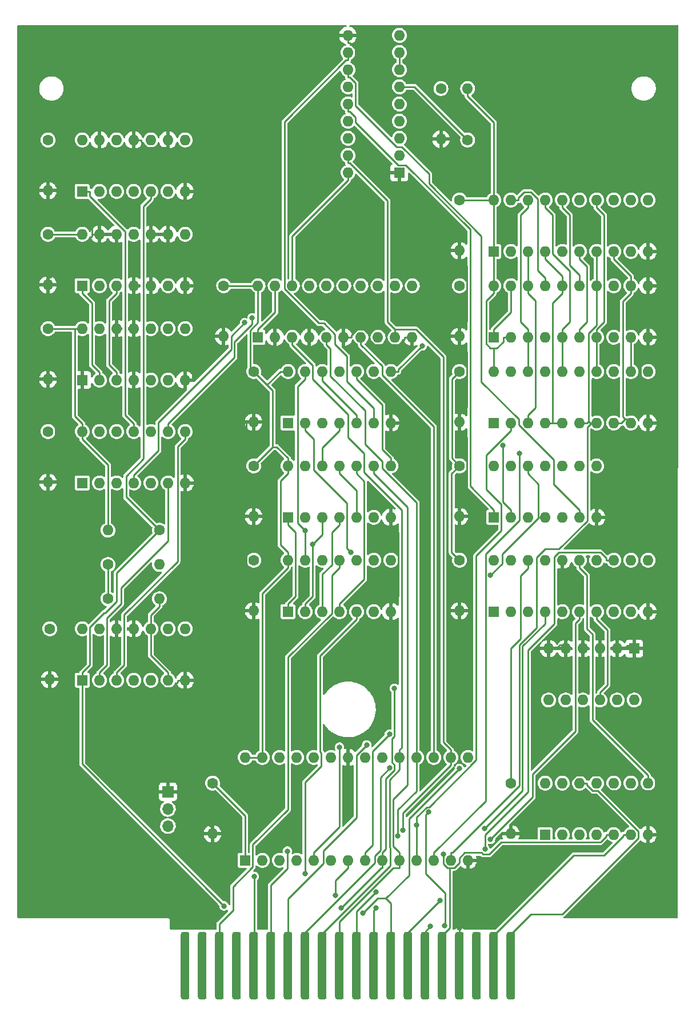
<source format=gbr>
%TF.GenerationSoftware,KiCad,Pcbnew,6.0.7-f9a2dced07~116~ubuntu20.04.1*%
%TF.CreationDate,2022-11-23T13:41:34-05:00*%
%TF.ProjectId,6551usb,36353531-7573-4622-9e6b-696361645f70,1.03*%
%TF.SameCoordinates,Original*%
%TF.FileFunction,Copper,L1,Top*%
%TF.FilePolarity,Positive*%
%FSLAX46Y46*%
G04 Gerber Fmt 4.6, Leading zero omitted, Abs format (unit mm)*
G04 Created by KiCad (PCBNEW 6.0.7-f9a2dced07~116~ubuntu20.04.1) date 2022-11-23 13:41:34*
%MOMM*%
%LPD*%
G01*
G04 APERTURE LIST*
G04 Aperture macros list*
%AMRoundRect*
0 Rectangle with rounded corners*
0 $1 Rounding radius*
0 $2 $3 $4 $5 $6 $7 $8 $9 X,Y pos of 4 corners*
0 Add a 4 corners polygon primitive as box body*
4,1,4,$2,$3,$4,$5,$6,$7,$8,$9,$2,$3,0*
0 Add four circle primitives for the rounded corners*
1,1,$1+$1,$2,$3*
1,1,$1+$1,$4,$5*
1,1,$1+$1,$6,$7*
1,1,$1+$1,$8,$9*
0 Add four rect primitives between the rounded corners*
20,1,$1+$1,$2,$3,$4,$5,0*
20,1,$1+$1,$4,$5,$6,$7,0*
20,1,$1+$1,$6,$7,$8,$9,0*
20,1,$1+$1,$8,$9,$2,$3,0*%
G04 Aperture macros list end*
%TA.AperFunction,ConnectorPad*%
%ADD10RoundRect,0.317500X-0.317500X-4.682500X0.317500X-4.682500X0.317500X4.682500X-0.317500X4.682500X0*%
%TD*%
%TA.AperFunction,ComponentPad*%
%ADD11C,1.600000*%
%TD*%
%TA.AperFunction,ComponentPad*%
%ADD12O,1.600000X1.600000*%
%TD*%
%TA.AperFunction,ComponentPad*%
%ADD13R,1.600000X1.600000*%
%TD*%
%TA.AperFunction,ComponentPad*%
%ADD14R,1.700000X1.700000*%
%TD*%
%TA.AperFunction,ComponentPad*%
%ADD15O,1.700000X1.700000*%
%TD*%
%TA.AperFunction,ViaPad*%
%ADD16C,0.800000*%
%TD*%
%TA.AperFunction,Conductor*%
%ADD17C,0.250000*%
%TD*%
G04 APERTURE END LIST*
D10*
%TO.P,U17,1,-12V*%
%TO.N,unconnected-(U17-Pad1)*%
X38100000Y-189611000D03*
%TO.P,U17,3,HALT\u002A*%
%TO.N,unconnected-(U17-Pad3)*%
X40640000Y-189611000D03*
%TO.P,U17,5,RESET\u002A*%
%TO.N,/RESET\u002A*%
X43180000Y-189611000D03*
%TO.P,U17,7,Q*%
%TO.N,unconnected-(U17-Pad7)*%
X45720000Y-189611000D03*
%TO.P,U17,9,+5V*%
%TO.N,+5V*%
X48260000Y-189611000D03*
%TO.P,U17,11,D1*%
%TO.N,/D1*%
X50800000Y-189611000D03*
%TO.P,U17,13,D3*%
%TO.N,/D3*%
X53340000Y-189611000D03*
%TO.P,U17,15,D5*%
%TO.N,/D5*%
X55880000Y-189611000D03*
%TO.P,U17,17,D7*%
%TO.N,/D7*%
X58420000Y-189611000D03*
%TO.P,U17,19,A0*%
%TO.N,/A0*%
X60960000Y-189611000D03*
%TO.P,U17,21,A2*%
%TO.N,/A2*%
X63500000Y-189611000D03*
%TO.P,U17,23,A4*%
%TO.N,/A4*%
X66040000Y-189611000D03*
%TO.P,U17,25,A6*%
%TO.N,/A6*%
X68580000Y-189611000D03*
%TO.P,U17,27,A8*%
%TO.N,/A8*%
X71120000Y-189611000D03*
%TO.P,U17,29,A10*%
%TO.N,/A10*%
X73660000Y-189611000D03*
%TO.P,U17,31,A12*%
%TO.N,/A12*%
X76200000Y-189611000D03*
%TO.P,U17,33,GND*%
%TO.N,GND*%
X78740000Y-189611000D03*
%TO.P,U17,35,SND*%
%TO.N,unconnected-(U17-Pad35)*%
X81280000Y-189611000D03*
%TO.P,U17,37,A13*%
%TO.N,/A13*%
X83820000Y-189611000D03*
%TO.P,U17,39,A15*%
%TO.N,/A15*%
X86360000Y-189611000D03*
%TD*%
D11*
%TO.P,C15,1*%
%TO.N,+5V*%
X43815000Y-88900000D03*
D12*
%TO.P,C15,2*%
%TO.N,GND*%
X43815000Y-96400000D03*
%TD*%
D11*
%TO.P,C14,1*%
%TO.N,+5V*%
X78740000Y-101600000D03*
D12*
%TO.P,C14,2*%
%TO.N,GND*%
X78740000Y-109100000D03*
%TD*%
D13*
%TO.P,U13,1,~{Mr}*%
%TO.N,+5V*%
X83820000Y-83820000D03*
D12*
%TO.P,U13,2,Q0*%
%TO.N,unconnected-(U13-Pad2)*%
X86360000Y-83820000D03*
%TO.P,U13,3,D0*%
%TO.N,/D0*%
X88900000Y-83820000D03*
%TO.P,U13,4,D1*%
%TO.N,/D1*%
X91440000Y-83820000D03*
%TO.P,U13,5,Q1*%
%TO.N,/CD1*%
X93980000Y-83820000D03*
%TO.P,U13,6,Q2*%
%TO.N,/CD2*%
X96520000Y-83820000D03*
%TO.P,U13,7,D2*%
%TO.N,/D2*%
X99060000Y-83820000D03*
%TO.P,U13,8,D3*%
%TO.N,/D3*%
X101600000Y-83820000D03*
%TO.P,U13,9,Q3*%
%TO.N,/CD3*%
X104140000Y-83820000D03*
%TO.P,U13,10,GND*%
%TO.N,GND*%
X106680000Y-83820000D03*
%TO.P,U13,11,Cp*%
%TO.N,/COMMAND_WRITE*%
X106680000Y-76200000D03*
%TO.P,U13,12,Q4*%
%TO.N,unconnected-(U13-Pad12)*%
X104140000Y-76200000D03*
%TO.P,U13,13,D4*%
%TO.N,/D4*%
X101600000Y-76200000D03*
%TO.P,U13,14,D5*%
%TO.N,/D5*%
X99060000Y-76200000D03*
%TO.P,U13,15,Q5*%
%TO.N,Net-(U13-Pad15)*%
X96520000Y-76200000D03*
%TO.P,U13,16,Q6*%
%TO.N,Net-(U13-Pad16)*%
X93980000Y-76200000D03*
%TO.P,U13,17,D6*%
%TO.N,/D6*%
X91440000Y-76200000D03*
%TO.P,U13,18,D7*%
%TO.N,/D7*%
X88900000Y-76200000D03*
%TO.P,U13,19,Q7*%
%TO.N,Net-(U13-Pad19)*%
X86360000Y-76200000D03*
%TO.P,U13,20,VCC*%
%TO.N,+5V*%
X83820000Y-76200000D03*
%TD*%
D13*
%TO.P,U11,1*%
%TO.N,/PWREN\u002A*%
X22855000Y-88890000D03*
D12*
%TO.P,U11,2*%
%TO.N,Net-(U10-Pad5)*%
X25395000Y-88890000D03*
%TO.P,U11,3*%
%TO.N,Net-(U10-Pad10)*%
X27935000Y-88890000D03*
%TO.P,U11,4*%
%TO.N,GND*%
X30475000Y-88890000D03*
%TO.P,U11,5*%
X33015000Y-88890000D03*
%TO.P,U11,6*%
%TO.N,unconnected-(U11-Pad6)*%
X35555000Y-88890000D03*
%TO.P,U11,7,GND*%
%TO.N,GND*%
X38095000Y-88890000D03*
%TO.P,U11,8*%
%TO.N,unconnected-(U11-Pad8)*%
X38095000Y-81270000D03*
%TO.P,U11,9*%
%TO.N,GND*%
X35555000Y-81270000D03*
%TO.P,U11,10*%
X33015000Y-81270000D03*
%TO.P,U11,11*%
%TO.N,unconnected-(U11-Pad11)*%
X30475000Y-81270000D03*
%TO.P,U11,12*%
%TO.N,GND*%
X27935000Y-81270000D03*
%TO.P,U11,13*%
X25395000Y-81270000D03*
%TO.P,U11,14,VCC*%
%TO.N,+5V*%
X22855000Y-81270000D03*
%TD*%
D13*
%TO.P,U9,1,VPP*%
%TO.N,+5V*%
X46990000Y-173990000D03*
D12*
%TO.P,U9,2,A12*%
%TO.N,/A12*%
X49530000Y-173990000D03*
%TO.P,U9,3,A7*%
%TO.N,/A7*%
X52070000Y-173990000D03*
%TO.P,U9,4,A6*%
%TO.N,/A6*%
X54610000Y-173990000D03*
%TO.P,U9,5,A5*%
%TO.N,/A5*%
X57150000Y-173990000D03*
%TO.P,U9,6,A4*%
%TO.N,/A4*%
X59690000Y-173990000D03*
%TO.P,U9,7,A3*%
%TO.N,/A3*%
X62230000Y-173990000D03*
%TO.P,U9,8,A2*%
%TO.N,/A2*%
X64770000Y-173990000D03*
%TO.P,U9,9,A1*%
%TO.N,/A1*%
X67310000Y-173990000D03*
%TO.P,U9,10,A0*%
%TO.N,/A0*%
X69850000Y-173990000D03*
%TO.P,U9,11,D0*%
%TO.N,/D0*%
X72390000Y-173990000D03*
%TO.P,U9,12,D1*%
%TO.N,/D1*%
X74930000Y-173990000D03*
%TO.P,U9,13,D2*%
%TO.N,/D2*%
X77470000Y-173990000D03*
%TO.P,U9,14,GND*%
%TO.N,GND*%
X80010000Y-173990000D03*
%TO.P,U9,15,D3*%
%TO.N,/D3*%
X80010000Y-158750000D03*
%TO.P,U9,16,D4*%
%TO.N,/D4*%
X77470000Y-158750000D03*
%TO.P,U9,17,D5*%
%TO.N,/D5*%
X74930000Y-158750000D03*
%TO.P,U9,18,D6*%
%TO.N,/D6*%
X72390000Y-158750000D03*
%TO.P,U9,19,D7*%
%TO.N,/D7*%
X69850000Y-158750000D03*
%TO.P,U9,20,~{CE}*%
%TO.N,/CTS\u002A*%
X67310000Y-158750000D03*
%TO.P,U9,21,A10*%
%TO.N,/A10*%
X64770000Y-158750000D03*
%TO.P,U9,22,~{OE}*%
%TO.N,GND*%
X62230000Y-158750000D03*
%TO.P,U9,23,A11*%
%TO.N,/A11*%
X59690000Y-158750000D03*
%TO.P,U9,24,A9*%
%TO.N,/A9*%
X57150000Y-158750000D03*
%TO.P,U9,25,A8*%
%TO.N,/A8*%
X54610000Y-158750000D03*
%TO.P,U9,26,A13*%
%TO.N,Net-(J1-Pad2)*%
X52070000Y-158750000D03*
%TO.P,U9,27,~{PGM}*%
%TO.N,+5V*%
X49530000Y-158750000D03*
%TO.P,U9,28,VCC*%
X46990000Y-158750000D03*
%TD*%
D13*
%TO.P,U16,1,OEa*%
%TO.N,/COMMAND_READ\u002A*%
X83820000Y-96520000D03*
D12*
%TO.P,U16,2,I0a*%
%TO.N,+5V*%
X86360000Y-96520000D03*
%TO.P,U16,3,O3b*%
%TO.N,/D7*%
X88900000Y-96520000D03*
%TO.P,U16,4,I1a*%
%TO.N,/CD1*%
X91440000Y-96520000D03*
%TO.P,U16,5,O2b*%
%TO.N,/D6*%
X93980000Y-96520000D03*
%TO.P,U16,6,I2a*%
%TO.N,/CD2*%
X96520000Y-96520000D03*
%TO.P,U16,7,O1b*%
%TO.N,/D5*%
X99060000Y-96520000D03*
%TO.P,U16,8,I3a*%
%TO.N,/CD3*%
X101600000Y-96520000D03*
%TO.P,U16,9,O0b*%
%TO.N,/D4*%
X104140000Y-96520000D03*
%TO.P,U16,10,GND*%
%TO.N,GND*%
X106680000Y-96520000D03*
%TO.P,U16,11,I0b*%
X106680000Y-88900000D03*
%TO.P,U16,12,O3a*%
%TO.N,/D3*%
X104140000Y-88900000D03*
%TO.P,U16,13,I1b*%
%TO.N,Net-(U13-Pad15)*%
X101600000Y-88900000D03*
%TO.P,U16,14,O2a*%
%TO.N,/D2*%
X99060000Y-88900000D03*
%TO.P,U16,15,I2b*%
%TO.N,Net-(U13-Pad16)*%
X96520000Y-88900000D03*
%TO.P,U16,16,O1a*%
%TO.N,/D1*%
X93980000Y-88900000D03*
%TO.P,U16,17,I3b*%
%TO.N,Net-(U13-Pad19)*%
X91440000Y-88900000D03*
%TO.P,U16,18,O0a*%
%TO.N,/D0*%
X88900000Y-88900000D03*
%TO.P,U16,19,OEb*%
%TO.N,/COMMAND_READ\u002A*%
X86360000Y-88900000D03*
%TO.P,U16,20,VCC*%
%TO.N,+5V*%
X83820000Y-88900000D03*
%TD*%
D13*
%TO.P,U1,1*%
%TO.N,/A0*%
X53340000Y-137160000D03*
D12*
%TO.P,U1,2*%
%TO.N,Net-(U1-Pad2)*%
X55880000Y-137160000D03*
%TO.P,U1,3*%
%TO.N,/A1*%
X58420000Y-137160000D03*
%TO.P,U1,4*%
%TO.N,Net-(U1-Pad4)*%
X60960000Y-137160000D03*
%TO.P,U1,5*%
%TO.N,/R{slash}W\u002A*%
X63500000Y-137160000D03*
%TO.P,U1,6*%
%TO.N,/W{slash}R\u002A*%
X66040000Y-137160000D03*
%TO.P,U1,7,GND*%
%TO.N,GND*%
X68580000Y-137160000D03*
%TO.P,U1,8*%
%TO.N,Net-(U1-Pad8)*%
X68580000Y-129540000D03*
%TO.P,U1,9*%
%TO.N,/CD2*%
X66040000Y-129540000D03*
%TO.P,U1,10*%
%TO.N,Net-(U1-Pad10)*%
X63500000Y-129540000D03*
%TO.P,U1,11*%
%TO.N,/RESET\u002A*%
X60960000Y-129540000D03*
%TO.P,U1,12*%
%TO.N,Net-(U1-Pad12)*%
X58420000Y-129540000D03*
%TO.P,U1,13*%
%TO.N,/STATUS_SELECT*%
X55880000Y-129540000D03*
%TO.P,U1,14,VCC*%
%TO.N,+5V*%
X53340000Y-129540000D03*
%TD*%
D11*
%TO.P,C3,1*%
%TO.N,+5V*%
X48255000Y-101590000D03*
D12*
%TO.P,C3,2*%
%TO.N,GND*%
X48255000Y-109090000D03*
%TD*%
D13*
%TO.P,SW1,1*%
%TO.N,GND*%
X104648000Y-142621000D03*
D12*
%TO.P,SW1,2*%
X102108000Y-142621000D03*
%TO.P,SW1,3*%
X99568000Y-142621000D03*
%TO.P,SW1,4*%
X97028000Y-142621000D03*
%TO.P,SW1,5*%
X94488000Y-142621000D03*
%TO.P,SW1,6*%
X91948000Y-142621000D03*
%TO.P,SW1,7*%
%TO.N,Net-(SW1-Pad7)*%
X91948000Y-150241000D03*
%TO.P,SW1,8*%
%TO.N,Net-(SW1-Pad8)*%
X94488000Y-150241000D03*
%TO.P,SW1,9*%
%TO.N,Net-(SW1-Pad9)*%
X97028000Y-150241000D03*
%TO.P,SW1,10*%
%TO.N,Net-(SW1-Pad10)*%
X99568000Y-150241000D03*
%TO.P,SW1,11*%
%TO.N,Net-(SW1-Pad11)*%
X102108000Y-150241000D03*
%TO.P,SW1,12*%
%TO.N,Net-(SW1-Pad12)*%
X104648000Y-150241000D03*
%TD*%
D11*
%TO.P,C7,1*%
%TO.N,+5V*%
X78740000Y-115570000D03*
D12*
%TO.P,C7,2*%
%TO.N,GND*%
X78740000Y-123070000D03*
%TD*%
D11*
%TO.P,R1,1*%
%TO.N,/PWREN\u002A*%
X79959200Y-67310000D03*
D12*
%TO.P,R1,2*%
%TO.N,+5V*%
X79959200Y-59690000D03*
%TD*%
D13*
%TO.P,U12,1*%
%TO.N,/CART\u002A*%
X22860000Y-147320000D03*
D12*
%TO.P,U12,2*%
%TO.N,Net-(U12-Pad2)*%
X25400000Y-147320000D03*
%TO.P,U12,3*%
%TO.N,Net-(U12-Pad3)*%
X27940000Y-147320000D03*
%TO.P,U12,4*%
%TO.N,Net-(R3-Pad2)*%
X30480000Y-147320000D03*
%TO.P,U12,5*%
%TO.N,Net-(U1-Pad10)*%
X33020000Y-147320000D03*
%TO.P,U12,6*%
%TO.N,/STATUS_WRITE*%
X35560000Y-147320000D03*
%TO.P,U12,7,GND*%
%TO.N,GND*%
X38100000Y-147320000D03*
%TO.P,U12,8*%
%TO.N,/R{slash}W\u002A*%
X38100000Y-139700000D03*
%TO.P,U12,9*%
%TO.N,Net-(U1-Pad12)*%
X35560000Y-139700000D03*
%TO.P,U12,10*%
%TO.N,/STATUS_WRITE*%
X33020000Y-139700000D03*
%TO.P,U12,11*%
%TO.N,GND*%
X30480000Y-139700000D03*
%TO.P,U12,12*%
X27940000Y-139700000D03*
%TO.P,U12,13*%
%TO.N,unconnected-(U12-Pad13)*%
X25400000Y-139700000D03*
%TO.P,U12,14,VCC*%
%TO.N,+5V*%
X22860000Y-139700000D03*
%TD*%
D11*
%TO.P,C8,1*%
%TO.N,+5V*%
X17780000Y-67320000D03*
D12*
%TO.P,C8,2*%
%TO.N,GND*%
X17780000Y-74820000D03*
%TD*%
D11*
%TO.P,C1,1*%
%TO.N,+5V*%
X48260000Y-129540000D03*
D12*
%TO.P,C1,2*%
%TO.N,GND*%
X48260000Y-137040000D03*
%TD*%
D13*
%TO.P,U3,1*%
%TO.N,/CONTROL_SELECT*%
X53335000Y-109210000D03*
D12*
%TO.P,U3,2*%
%TO.N,/R{slash}W\u002A*%
X55875000Y-109210000D03*
%TO.P,U3,3*%
%TO.N,/CONTROL_READ\u002A*%
X58415000Y-109210000D03*
%TO.P,U3,4*%
%TO.N,/BUF_SELECT*%
X60955000Y-109210000D03*
%TO.P,U3,5*%
%TO.N,/R{slash}W\u002A*%
X63495000Y-109210000D03*
%TO.P,U3,6*%
%TO.N,/BUF_READ\u002A*%
X66035000Y-109210000D03*
%TO.P,U3,7,GND*%
%TO.N,GND*%
X68575000Y-109210000D03*
%TO.P,U3,8*%
%TO.N,/COMMAND_READ\u002A*%
X68575000Y-101590000D03*
%TO.P,U3,9*%
%TO.N,/R{slash}W\u002A*%
X66035000Y-101590000D03*
%TO.P,U3,10*%
%TO.N,/COMMAND_SELECT*%
X63495000Y-101590000D03*
%TO.P,U3,11*%
%TO.N,/STATUS_READ\u002A*%
X60955000Y-101590000D03*
%TO.P,U3,12*%
%TO.N,/R{slash}W\u002A*%
X58415000Y-101590000D03*
%TO.P,U3,13*%
%TO.N,/STATUS_SELECT*%
X55875000Y-101590000D03*
%TO.P,U3,14,VCC*%
%TO.N,+5V*%
X53335000Y-101590000D03*
%TD*%
D11*
%TO.P,R3,1*%
%TO.N,+5V*%
X26670000Y-130175000D03*
D12*
%TO.P,R3,2*%
%TO.N,Net-(R3-Pad2)*%
X34290000Y-130175000D03*
%TD*%
D13*
%TO.P,U4,1,~{P>Q}*%
%TO.N,unconnected-(U4-Pad1)*%
X83820000Y-137160000D03*
D12*
%TO.P,U4,2,P0*%
%TO.N,/A2*%
X86360000Y-137160000D03*
%TO.P,U4,3,Q0*%
%TO.N,Net-(SW1-Pad12)*%
X88900000Y-137160000D03*
%TO.P,U4,4,P1*%
%TO.N,/A3*%
X91440000Y-137160000D03*
%TO.P,U4,5,Q1*%
%TO.N,Net-(SW1-Pad11)*%
X93980000Y-137160000D03*
%TO.P,U4,6,P2*%
%TO.N,/A4*%
X96520000Y-137160000D03*
%TO.P,U4,7,Q2*%
%TO.N,Net-(SW1-Pad10)*%
X99060000Y-137160000D03*
%TO.P,U4,8,P3*%
%TO.N,/A5*%
X101600000Y-137160000D03*
%TO.P,U4,9,Q3*%
%TO.N,Net-(SW1-Pad9)*%
X104140000Y-137160000D03*
%TO.P,U4,10,Gnd*%
%TO.N,GND*%
X106680000Y-137160000D03*
%TO.P,U4,11,P4*%
%TO.N,/A6*%
X106680000Y-129540000D03*
%TO.P,U4,12,Q4*%
%TO.N,Net-(SW1-Pad8)*%
X104140000Y-129540000D03*
%TO.P,U4,13,P5*%
%TO.N,/A7*%
X101600000Y-129540000D03*
%TO.P,U4,14,Q5*%
%TO.N,Net-(SW1-Pad7)*%
X99060000Y-129540000D03*
%TO.P,U4,15,P6*%
%TO.N,Net-(U2-Pad8)*%
X96520000Y-129540000D03*
%TO.P,U4,16,Q6*%
%TO.N,GND*%
X93980000Y-129540000D03*
%TO.P,U4,17,P7*%
%TO.N,/E*%
X91440000Y-129540000D03*
%TO.P,U4,18,Q7*%
%TO.N,+5V*%
X88900000Y-129540000D03*
%TO.P,U4,19,~{P=Q}*%
%TO.N,/BOARD_SELECT\u002A*%
X86360000Y-129540000D03*
%TO.P,U4,20,Vcc*%
%TO.N,+5V*%
X83820000Y-129540000D03*
%TD*%
D13*
%TO.P,U14,1,OE*%
%TO.N,/CONTROL_READ\u002A*%
X83820000Y-109220000D03*
D12*
%TO.P,U14,2,O0*%
%TO.N,/D0*%
X86360000Y-109220000D03*
%TO.P,U14,3,D0*%
X88900000Y-109220000D03*
%TO.P,U14,4,D1*%
%TO.N,/D1*%
X91440000Y-109220000D03*
%TO.P,U14,5,O1*%
X93980000Y-109220000D03*
%TO.P,U14,6,O2*%
%TO.N,/D2*%
X96520000Y-109220000D03*
%TO.P,U14,7,D2*%
X99060000Y-109220000D03*
%TO.P,U14,8,D3*%
%TO.N,/D3*%
X101600000Y-109220000D03*
%TO.P,U14,9,O3*%
X104140000Y-109220000D03*
%TO.P,U14,10,GND*%
%TO.N,GND*%
X106680000Y-109220000D03*
%TO.P,U14,11,Cp*%
%TO.N,/CONTROL_WRITE*%
X106680000Y-101600000D03*
%TO.P,U14,12,O4*%
%TO.N,/D4*%
X104140000Y-101600000D03*
%TO.P,U14,13,D4*%
X101600000Y-101600000D03*
%TO.P,U14,14,D5*%
%TO.N,/D5*%
X99060000Y-101600000D03*
%TO.P,U14,15,O5*%
X96520000Y-101600000D03*
%TO.P,U14,16,O6*%
%TO.N,/D6*%
X93980000Y-101600000D03*
%TO.P,U14,17,D6*%
X91440000Y-101600000D03*
%TO.P,U14,18,D7*%
%TO.N,/D7*%
X88900000Y-101600000D03*
%TO.P,U14,19,O7*%
X86360000Y-101600000D03*
%TO.P,U14,20,VCC*%
%TO.N,+5V*%
X83820000Y-101600000D03*
%TD*%
D11*
%TO.P,C9,1*%
%TO.N,+5V*%
X42164000Y-162555000D03*
D12*
%TO.P,C9,2*%
%TO.N,GND*%
X42164000Y-170055000D03*
%TD*%
D11*
%TO.P,C2,1*%
%TO.N,+5V*%
X86360000Y-162560000D03*
D12*
%TO.P,C2,2*%
%TO.N,GND*%
X86360000Y-170060000D03*
%TD*%
D11*
%TO.P,C12,1*%
%TO.N,+5V*%
X18034000Y-139700000D03*
D12*
%TO.P,C12,2*%
%TO.N,GND*%
X18034000Y-147200000D03*
%TD*%
D11*
%TO.P,C13,1*%
%TO.N,+5V*%
X78740000Y-76200000D03*
D12*
%TO.P,C13,2*%
%TO.N,GND*%
X78740000Y-83700000D03*
%TD*%
D13*
%TO.P,U15,1,OEa*%
%TO.N,/STATUS_READ\u002A*%
X48900000Y-96520000D03*
D12*
%TO.P,U15,2,I0a*%
%TO.N,GND*%
X51440000Y-96520000D03*
%TO.P,U15,3,O3b*%
%TO.N,/D7*%
X53980000Y-96520000D03*
%TO.P,U15,4,I1a*%
%TO.N,GND*%
X56520000Y-96520000D03*
%TO.P,U15,5,O2b*%
%TO.N,/D6*%
X59060000Y-96520000D03*
%TO.P,U15,6,I2a*%
%TO.N,GND*%
X61600000Y-96520000D03*
%TO.P,U15,7,O1b*%
%TO.N,/D5*%
X64140000Y-96520000D03*
%TO.P,U15,8,I3a*%
%TO.N,Net-(U15-Pad8)*%
X66680000Y-96520000D03*
%TO.P,U15,9,O0b*%
%TO.N,/D4*%
X69220000Y-96520000D03*
%TO.P,U15,10,GND*%
%TO.N,GND*%
X71760000Y-96520000D03*
%TO.P,U15,11,I0b*%
%TO.N,Net-(U15-Pad11)*%
X71760000Y-88900000D03*
%TO.P,U15,12,O3a*%
%TO.N,/D3*%
X69220000Y-88900000D03*
%TO.P,U15,13,I1b*%
%TO.N,/PWREN\u002A*%
X66680000Y-88900000D03*
%TO.P,U15,14,O2a*%
%TO.N,/D2*%
X64140000Y-88900000D03*
%TO.P,U15,15,I2b*%
%TO.N,/PWREN\u002A*%
X61600000Y-88900000D03*
%TO.P,U15,16,O1a*%
%TO.N,/D1*%
X59060000Y-88900000D03*
%TO.P,U15,17,I3b*%
%TO.N,/CART*%
X56520000Y-88900000D03*
%TO.P,U15,18,O0a*%
%TO.N,/D0*%
X53980000Y-88900000D03*
%TO.P,U15,19,OEb*%
%TO.N,/STATUS_READ\u002A*%
X51440000Y-88900000D03*
%TO.P,U15,20,VCC*%
%TO.N,+5V*%
X48900000Y-88900000D03*
%TD*%
D13*
%TO.P,U10,1,~{R}*%
%TO.N,GND*%
X22860000Y-102860000D03*
D12*
%TO.P,U10,2,D*%
%TO.N,/PWREN\u002A*%
X25400000Y-102860000D03*
%TO.P,U10,3,C*%
%TO.N,Net-(U10-Pad10)*%
X27940000Y-102860000D03*
%TO.P,U10,4,~{S}*%
%TO.N,GND*%
X30480000Y-102860000D03*
%TO.P,U10,5,Q*%
%TO.N,Net-(U10-Pad5)*%
X33020000Y-102860000D03*
%TO.P,U10,6,~{Q}*%
%TO.N,unconnected-(U10-Pad6)*%
X35560000Y-102860000D03*
%TO.P,U10,7,GND*%
%TO.N,GND*%
X38100000Y-102860000D03*
%TO.P,U10,8,~{Q}*%
%TO.N,/DELTA_PWREN\u002A*%
X38100000Y-95240000D03*
%TO.P,U10,9,Q*%
%TO.N,unconnected-(U10-Pad9)*%
X35560000Y-95240000D03*
%TO.P,U10,10,~{S}*%
%TO.N,Net-(U10-Pad10)*%
X33020000Y-95240000D03*
%TO.P,U10,11,C*%
%TO.N,GND*%
X30480000Y-95240000D03*
%TO.P,U10,12,D*%
X27940000Y-95240000D03*
%TO.P,U10,13,~{R}*%
%TO.N,Net-(R3-Pad2)*%
X25400000Y-95240000D03*
%TO.P,U10,14,VCC*%
%TO.N,+5V*%
X22860000Y-95240000D03*
%TD*%
D11*
%TO.P,C5,1*%
%TO.N,+5V*%
X48260000Y-115570000D03*
D12*
%TO.P,C5,2*%
%TO.N,GND*%
X48260000Y-123070000D03*
%TD*%
D11*
%TO.P,C6,1*%
%TO.N,+5V*%
X17780000Y-110490000D03*
D12*
%TO.P,C6,2*%
%TO.N,GND*%
X17780000Y-117990000D03*
%TD*%
D14*
%TO.P,J1,1,Pin_1*%
%TO.N,GND*%
X35560000Y-163830000D03*
D15*
%TO.P,J1,2,Pin_2*%
%TO.N,Net-(J1-Pad2)*%
X35560000Y-166370000D03*
%TO.P,J1,3,Pin_3*%
%TO.N,+5V*%
X35560000Y-168910000D03*
%TD*%
D11*
%TO.P,C17,1*%
%TO.N,+5V*%
X76000000Y-59690000D03*
D12*
%TO.P,C17,2*%
%TO.N,GND*%
X76000000Y-67190000D03*
%TD*%
D13*
%TO.P,U6,1*%
%TO.N,Net-(U1-Pad2)*%
X22860000Y-118100000D03*
D12*
%TO.P,U6,2*%
%TO.N,Net-(U1-Pad4)*%
X25400000Y-118100000D03*
%TO.P,U6,3*%
%TO.N,Net-(U1-Pad8)*%
X27940000Y-118100000D03*
%TO.P,U6,4*%
%TO.N,/CD3*%
X30480000Y-118100000D03*
%TO.P,U6,5*%
%TO.N,/TX_INT\u002A*%
X33020000Y-118100000D03*
%TO.P,U6,6*%
%TO.N,Net-(U12-Pad2)*%
X35560000Y-118100000D03*
%TO.P,U6,7,GND*%
%TO.N,GND*%
X38100000Y-118100000D03*
%TO.P,U6,8*%
%TO.N,Net-(U12-Pad3)*%
X38100000Y-110480000D03*
%TO.P,U6,9*%
%TO.N,/CD1*%
X35560000Y-110480000D03*
%TO.P,U6,10*%
X33020000Y-110480000D03*
%TO.P,U6,11*%
%TO.N,/RXF\u002A*%
X30480000Y-110480000D03*
%TO.P,U6,12*%
%TO.N,/CONTROL_SELECT*%
X27940000Y-110480000D03*
%TO.P,U6,13*%
%TO.N,/BOARD_SELECT\u002A*%
X25400000Y-110480000D03*
%TO.P,U6,14,VCC*%
%TO.N,+5V*%
X22860000Y-110480000D03*
%TD*%
D11*
%TO.P,C10,1*%
%TO.N,+5V*%
X17785000Y-95250000D03*
D12*
%TO.P,C10,2*%
%TO.N,GND*%
X17785000Y-102750000D03*
%TD*%
D11*
%TO.P,R4,1*%
%TO.N,+5V*%
X26670000Y-135255000D03*
D12*
%TO.P,R4,2*%
%TO.N,/STATUS_WRITE*%
X34290000Y-135255000D03*
%TD*%
D13*
%TO.P,U7,1*%
%TO.N,/TXE\u002A*%
X83820000Y-123200000D03*
D12*
%TO.P,U7,2*%
%TO.N,/DELTA_PWREN\u002A*%
X86360000Y-123200000D03*
%TO.P,U7,3*%
%TO.N,/TX_INT\u002A*%
X88900000Y-123200000D03*
%TO.P,U7,4*%
%TO.N,/W{slash}R\u002A*%
X91440000Y-123200000D03*
%TO.P,U7,5*%
%TO.N,/BUF_SELECT*%
X93980000Y-123200000D03*
%TO.P,U7,6*%
%TO.N,/BUF_WRITE*%
X96520000Y-123200000D03*
%TO.P,U7,7,GND*%
%TO.N,GND*%
X99060000Y-123200000D03*
%TO.P,U7,8*%
%TO.N,/COMMAND_WRITE*%
X99060000Y-115580000D03*
%TO.P,U7,9*%
%TO.N,/W{slash}R\u002A*%
X96520000Y-115580000D03*
%TO.P,U7,10*%
%TO.N,/COMMAND_SELECT*%
X93980000Y-115580000D03*
%TO.P,U7,11*%
%TO.N,/CONTROL_WRITE*%
X91440000Y-115580000D03*
%TO.P,U7,12*%
%TO.N,/W{slash}R\u002A*%
X88900000Y-115580000D03*
%TO.P,U7,13*%
%TO.N,/CONTROL_SELECT*%
X86360000Y-115580000D03*
%TO.P,U7,14,VCC*%
%TO.N,+5V*%
X83820000Y-115580000D03*
%TD*%
D13*
%TO.P,U5,1*%
%TO.N,/A0*%
X53340000Y-123190000D03*
D12*
%TO.P,U5,2*%
%TO.N,/A1*%
X55880000Y-123190000D03*
%TO.P,U5,3*%
%TO.N,Net-(U1-Pad2)*%
X58420000Y-123190000D03*
%TO.P,U5,4*%
%TO.N,/A1*%
X60960000Y-123190000D03*
%TO.P,U5,5*%
%TO.N,/BOARD_SELECT\u002A*%
X63500000Y-123190000D03*
%TO.P,U5,6*%
%TO.N,/STATUS_SELECT*%
X66040000Y-123190000D03*
%TO.P,U5,7,GND*%
%TO.N,GND*%
X68580000Y-123190000D03*
%TO.P,U5,8*%
%TO.N,/COMMAND_SELECT*%
X68580000Y-115570000D03*
%TO.P,U5,9*%
%TO.N,/A0*%
X66040000Y-115570000D03*
%TO.P,U5,10*%
%TO.N,Net-(U1-Pad4)*%
X63500000Y-115570000D03*
%TO.P,U5,11*%
%TO.N,/BOARD_SELECT\u002A*%
X60960000Y-115570000D03*
%TO.P,U5,12*%
%TO.N,/BUF_SELECT*%
X58420000Y-115570000D03*
%TO.P,U5,13*%
%TO.N,/BOARD_SELECT\u002A*%
X55880000Y-115570000D03*
%TO.P,U5,14,VCC*%
%TO.N,+5V*%
X53340000Y-115570000D03*
%TD*%
D11*
%TO.P,R2,1*%
%TO.N,/CART\u002A*%
X34290000Y-125095000D03*
D12*
%TO.P,R2,2*%
%TO.N,+5V*%
X26670000Y-125095000D03*
%TD*%
D13*
%TO.P,U8,1*%
%TO.N,/RXF\u002A*%
X22855000Y-74930000D03*
D12*
%TO.P,U8,2*%
%TO.N,Net-(U15-Pad8)*%
X25395000Y-74930000D03*
%TO.P,U8,3*%
%TO.N,/TXE\u002A*%
X27935000Y-74930000D03*
%TO.P,U8,4*%
%TO.N,Net-(U15-Pad11)*%
X30475000Y-74930000D03*
%TO.P,U8,5*%
%TO.N,/CART\u002A*%
X33015000Y-74930000D03*
%TO.P,U8,6*%
%TO.N,/CART*%
X35555000Y-74930000D03*
%TO.P,U8,7,GND*%
%TO.N,GND*%
X38095000Y-74930000D03*
%TO.P,U8,8*%
%TO.N,unconnected-(U8-Pad8)*%
X38095000Y-67310000D03*
%TO.P,U8,9*%
%TO.N,GND*%
X35555000Y-67310000D03*
%TO.P,U8,10*%
%TO.N,unconnected-(U8-Pad10)*%
X33015000Y-67310000D03*
%TO.P,U8,11*%
%TO.N,GND*%
X30475000Y-67310000D03*
%TO.P,U8,12*%
%TO.N,unconnected-(U8-Pad12)*%
X27935000Y-67310000D03*
%TO.P,U8,13*%
%TO.N,GND*%
X25395000Y-67310000D03*
%TO.P,U8,14,VCC*%
%TO.N,+5V*%
X22855000Y-67310000D03*
%TD*%
D11*
%TO.P,C4,1*%
%TO.N,+5V*%
X78740000Y-129540000D03*
D12*
%TO.P,C4,2*%
%TO.N,GND*%
X78740000Y-137040000D03*
%TD*%
D11*
%TO.P,C16,1*%
%TO.N,+5V*%
X78740000Y-88900000D03*
D12*
%TO.P,C16,2*%
%TO.N,GND*%
X78740000Y-96400000D03*
%TD*%
D13*
%TO.P,U2,1*%
%TO.N,/A8*%
X91435000Y-170170000D03*
D12*
%TO.P,U2,2*%
%TO.N,/A9*%
X93975000Y-170170000D03*
%TO.P,U2,3*%
%TO.N,/A10*%
X96515000Y-170170000D03*
%TO.P,U2,4*%
%TO.N,/A11*%
X99055000Y-170170000D03*
%TO.P,U2,5*%
%TO.N,/A12*%
X101595000Y-170170000D03*
%TO.P,U2,6*%
%TO.N,/A13*%
X104135000Y-170170000D03*
%TO.P,U2,7,GND*%
%TO.N,GND*%
X106675000Y-170170000D03*
%TO.P,U2,8*%
%TO.N,Net-(U2-Pad8)*%
X106675000Y-162550000D03*
%TO.P,U2,9*%
%TO.N,N/C*%
X104135000Y-162550000D03*
%TO.P,U2,10*%
X101595000Y-162550000D03*
%TO.P,U2,11*%
%TO.N,/A14*%
X99055000Y-162550000D03*
%TO.P,U2,12*%
%TO.N,/A15*%
X96515000Y-162550000D03*
%TO.P,U2,13*%
%TO.N,N/C*%
X93975000Y-162550000D03*
%TO.P,U2,14,VCC*%
%TO.N,+5V*%
X91435000Y-162550000D03*
%TD*%
D13*
%TO.P,P1,1,GND*%
%TO.N,GND*%
X69840000Y-72150000D03*
D12*
%TO.P,P1,2,D2*%
%TO.N,/D2*%
X69840000Y-69610000D03*
%TO.P,P1,3,D7*%
%TO.N,/D7*%
X69840000Y-67070000D03*
%TO.P,P1,4,D5*%
%TO.N,/D5*%
X69840000Y-64530000D03*
%TO.P,P1,5,D3*%
%TO.N,/D3*%
X69840000Y-61990000D03*
%TO.P,P1,6,PWREN\u002A*%
%TO.N,/PWREN\u002A*%
X69840000Y-59450000D03*
%TO.P,P1,7,VCCIO*%
%TO.N,+5V*%
X69840000Y-56910000D03*
%TO.P,P1,8,EXTVCC*%
X69840000Y-54370000D03*
%TO.P,P1,9,PORTVCC*%
%TO.N,unconnected-(P1-Pad9)*%
X69840000Y-51830000D03*
%TO.P,P1,10,GND*%
%TO.N,GND*%
X62220000Y-51830000D03*
%TO.P,P1,11,RD\u002A*%
%TO.N,/BUF_READ\u002A*%
X62220000Y-54370000D03*
%TO.P,P1,12,WR*%
%TO.N,/BUF_WRITE*%
X62220000Y-56910000D03*
%TO.P,P1,13,D6*%
%TO.N,/D6*%
X62220000Y-59450000D03*
%TO.P,P1,14,TXE\u002A*%
%TO.N,/TXE\u002A*%
X62220000Y-61990000D03*
%TO.P,P1,15,RXF\u002A*%
%TO.N,/RXF\u002A*%
X62220000Y-64530000D03*
%TO.P,P1,16,D1*%
%TO.N,/D1*%
X62220000Y-67070000D03*
%TO.P,P1,17,D4*%
%TO.N,/D4*%
X62220000Y-69610000D03*
%TO.P,P1,18,D0*%
%TO.N,/D0*%
X62220000Y-72150000D03*
%TD*%
D11*
%TO.P,C11,1*%
%TO.N,+5V*%
X17775000Y-81280000D03*
D12*
%TO.P,C11,2*%
%TO.N,GND*%
X17775000Y-88780000D03*
%TD*%
D16*
%TO.N,/CTS\u002A*%
X74179600Y-166844400D03*
X76538700Y-183687700D03*
%TO.N,/DELTA_PWREN\u002A*%
X85219500Y-112544100D03*
%TO.N,/CD1*%
X48027300Y-93648500D03*
%TO.N,/CD3*%
X46904500Y-94372400D03*
%TO.N,/A7*%
X82554200Y-172343600D03*
%TO.N,/A6*%
X64438100Y-181804500D03*
X78732100Y-160390400D03*
%TO.N,/A5*%
X60960000Y-157223900D03*
%TO.N,/A4*%
X83340900Y-170869700D03*
X66370300Y-181017800D03*
%TO.N,/A3*%
X82484800Y-169257200D03*
X60343300Y-179158100D03*
%TO.N,/A2*%
X68377500Y-155314600D03*
X66360600Y-178683300D03*
%TO.N,/COMMAND_READ\u002A*%
X73235600Y-97781500D03*
%TO.N,/A12*%
X76344600Y-173101900D03*
%TO.N,/A10*%
X74438500Y-183775200D03*
%TO.N,/A8*%
X75838300Y-179959200D03*
%TO.N,/STATUS_SELECT*%
X55880000Y-125186000D03*
%TO.N,/W{slash}R\u002A*%
X83356600Y-131768500D03*
%TO.N,/R{slash}W\u002A*%
X62639500Y-128373400D03*
X55880000Y-175992900D03*
%TO.N,/A1*%
X61180700Y-181054900D03*
X69102800Y-148517000D03*
%TO.N,Net-(U1-Pad2)*%
X57005300Y-127184900D03*
%TO.N,/CART\u002A*%
X43879900Y-180743300D03*
%TO.N,/D0*%
X72422500Y-168743300D03*
%TO.N,/D4*%
X70362600Y-169480100D03*
%TO.N,/D1*%
X87630000Y-113686300D03*
X53245300Y-172617800D03*
%TO.N,/D6*%
X69637200Y-170331700D03*
%TO.N,/D3*%
X65002600Y-156891000D03*
%TO.N,/D5*%
X68409900Y-160317700D03*
%TO.N,GND*%
X72896400Y-69168300D03*
X78740000Y-183998700D03*
%TO.N,+5V*%
X48343200Y-176360600D03*
%TD*%
D17*
%TO.N,/CTS\u002A*%
X73789900Y-167234100D02*
X74179600Y-166844400D01*
X73789900Y-175993500D02*
X73789900Y-167234100D01*
X76604900Y-178808500D02*
X73789900Y-175993500D01*
X76604900Y-183621500D02*
X76604900Y-178808500D01*
X76538700Y-183687700D02*
X76604900Y-183621500D01*
%TO.N,/BOARD_SELECT\u002A*%
X60960000Y-115570000D02*
X60960000Y-116695300D01*
X63500000Y-119235300D02*
X63500000Y-123190000D01*
X60960000Y-116695300D02*
X63500000Y-119235300D01*
%TO.N,Net-(U13-Pad19)*%
X87485300Y-75918600D02*
X87485300Y-76200000D01*
X88329200Y-75074700D02*
X87485300Y-75918600D01*
X89366500Y-75074700D02*
X88329200Y-75074700D01*
X90314700Y-76022900D02*
X89366500Y-75074700D01*
X90314700Y-86649400D02*
X90314700Y-76022900D01*
X91440000Y-87774700D02*
X90314700Y-86649400D01*
X91440000Y-88900000D02*
X91440000Y-87774700D01*
X86360000Y-76200000D02*
X87485300Y-76200000D01*
%TO.N,Net-(U13-Pad16)*%
X96520000Y-88900000D02*
X96520000Y-87774700D01*
X93980000Y-76200000D02*
X93980000Y-77325300D01*
X95105300Y-78450600D02*
X93980000Y-77325300D01*
X95105300Y-85879100D02*
X95105300Y-78450600D01*
X96520000Y-87293800D02*
X95105300Y-85879100D01*
X96520000Y-87774700D02*
X96520000Y-87293800D01*
%TO.N,Net-(U10-Pad10)*%
X26814700Y-100609400D02*
X27940000Y-101734700D01*
X26814700Y-91135600D02*
X26814700Y-100609400D01*
X27935000Y-90015300D02*
X26814700Y-91135600D01*
X27935000Y-88890000D02*
X27935000Y-90015300D01*
X27940000Y-102860000D02*
X27940000Y-101734700D01*
%TO.N,/DELTA_PWREN\u002A*%
X86360000Y-123200000D02*
X86360000Y-122074700D01*
X85219500Y-120934200D02*
X85219500Y-112544100D01*
X86360000Y-122074700D02*
X85219500Y-120934200D01*
%TO.N,/CD1*%
X48027300Y-94594000D02*
X48027300Y-93648500D01*
X45390800Y-97230500D02*
X48027300Y-94594000D01*
X45390800Y-99523900D02*
X45390800Y-97230500D01*
X35560000Y-109354700D02*
X45390800Y-99523900D01*
X35560000Y-110480000D02*
X35560000Y-109354700D01*
%TO.N,Net-(U12-Pad3)*%
X29065300Y-145069400D02*
X27940000Y-146194700D01*
X29065300Y-137636200D02*
X29065300Y-145069400D01*
X36974700Y-129726800D02*
X29065300Y-137636200D01*
X36974700Y-112730600D02*
X36974700Y-129726800D01*
X38100000Y-111605300D02*
X36974700Y-112730600D01*
X38100000Y-110480000D02*
X38100000Y-111605300D01*
X27940000Y-147320000D02*
X27940000Y-146194700D01*
%TO.N,Net-(U12-Pad2)*%
X25400000Y-147320000D02*
X25400000Y-146194700D01*
X26525300Y-145069400D02*
X25400000Y-146194700D01*
X26525300Y-138101400D02*
X26525300Y-145069400D01*
X28614800Y-136011900D02*
X26525300Y-138101400D01*
X28614800Y-133621600D02*
X28614800Y-136011900D01*
X35560000Y-126676400D02*
X28614800Y-133621600D01*
X35560000Y-118100000D02*
X35560000Y-126676400D01*
%TO.N,/CD3*%
X44940400Y-96336500D02*
X46904500Y-94372400D01*
X44940400Y-98327100D02*
X44940400Y-96336500D01*
X34145400Y-109122100D02*
X44940400Y-98327100D01*
X34145400Y-113309300D02*
X34145400Y-109122100D01*
X30480000Y-116974700D02*
X34145400Y-113309300D01*
X30480000Y-118100000D02*
X30480000Y-116974700D01*
%TO.N,/A7*%
X101600000Y-129540000D02*
X100474700Y-129540000D01*
X82554200Y-170219700D02*
X82554200Y-172343600D01*
X88898700Y-163875200D02*
X82554200Y-170219700D01*
X88898700Y-142864200D02*
X88898700Y-163875200D01*
X92832300Y-138930600D02*
X88898700Y-142864200D01*
X92832300Y-129077900D02*
X92832300Y-138930600D01*
X93509400Y-128400800D02*
X92832300Y-129077900D01*
X99616800Y-128400800D02*
X93509400Y-128400800D01*
X100474700Y-129258700D02*
X99616800Y-128400800D01*
X100474700Y-129540000D02*
X100474700Y-129258700D01*
%TO.N,/A6*%
X71264600Y-176205000D02*
X67836100Y-179633500D01*
X71264600Y-167857900D02*
X71264600Y-176205000D01*
X78732100Y-160390400D02*
X71264600Y-167857900D01*
X66609100Y-179633500D02*
X67836100Y-179633500D01*
X64438100Y-181804500D02*
X66609100Y-179633500D01*
X68580000Y-180377400D02*
X68580000Y-189611000D01*
X67836100Y-179633500D02*
X68580000Y-180377400D01*
%TO.N,/A5*%
X57150000Y-173990000D02*
X57150000Y-172864700D01*
X60960000Y-169054700D02*
X57150000Y-172864700D01*
X60960000Y-157223900D02*
X60960000Y-169054700D01*
%TO.N,/A4*%
X89574100Y-164636500D02*
X83340900Y-170869700D01*
X89574100Y-161236700D02*
X89574100Y-164636500D01*
X95900700Y-154910100D02*
X89574100Y-161236700D01*
X95900700Y-138904600D02*
X95900700Y-154910100D01*
X96520000Y-138285300D02*
X95900700Y-138904600D01*
X96520000Y-137160000D02*
X96520000Y-138285300D01*
X66040000Y-181348100D02*
X66370300Y-181017800D01*
X66040000Y-189611000D02*
X66040000Y-181348100D01*
%TO.N,/A3*%
X91440000Y-137160000D02*
X91440000Y-138285300D01*
X60343300Y-177002000D02*
X60343300Y-179158100D01*
X62230000Y-175115300D02*
X60343300Y-177002000D01*
X62230000Y-173990000D02*
X62230000Y-175115300D01*
X88069800Y-163672200D02*
X82484800Y-169257200D01*
X88069800Y-142292400D02*
X88069800Y-163672200D01*
X91440000Y-138922200D02*
X88069800Y-142292400D01*
X91440000Y-138285300D02*
X91440000Y-138922200D01*
%TO.N,/A2*%
X65895300Y-171739400D02*
X64770000Y-172864700D01*
X65895300Y-157796800D02*
X65895300Y-171739400D01*
X68377500Y-155314600D02*
X65895300Y-157796800D01*
X64770000Y-173990000D02*
X64770000Y-172864700D01*
X63500000Y-181543900D02*
X63500000Y-189611000D01*
X66360600Y-178683300D02*
X63500000Y-181543900D01*
%TO.N,/STATUS_READ\u002A*%
X51440000Y-92854700D02*
X48900000Y-95394700D01*
X51440000Y-88900000D02*
X51440000Y-92854700D01*
X48900000Y-96520000D02*
X48900000Y-95394700D01*
%TO.N,/COMMAND_SELECT*%
X67305000Y-106525300D02*
X63495000Y-102715300D01*
X67305000Y-113169700D02*
X67305000Y-106525300D01*
X68580000Y-114444700D02*
X67305000Y-113169700D01*
X68580000Y-115570000D02*
X68580000Y-114444700D01*
X63495000Y-101590000D02*
X63495000Y-102715300D01*
%TO.N,/COMMAND_READ\u002A*%
X86360000Y-88900000D02*
X86360000Y-90025300D01*
X83820000Y-96520000D02*
X83820000Y-95394700D01*
X86360000Y-92854700D02*
X86360000Y-90025300D01*
X83820000Y-95394700D02*
X86360000Y-92854700D01*
X69700300Y-101316800D02*
X73235600Y-97781500D01*
X69700300Y-101590000D02*
X69700300Y-101316800D01*
X68575000Y-101590000D02*
X69700300Y-101590000D01*
%TO.N,/BUF_SELECT*%
X58420000Y-112870300D02*
X60955000Y-110335300D01*
X58420000Y-115570000D02*
X58420000Y-112870300D01*
X60955000Y-109210000D02*
X60955000Y-110335300D01*
%TO.N,/A15*%
X86360000Y-184898700D02*
X86360000Y-189611000D01*
X89315600Y-181943100D02*
X86360000Y-184898700D01*
X94019300Y-181943100D02*
X89315600Y-181943100D01*
X105269700Y-170692700D02*
X94019300Y-181943100D01*
X105269700Y-169679700D02*
X105269700Y-170692700D01*
X99265300Y-163675300D02*
X105269700Y-169679700D01*
X98484200Y-163675300D02*
X99265300Y-163675300D01*
X97640300Y-162831400D02*
X98484200Y-163675300D01*
X97640300Y-162550000D02*
X97640300Y-162831400D01*
X96515000Y-162550000D02*
X97640300Y-162550000D01*
%TO.N,Net-(U2-Pad8)*%
X97645300Y-131790600D02*
X96520000Y-130665300D01*
X97645300Y-139717100D02*
X97645300Y-131790600D01*
X98442600Y-140514400D02*
X97645300Y-139717100D01*
X98442600Y-153192300D02*
X98442600Y-140514400D01*
X106675000Y-161424700D02*
X98442600Y-153192300D01*
X106675000Y-162550000D02*
X106675000Y-161424700D01*
X96520000Y-129540000D02*
X96520000Y-130665300D01*
%TO.N,/A13*%
X104135000Y-170170000D02*
X103009700Y-170170000D01*
X103009700Y-170403900D02*
X103009700Y-170170000D01*
X100137000Y-173276600D02*
X103009700Y-170403900D01*
X95638700Y-173276600D02*
X100137000Y-173276600D01*
X83820000Y-185095300D02*
X95638700Y-173276600D01*
X83820000Y-189611000D02*
X83820000Y-185095300D01*
%TO.N,/A12*%
X76200000Y-185078900D02*
X76200000Y-189611000D01*
X77318500Y-183960400D02*
X76200000Y-185078900D01*
X77318500Y-175115400D02*
X77318500Y-183960400D01*
X76344600Y-174520400D02*
X76344600Y-173101900D01*
X76939600Y-175115400D02*
X76344600Y-174520400D01*
X77318500Y-175115400D02*
X76939600Y-175115400D01*
X101595000Y-170170000D02*
X100469700Y-170170000D01*
X100469700Y-170451400D02*
X100469700Y-170170000D01*
X99625800Y-171295300D02*
X100469700Y-170451400D01*
X84961100Y-171295300D02*
X99625800Y-171295300D01*
X83187500Y-173068900D02*
X84961100Y-171295300D01*
X82253800Y-173068900D02*
X83187500Y-173068900D01*
X82049500Y-172864600D02*
X82253800Y-173068900D01*
X79541100Y-172864600D02*
X82049500Y-172864600D01*
X78740200Y-173665500D02*
X79541100Y-172864600D01*
X78740200Y-174331000D02*
X78740200Y-173665500D01*
X77955800Y-175115400D02*
X78740200Y-174331000D01*
X77318500Y-175115400D02*
X77955800Y-175115400D01*
%TO.N,/A10*%
X73660000Y-184553700D02*
X73660000Y-189611000D01*
X74438500Y-183775200D02*
X73660000Y-184553700D01*
%TO.N,/A8*%
X71120000Y-184677500D02*
X71120000Y-189611000D01*
X75838300Y-179959200D02*
X71120000Y-184677500D01*
%TO.N,/STATUS_SELECT*%
X55875000Y-101590000D02*
X55875000Y-102715300D01*
X55880000Y-129540000D02*
X55880000Y-128414700D01*
X55880000Y-125186000D02*
X55880000Y-128414700D01*
X54746800Y-103843500D02*
X55875000Y-102715300D01*
X54746800Y-124052800D02*
X54746800Y-103843500D01*
X55880000Y-125186000D02*
X54746800Y-124052800D01*
%TO.N,/RESET\u002A*%
X43180000Y-183374800D02*
X43180000Y-189611000D01*
X45218100Y-181336700D02*
X43180000Y-183374800D01*
X45218100Y-177876500D02*
X45218100Y-181336700D01*
X48115400Y-174979200D02*
X45218100Y-177876500D01*
X48115400Y-171674800D02*
X48115400Y-174979200D01*
X53340000Y-166450200D02*
X48115400Y-171674800D01*
X53340000Y-143902400D02*
X53340000Y-166450200D01*
X59834700Y-137407700D02*
X53340000Y-143902400D01*
X59834700Y-131790600D02*
X59834700Y-137407700D01*
X60960000Y-130665300D02*
X59834700Y-131790600D01*
X60960000Y-129540000D02*
X60960000Y-130665300D01*
%TO.N,/CD2*%
X97645300Y-86070600D02*
X96520000Y-84945300D01*
X97645300Y-94269400D02*
X97645300Y-86070600D01*
X96520000Y-95394700D02*
X97645300Y-94269400D01*
X96520000Y-83820000D02*
X96520000Y-84945300D01*
X96520000Y-96520000D02*
X96520000Y-95394700D01*
%TO.N,/W{slash}R\u002A*%
X91440000Y-123200000D02*
X90455500Y-123200000D01*
X85090000Y-130035100D02*
X83356600Y-131768500D01*
X85090000Y-128647000D02*
X85090000Y-130035100D01*
X90455500Y-123281500D02*
X85090000Y-128647000D01*
X90455500Y-123200000D02*
X90455500Y-123281500D01*
X90455500Y-118260800D02*
X90455500Y-123200000D01*
X88900000Y-116705300D02*
X90455500Y-118260800D01*
X88900000Y-115580000D02*
X88900000Y-116705300D01*
%TO.N,/R{slash}W\u002A*%
X58415000Y-103004700D02*
X63495000Y-108084700D01*
X58415000Y-101590000D02*
X58415000Y-103004700D01*
X63495000Y-109210000D02*
X63495000Y-108084700D01*
X55875000Y-109210000D02*
X55875000Y-110335300D01*
X62085400Y-127819300D02*
X62639500Y-128373400D01*
X62085400Y-121107500D02*
X62085400Y-127819300D01*
X57150000Y-116172100D02*
X62085400Y-121107500D01*
X57150000Y-111610300D02*
X57150000Y-116172100D01*
X55875000Y-110335300D02*
X57150000Y-111610300D01*
X63500000Y-137160000D02*
X63500000Y-138285300D01*
X55880000Y-162415400D02*
X55880000Y-175992900D01*
X58279800Y-160015600D02*
X55880000Y-162415400D01*
X58279800Y-158079600D02*
X58279800Y-160015600D01*
X58099700Y-157899500D02*
X58279800Y-158079600D01*
X58099700Y-143685600D02*
X58099700Y-157899500D01*
X63500000Y-138285300D02*
X58099700Y-143685600D01*
%TO.N,Net-(U1-Pad4)*%
X63500000Y-115570000D02*
X63500000Y-116695300D01*
X60960000Y-137160000D02*
X60960000Y-136034700D01*
X64642900Y-132351800D02*
X60960000Y-136034700D01*
X64642900Y-117838200D02*
X64642900Y-132351800D01*
X63500000Y-116695300D02*
X64642900Y-117838200D01*
%TO.N,/A1*%
X67120300Y-175115300D02*
X61180700Y-181054900D01*
X67310000Y-175115300D02*
X67120300Y-175115300D01*
X67310000Y-173990000D02*
X67310000Y-175115300D01*
X58420000Y-131629700D02*
X58420000Y-137160000D01*
X59834700Y-130215000D02*
X58420000Y-131629700D01*
X59834700Y-125440600D02*
X59834700Y-130215000D01*
X60960000Y-124315300D02*
X59834700Y-125440600D01*
X60960000Y-123190000D02*
X60960000Y-124315300D01*
X67310000Y-173990000D02*
X67310000Y-172864700D01*
X67839400Y-172335300D02*
X67310000Y-172864700D01*
X67839400Y-161942300D02*
X67839400Y-172335300D01*
X69135300Y-160646400D02*
X67839400Y-161942300D01*
X69135300Y-159847000D02*
X69135300Y-160646400D01*
X68724600Y-159436300D02*
X69135300Y-159847000D01*
X68724600Y-155993300D02*
X68724600Y-159436300D01*
X69102800Y-155615100D02*
X68724600Y-155993300D01*
X69102800Y-148517000D02*
X69102800Y-155615100D01*
%TO.N,Net-(U1-Pad2)*%
X58420000Y-123190000D02*
X58420000Y-124315300D01*
X55880000Y-137160000D02*
X55880000Y-136034700D01*
X57005300Y-134909400D02*
X55880000Y-136034700D01*
X57005300Y-127184900D02*
X57005300Y-134909400D01*
X58420000Y-125770200D02*
X58420000Y-124315300D01*
X57005300Y-127184900D02*
X58420000Y-125770200D01*
%TO.N,/A0*%
X54465300Y-134909400D02*
X53340000Y-136034700D01*
X54465300Y-125440600D02*
X54465300Y-134909400D01*
X53340000Y-124315300D02*
X54465300Y-125440600D01*
X53340000Y-123190000D02*
X53340000Y-124315300D01*
X53340000Y-137160000D02*
X53340000Y-136034700D01*
X69850000Y-173990000D02*
X69850000Y-175115300D01*
X60960000Y-183058200D02*
X60960000Y-189611000D01*
X68902900Y-175115300D02*
X60960000Y-183058200D01*
X69850000Y-175115300D02*
X68902900Y-175115300D01*
X68886500Y-171901200D02*
X69850000Y-172864700D01*
X68886500Y-164939400D02*
X68886500Y-171901200D01*
X71003700Y-162822200D02*
X68886500Y-164939400D01*
X71003700Y-121659000D02*
X71003700Y-162822200D01*
X66040000Y-116695300D02*
X71003700Y-121659000D01*
X66040000Y-115570000D02*
X66040000Y-116695300D01*
X69850000Y-173990000D02*
X69850000Y-172864700D01*
%TO.N,Net-(SW1-Pad10)*%
X100693300Y-147990400D02*
X99568000Y-149115700D01*
X100693300Y-139918600D02*
X100693300Y-147990400D01*
X99060000Y-138285300D02*
X100693300Y-139918600D01*
X99060000Y-137160000D02*
X99060000Y-138285300D01*
X99568000Y-150241000D02*
X99568000Y-149115700D01*
%TO.N,/STATUS_WRITE*%
X34290000Y-135255000D02*
X34290000Y-136380300D01*
X33020000Y-137650300D02*
X33020000Y-139700000D01*
X34290000Y-136380300D02*
X33020000Y-137650300D01*
X35560000Y-147320000D02*
X35560000Y-146194700D01*
X33020000Y-143654700D02*
X33020000Y-139700000D01*
X35560000Y-146194700D02*
X33020000Y-143654700D01*
%TO.N,/CART\u002A*%
X23985300Y-145069400D02*
X22860000Y-146194700D01*
X23985300Y-139471900D02*
X23985300Y-145069400D01*
X26095500Y-137361700D02*
X23985300Y-139471900D01*
X26226700Y-137361700D02*
X26095500Y-137361700D01*
X27944400Y-135644000D02*
X26226700Y-137361700D01*
X27944400Y-131440600D02*
X27944400Y-135644000D01*
X34290000Y-125095000D02*
X27944400Y-131440600D01*
X29345400Y-120150400D02*
X34290000Y-125095000D01*
X29345400Y-117073400D02*
X29345400Y-120150400D01*
X31889700Y-114529100D02*
X29345400Y-117073400D01*
X31889700Y-77180600D02*
X31889700Y-114529100D01*
X33015000Y-76055300D02*
X31889700Y-77180600D01*
X33015000Y-74930000D02*
X33015000Y-76055300D01*
X22860000Y-146757300D02*
X22860000Y-146194700D01*
X22860000Y-146757300D02*
X22860000Y-147320000D01*
X22860000Y-159723400D02*
X43879900Y-180743300D01*
X22860000Y-147320000D02*
X22860000Y-159723400D01*
%TO.N,/D0*%
X72390000Y-173990000D02*
X72390000Y-172864700D01*
X53980000Y-81515300D02*
X53980000Y-88900000D01*
X62220000Y-73275300D02*
X53980000Y-81515300D01*
X62220000Y-72150000D02*
X62220000Y-73275300D01*
X88900000Y-83820000D02*
X88900000Y-88900000D01*
X90025300Y-106969400D02*
X88900000Y-108094700D01*
X90025300Y-91150600D02*
X90025300Y-106969400D01*
X88900000Y-90025300D02*
X90025300Y-91150600D01*
X88900000Y-88900000D02*
X88900000Y-90025300D01*
X88900000Y-109220000D02*
X88900000Y-108094700D01*
X86360000Y-109220000D02*
X86360000Y-110345300D01*
X72422500Y-167575800D02*
X72422500Y-168743300D01*
X73879200Y-166119100D02*
X72422500Y-167575800D01*
X74240600Y-166119100D02*
X73879200Y-166119100D01*
X81241700Y-159118000D02*
X74240600Y-166119100D01*
X81241700Y-128885300D02*
X81241700Y-159118000D01*
X84945400Y-125181600D02*
X81241700Y-128885300D01*
X84945400Y-121297000D02*
X84945400Y-125181600D01*
X82693600Y-119045200D02*
X84945400Y-121297000D01*
X82693600Y-114011700D02*
X82693600Y-119045200D01*
X86360000Y-110345300D02*
X82693600Y-114011700D01*
X72422500Y-172832200D02*
X72390000Y-172864700D01*
X72422500Y-168743300D02*
X72422500Y-172832200D01*
%TO.N,/D4*%
X104140000Y-101600000D02*
X104140000Y-96520000D01*
X77470000Y-158750000D02*
X77470000Y-159875300D01*
X68094700Y-94269400D02*
X69220000Y-95394700D01*
X68094700Y-76328700D02*
X68094700Y-94269400D01*
X62501300Y-70735300D02*
X68094700Y-76328700D01*
X62220000Y-70735300D02*
X62501300Y-70735300D01*
X62220000Y-69610000D02*
X62220000Y-70735300D01*
X69220000Y-96520000D02*
X69220000Y-95507300D01*
X69220000Y-95507300D02*
X69220000Y-95394700D01*
X76344700Y-156499400D02*
X77470000Y-157624700D01*
X76344700Y-99447200D02*
X76344700Y-156499400D01*
X72292200Y-95394700D02*
X76344700Y-99447200D01*
X69220000Y-95394700D02*
X72292200Y-95394700D01*
X77470000Y-158750000D02*
X77470000Y-157624700D01*
X70362600Y-166982700D02*
X70362600Y-169480100D01*
X77470000Y-159875300D02*
X70362600Y-166982700D01*
%TO.N,/D1*%
X91440000Y-83820000D02*
X91440000Y-84945300D01*
X91440000Y-109220000D02*
X92565300Y-109220000D01*
X93980000Y-87485300D02*
X93980000Y-88900000D01*
X91440000Y-84945300D02*
X93980000Y-87485300D01*
X93980000Y-88900000D02*
X93980000Y-90025300D01*
X92565300Y-91440000D02*
X92565300Y-109220000D01*
X93980000Y-90025300D02*
X92565300Y-91440000D01*
X93980000Y-109220000D02*
X92565300Y-109220000D01*
X74930000Y-173990000D02*
X74930000Y-172864700D01*
X50800000Y-177655400D02*
X50800000Y-189611000D01*
X53245300Y-175210100D02*
X50800000Y-177655400D01*
X53245300Y-172617800D02*
X53245300Y-175210100D01*
X82631300Y-165163400D02*
X74930000Y-172864700D01*
X82631300Y-128602400D02*
X82631300Y-165163400D01*
X87630000Y-123603700D02*
X82631300Y-128602400D01*
X87630000Y-113686300D02*
X87630000Y-123603700D01*
%TO.N,/RXF\u002A*%
X29190600Y-108065300D02*
X30480000Y-109354700D01*
X29190600Y-80857100D02*
X29190600Y-108065300D01*
X23980300Y-75646800D02*
X29190600Y-80857100D01*
X23980300Y-74930000D02*
X23980300Y-75646800D01*
X22855000Y-74930000D02*
X23980300Y-74930000D01*
X30480000Y-110480000D02*
X30480000Y-109354700D01*
%TO.N,/TXE\u002A*%
X62220000Y-61990000D02*
X62220000Y-63115300D01*
X83820000Y-123200000D02*
X83820000Y-122074700D01*
X80315700Y-118570400D02*
X83820000Y-122074700D01*
X80315700Y-80538100D02*
X80315700Y-118570400D01*
X70802200Y-71024600D02*
X80315700Y-80538100D01*
X69659700Y-71024600D02*
X70802200Y-71024600D01*
X63345300Y-64710200D02*
X69659700Y-71024600D01*
X63345300Y-63959200D02*
X63345300Y-64710200D01*
X62501400Y-63115300D02*
X63345300Y-63959200D01*
X62220000Y-63115300D02*
X62501400Y-63115300D01*
%TO.N,/D6*%
X93980000Y-101600000D02*
X93980000Y-96520000D01*
X91440000Y-76200000D02*
X91440000Y-77325300D01*
X93980000Y-96520000D02*
X93980000Y-95394700D01*
X95105300Y-94269400D02*
X93980000Y-95394700D01*
X95105300Y-86745500D02*
X95105300Y-94269400D01*
X92565300Y-84205500D02*
X95105300Y-86745500D01*
X92565300Y-78450600D02*
X92565300Y-84205500D01*
X91440000Y-77325300D02*
X92565300Y-78450600D01*
X59060000Y-96520000D02*
X59060000Y-97645300D01*
X72390000Y-121036200D02*
X72390000Y-158750000D01*
X67310000Y-115956200D02*
X72390000Y-121036200D01*
X67310000Y-114900000D02*
X67310000Y-115956200D01*
X64765000Y-112355000D02*
X67310000Y-114900000D01*
X64765000Y-107407200D02*
X64765000Y-112355000D01*
X59633400Y-102275600D02*
X64765000Y-107407200D01*
X59633400Y-98218700D02*
X59633400Y-102275600D01*
X59060000Y-97645300D02*
X59633400Y-98218700D01*
X69637200Y-166502000D02*
X69637200Y-170331700D01*
X72390000Y-163749200D02*
X69637200Y-166502000D01*
X72390000Y-158750000D02*
X72390000Y-163749200D01*
%TO.N,/BUF_WRITE*%
X92710000Y-118264700D02*
X96520000Y-122074700D01*
X92710000Y-114639900D02*
X92710000Y-118264700D01*
X87541700Y-109471600D02*
X92710000Y-114639900D01*
X87541700Y-108676500D02*
X87541700Y-109471600D01*
X81994000Y-103128800D02*
X87541700Y-108676500D01*
X81994000Y-81537800D02*
X81994000Y-103128800D01*
X74226300Y-73770100D02*
X81994000Y-81537800D01*
X74226300Y-72347400D02*
X74226300Y-73770100D01*
X70218900Y-68340000D02*
X74226300Y-72347400D01*
X69472400Y-68340000D02*
X70218900Y-68340000D01*
X63345300Y-62212900D02*
X69472400Y-68340000D01*
X63345300Y-58879200D02*
X63345300Y-62212900D01*
X62501400Y-58035300D02*
X63345300Y-58879200D01*
X62220000Y-58035300D02*
X62501400Y-58035300D01*
X62220000Y-56910000D02*
X62220000Y-58035300D01*
X96520000Y-123200000D02*
X96520000Y-122074700D01*
%TO.N,/BUF_READ\u002A*%
X66035000Y-107009700D02*
X66035000Y-109210000D01*
X62080400Y-103055100D02*
X66035000Y-107009700D01*
X62080400Y-99318600D02*
X62080400Y-103055100D01*
X60330000Y-97568200D02*
X62080400Y-99318600D01*
X60330000Y-96142200D02*
X60330000Y-97568200D01*
X58648300Y-94460500D02*
X60330000Y-96142200D01*
X57945500Y-94460500D02*
X58648300Y-94460500D01*
X52845800Y-89360800D02*
X57945500Y-94460500D01*
X52845800Y-64588200D02*
X52845800Y-89360800D01*
X61938700Y-55495300D02*
X52845800Y-64588200D01*
X62220000Y-55495300D02*
X61938700Y-55495300D01*
X62220000Y-54370000D02*
X62220000Y-55495300D01*
%TO.N,/PWREN\u002A*%
X24274700Y-100609400D02*
X25400000Y-101734700D01*
X24274700Y-91435000D02*
X24274700Y-100609400D01*
X22855000Y-90015300D02*
X24274700Y-91435000D01*
X25400000Y-102860000D02*
X25400000Y-101734700D01*
X22855000Y-88890000D02*
X22855000Y-90015300D01*
X72099200Y-59450000D02*
X79959200Y-67310000D01*
X69840000Y-59450000D02*
X72099200Y-59450000D01*
%TO.N,/D3*%
X104140000Y-109220000D02*
X104140000Y-108657300D01*
X101600000Y-109220000D02*
X102725300Y-109220000D01*
X104140000Y-108657300D02*
X103288000Y-108657300D01*
X103288000Y-108657300D02*
X102725300Y-109220000D01*
X101600000Y-83820000D02*
X101600000Y-84945300D01*
X104140000Y-87485300D02*
X104140000Y-88900000D01*
X101600000Y-84945300D02*
X104140000Y-87485300D01*
X102974500Y-108343800D02*
X103288000Y-108657300D01*
X102974500Y-91190800D02*
X102974500Y-108343800D01*
X104140000Y-90025300D02*
X102974500Y-91190800D01*
X104140000Y-88900000D02*
X104140000Y-90025300D01*
X53340000Y-179638300D02*
X53340000Y-189611000D01*
X58564600Y-174413700D02*
X53340000Y-179638300D01*
X58564600Y-172580100D02*
X58564600Y-174413700D01*
X63500000Y-167644700D02*
X58564600Y-172580100D01*
X63500000Y-158393600D02*
X63500000Y-167644700D01*
X65002600Y-156891000D02*
X63500000Y-158393600D01*
%TO.N,/D5*%
X99060000Y-101600000D02*
X99060000Y-96520000D01*
X100185300Y-94269400D02*
X99060000Y-95394700D01*
X100185300Y-78450600D02*
X100185300Y-94269400D01*
X99060000Y-77325300D02*
X100185300Y-78450600D01*
X99060000Y-76200000D02*
X99060000Y-77325300D01*
X99060000Y-96520000D02*
X99060000Y-95394700D01*
X64140000Y-96520000D02*
X64140000Y-97645300D01*
X74930000Y-109743600D02*
X74930000Y-157624700D01*
X67305000Y-102118600D02*
X74930000Y-109743600D01*
X67305000Y-100810300D02*
X67305000Y-102118600D01*
X64140000Y-97645300D02*
X67305000Y-100810300D01*
X74930000Y-158187300D02*
X74930000Y-157624700D01*
X74930000Y-158187300D02*
X74930000Y-158750000D01*
X55880000Y-184661700D02*
X55880000Y-189611000D01*
X66184600Y-174357100D02*
X55880000Y-184661700D01*
X66184600Y-173315200D02*
X66184600Y-174357100D01*
X67033400Y-172466400D02*
X66184600Y-173315200D01*
X67033400Y-161694200D02*
X67033400Y-172466400D01*
X68409900Y-160317700D02*
X67033400Y-161694200D01*
%TO.N,/D7*%
X88900000Y-101600000D02*
X88900000Y-96520000D01*
X69850000Y-158750000D02*
X69850000Y-159875300D01*
X87774700Y-94269400D02*
X88900000Y-95394700D01*
X87774700Y-78450600D02*
X87774700Y-94269400D01*
X88900000Y-77325300D02*
X87774700Y-78450600D01*
X88900000Y-76200000D02*
X88900000Y-77325300D01*
X88900000Y-96520000D02*
X88900000Y-95394700D01*
X58420000Y-184847500D02*
X58420000Y-189611000D01*
X68478800Y-174788700D02*
X58420000Y-184847500D01*
X68478800Y-172187300D02*
X68478800Y-174788700D01*
X68384200Y-172092700D02*
X68478800Y-172187300D01*
X68384200Y-162034500D02*
X68384200Y-172092700D01*
X69850000Y-160568700D02*
X68384200Y-162034500D01*
X69850000Y-159875300D02*
X69850000Y-160568700D01*
X70162600Y-157312100D02*
X69850000Y-157624700D01*
X70162600Y-122087900D02*
X70162600Y-157312100D01*
X64625400Y-116550700D02*
X70162600Y-122087900D01*
X64625400Y-113752700D02*
X64625400Y-116550700D01*
X62225000Y-111352300D02*
X64625400Y-113752700D01*
X62225000Y-107944700D02*
X62225000Y-111352300D01*
X57019300Y-102739000D02*
X62225000Y-107944700D01*
X57019300Y-100684600D02*
X57019300Y-102739000D01*
X53980000Y-97645300D02*
X57019300Y-100684600D01*
X53980000Y-96520000D02*
X53980000Y-97645300D01*
X69850000Y-158750000D02*
X69850000Y-157624700D01*
%TO.N,/D2*%
X99060000Y-109220000D02*
X98497400Y-109220000D01*
X96520000Y-109220000D02*
X97645300Y-109220000D01*
X99060000Y-94757800D02*
X99060000Y-88900000D01*
X97911600Y-95906200D02*
X99060000Y-94757800D01*
X97911600Y-109007000D02*
X97911600Y-95906200D01*
X97858300Y-109007000D02*
X97911600Y-109007000D01*
X97645300Y-109220000D02*
X97858300Y-109007000D01*
X99060000Y-83820000D02*
X99060000Y-88900000D01*
X77470000Y-173990000D02*
X77470000Y-172864700D01*
X97911600Y-109007000D02*
X98204500Y-109299900D01*
X98284400Y-109220000D02*
X98204500Y-109299900D01*
X98497400Y-109220000D02*
X98284400Y-109220000D01*
X77711900Y-172864700D02*
X77470000Y-172864700D01*
X87619500Y-162957100D02*
X77711900Y-172864700D01*
X87619500Y-142105800D02*
X87619500Y-162957100D01*
X90170000Y-139555300D02*
X87619500Y-142105800D01*
X90170000Y-129153400D02*
X90170000Y-139555300D01*
X91426300Y-127897100D02*
X90170000Y-129153400D01*
X93468100Y-127897100D02*
X91426300Y-127897100D01*
X97680000Y-123685200D02*
X93468100Y-127897100D01*
X97680000Y-109824400D02*
X97680000Y-123685200D01*
X98204500Y-109299900D02*
X97680000Y-109824400D01*
%TO.N,GND*%
X30480000Y-102860000D02*
X30480000Y-95240000D01*
X99060000Y-123200000D02*
X99060000Y-122074700D01*
X62230000Y-158750000D02*
X62230000Y-157624700D01*
X106680000Y-88900000D02*
X106680000Y-83820000D01*
X106680000Y-96520000D02*
X106680000Y-88900000D01*
X68580000Y-137722600D02*
X68580000Y-138285300D01*
X102108000Y-142621000D02*
X103233300Y-142621000D01*
X106680000Y-114454700D02*
X106680000Y-109220000D01*
X99060000Y-122074700D02*
X106680000Y-114454700D01*
X105554700Y-98770600D02*
X106680000Y-97645300D01*
X105554700Y-106969400D02*
X105554700Y-98770600D01*
X106680000Y-108094700D02*
X105554700Y-106969400D01*
X106680000Y-109220000D02*
X106680000Y-108094700D01*
X106680000Y-96520000D02*
X106680000Y-97645300D01*
X24269700Y-80184400D02*
X18905300Y-74820000D01*
X24269700Y-81270000D02*
X24269700Y-80184400D01*
X25395000Y-81270000D02*
X24269700Y-81270000D01*
X17780000Y-74820000D02*
X18905300Y-74820000D01*
X24269700Y-81523800D02*
X24269700Y-81270000D01*
X18138800Y-87654700D02*
X24269700Y-81523800D01*
X17775000Y-87654700D02*
X18138800Y-87654700D01*
X17775000Y-88780000D02*
X17775000Y-87654700D01*
X69840000Y-73674700D02*
X78740000Y-82574700D01*
X69840000Y-72150000D02*
X69840000Y-73674700D01*
X78740000Y-83700000D02*
X78740000Y-82574700D01*
X18905300Y-115739400D02*
X17780000Y-116864700D01*
X18905300Y-104995600D02*
X18905300Y-115739400D01*
X17785000Y-103875300D02*
X18905300Y-104995600D01*
X17785000Y-102750000D02*
X17785000Y-103875300D01*
X17780000Y-117990000D02*
X17780000Y-116864700D01*
X68580000Y-137722600D02*
X68580000Y-137160000D01*
X68580000Y-137160000D02*
X68580000Y-136034700D01*
X68580000Y-123190000D02*
X68580000Y-124315300D01*
X35555000Y-81270000D02*
X35555000Y-80144700D01*
X78740000Y-96400000D02*
X78740000Y-95274700D01*
X78740000Y-83700000D02*
X78740000Y-84825300D01*
X38100000Y-147320000D02*
X36974700Y-147320000D01*
X39225300Y-102115000D02*
X39225300Y-102860000D01*
X43815000Y-97525300D02*
X39225300Y-102115000D01*
X43815000Y-96400000D02*
X43815000Y-97525300D01*
X38100000Y-102860000D02*
X39225300Y-102860000D01*
X79865300Y-120819400D02*
X78740000Y-121944700D01*
X79865300Y-111350600D02*
X79865300Y-120819400D01*
X78740000Y-110225300D02*
X79865300Y-111350600D01*
X78740000Y-123070000D02*
X78740000Y-121944700D01*
X78740000Y-109662600D02*
X78740000Y-110225300D01*
X78740000Y-109662600D02*
X78740000Y-109100000D01*
X79865300Y-98650600D02*
X78740000Y-97525300D01*
X79865300Y-106849400D02*
X79865300Y-98650600D01*
X78740000Y-107974700D02*
X79865300Y-106849400D01*
X78740000Y-109100000D02*
X78740000Y-107974700D01*
X78740000Y-96400000D02*
X78740000Y-97525300D01*
X76000000Y-67190000D02*
X74874700Y-67190000D01*
X104648000Y-142339600D02*
X104648000Y-142621000D01*
X104648000Y-142621000D02*
X104648000Y-143746300D01*
X106675000Y-170170000D02*
X106675000Y-169044700D01*
X106675000Y-163699900D02*
X106675000Y-169044700D01*
X107237700Y-163699900D02*
X106675000Y-163699900D01*
X107800300Y-163137300D02*
X107237700Y-163699900D01*
X107800300Y-146898600D02*
X107800300Y-163137300D01*
X104648000Y-143746300D02*
X107800300Y-146898600D01*
X88097700Y-170060000D02*
X86360000Y-170060000D01*
X95245000Y-162912700D02*
X88097700Y-170060000D01*
X95245000Y-162222500D02*
X95245000Y-162912700D01*
X96042900Y-161424600D02*
X95245000Y-162222500D01*
X99598600Y-161424600D02*
X96042900Y-161424600D01*
X100325000Y-162151000D02*
X99598600Y-161424600D01*
X100325000Y-162877500D02*
X100325000Y-162151000D01*
X101147400Y-163699900D02*
X100325000Y-162877500D01*
X106675000Y-163699900D02*
X101147400Y-163699900D01*
X30480000Y-90020300D02*
X30480000Y-95240000D01*
X30475000Y-90015300D02*
X30480000Y-90020300D01*
X30475000Y-88890000D02*
X30475000Y-90015300D01*
X36127600Y-148448400D02*
X35560000Y-148448400D01*
X36974700Y-147601300D02*
X36127600Y-148448400D01*
X36974700Y-147320000D02*
X36974700Y-147601300D01*
X30480000Y-142108000D02*
X30480000Y-139700000D01*
X34290000Y-145918000D02*
X30480000Y-142108000D01*
X34290000Y-147670000D02*
X34290000Y-145918000D01*
X35068400Y-148448400D02*
X34290000Y-147670000D01*
X35560000Y-148448400D02*
X35068400Y-148448400D01*
X35560000Y-148448400D02*
X35560000Y-163830000D01*
X41835000Y-168929700D02*
X42164000Y-168929700D01*
X36735300Y-163830000D02*
X41835000Y-168929700D01*
X35560000Y-163830000D02*
X36735300Y-163830000D01*
X42164000Y-170055000D02*
X42164000Y-168929700D01*
X79865300Y-94149400D02*
X78740000Y-95274700D01*
X79865300Y-85950600D02*
X79865300Y-94149400D01*
X78740000Y-84825300D02*
X79865300Y-85950600D01*
X104648000Y-142339600D02*
X104648000Y-142198900D01*
X104648000Y-140317300D02*
X106680000Y-138285300D01*
X104648000Y-142198900D02*
X104648000Y-140317300D01*
X103655400Y-142198900D02*
X103233300Y-142621000D01*
X104648000Y-142198900D02*
X103655400Y-142198900D01*
X106680000Y-137160000D02*
X106680000Y-138285300D01*
X38095000Y-77604700D02*
X38095000Y-74930000D01*
X35555000Y-80144700D02*
X38095000Y-77604700D01*
X38095000Y-74930000D02*
X38095000Y-73804700D01*
X32444400Y-68435400D02*
X35555000Y-68435400D01*
X31600300Y-67591300D02*
X32444400Y-68435400D01*
X31600300Y-67310000D02*
X31600300Y-67591300D01*
X35555000Y-71264700D02*
X35555000Y-68435400D01*
X38095000Y-73804700D02*
X35555000Y-71264700D01*
X35555000Y-68435400D02*
X35555000Y-67310000D01*
X30475000Y-67310000D02*
X31600300Y-67310000D01*
X38100000Y-118100000D02*
X39225300Y-118100000D01*
X48255000Y-109090000D02*
X47129700Y-109090000D01*
X48260000Y-123070000D02*
X48260000Y-121944700D01*
X43796400Y-117481100D02*
X48260000Y-121944700D01*
X47129700Y-114147800D02*
X43796400Y-117481100D01*
X47129700Y-109090000D02*
X47129700Y-114147800D01*
X43177500Y-118100000D02*
X39225300Y-118100000D01*
X43796400Y-117481100D02*
X43177500Y-118100000D01*
X47134700Y-125320600D02*
X48260000Y-124195300D01*
X47134700Y-134789400D02*
X47134700Y-125320600D01*
X48260000Y-135914700D02*
X47134700Y-134789400D01*
X48260000Y-137040000D02*
X48260000Y-135914700D01*
X48260000Y-123070000D02*
X48260000Y-124195300D01*
X95133300Y-140850400D02*
X94488000Y-141495700D01*
X95133300Y-131818600D02*
X95133300Y-140850400D01*
X93980000Y-130665300D02*
X95133300Y-131818600D01*
X93980000Y-129540000D02*
X93980000Y-130665300D01*
X94488000Y-142621000D02*
X94488000Y-142058300D01*
X94488000Y-142058300D02*
X94488000Y-141495700D01*
X93636000Y-142058300D02*
X93073300Y-142621000D01*
X94488000Y-142058300D02*
X93636000Y-142058300D01*
X91948000Y-142621000D02*
X93073300Y-142621000D01*
X62220000Y-51830000D02*
X62220000Y-52955300D01*
X74874700Y-67190000D02*
X74599300Y-67190000D01*
X74599300Y-67465400D02*
X74599300Y-67190000D01*
X72896400Y-69168300D02*
X74599300Y-67465400D01*
X62501400Y-52955300D02*
X62220000Y-52955300D01*
X63345300Y-53799200D02*
X62501400Y-52955300D01*
X63345300Y-54627200D02*
X63345300Y-53799200D01*
X69438100Y-60720000D02*
X63345300Y-54627200D01*
X70197000Y-60720000D02*
X69438100Y-60720000D01*
X74599300Y-65122300D02*
X70197000Y-60720000D01*
X74599300Y-67190000D02*
X74599300Y-65122300D01*
X80010000Y-173990000D02*
X80010000Y-175115300D01*
X78740000Y-176385300D02*
X78740000Y-183998700D01*
X80010000Y-175115300D02*
X78740000Y-176385300D01*
X78740000Y-183998700D02*
X78740000Y-189611000D01*
X70634700Y-96801400D02*
X70634700Y-96520000D01*
X69790800Y-97645300D02*
X70634700Y-96801400D01*
X66165900Y-97645300D02*
X69790800Y-97645300D01*
X65410000Y-96889400D02*
X66165900Y-97645300D01*
X65410000Y-96133300D02*
X65410000Y-96889400D01*
X64645800Y-95369100D02*
X65410000Y-96133300D01*
X63594900Y-95369100D02*
X64645800Y-95369100D01*
X62725300Y-96238700D02*
X63594900Y-95369100D01*
X62725300Y-96520000D02*
X62725300Y-96238700D01*
X61600000Y-96520000D02*
X62725300Y-96520000D01*
X71760000Y-96520000D02*
X70634700Y-96520000D01*
X68129700Y-151725000D02*
X62230000Y-157624700D01*
X68129700Y-138735600D02*
X68129700Y-151725000D01*
X68580000Y-138285300D02*
X68129700Y-138735600D01*
X69705300Y-134909400D02*
X68580000Y-136034700D01*
X69705300Y-125440600D02*
X69705300Y-134909400D01*
X68580000Y-124315300D02*
X69705300Y-125440600D01*
%TO.N,+5V*%
X26670000Y-135255000D02*
X26670000Y-130175000D01*
X26670000Y-115415300D02*
X22860000Y-111605300D01*
X26670000Y-123969700D02*
X26670000Y-115415300D01*
X26670000Y-125095000D02*
X26670000Y-123969700D01*
X79959200Y-59690000D02*
X79959200Y-60815300D01*
X48900000Y-88900000D02*
X43815000Y-88900000D01*
X83820000Y-64676100D02*
X83820000Y-76200000D01*
X79959200Y-60815300D02*
X83820000Y-64676100D01*
X49530000Y-158750000D02*
X48404700Y-158750000D01*
X46990000Y-158750000D02*
X48404700Y-158750000D01*
X53340000Y-129540000D02*
X53340000Y-130665300D01*
X49530000Y-158750000D02*
X49530000Y-157624700D01*
X52214700Y-127289400D02*
X53340000Y-128414700D01*
X52214700Y-117820600D02*
X52214700Y-127289400D01*
X53340000Y-116695300D02*
X52214700Y-117820600D01*
X53340000Y-129540000D02*
X53340000Y-128414700D01*
X53340000Y-116132600D02*
X53340000Y-116695300D01*
X48900000Y-88900000D02*
X48900000Y-90025300D01*
X48343200Y-189527800D02*
X48260000Y-189611000D01*
X48343200Y-176360600D02*
X48343200Y-189527800D01*
X53340000Y-116132600D02*
X53340000Y-115570000D01*
X53340000Y-115570000D02*
X53340000Y-114444700D01*
X53335000Y-101590000D02*
X52209700Y-101590000D01*
X50232300Y-103567300D02*
X50232400Y-103567300D01*
X48255000Y-101590000D02*
X50232300Y-103567300D01*
X50232400Y-103567300D02*
X52209700Y-101590000D01*
X49530000Y-134475300D02*
X49530000Y-157624700D01*
X53340000Y-130665300D02*
X49530000Y-134475300D01*
X77601700Y-128401700D02*
X78740000Y-129540000D01*
X77601700Y-116708300D02*
X77601700Y-128401700D01*
X78740000Y-115570000D02*
X77601700Y-116708300D01*
X77614600Y-102725400D02*
X78740000Y-101600000D01*
X77614600Y-114444600D02*
X77614600Y-102725400D01*
X78740000Y-115570000D02*
X77614600Y-114444600D01*
X51051700Y-104386600D02*
X50232400Y-103567300D01*
X51051700Y-112778300D02*
X51051700Y-104386600D01*
X51673600Y-112778300D02*
X51051700Y-112778300D01*
X53340000Y-114444700D02*
X51673600Y-112778300D01*
X51051700Y-112778300D02*
X48260000Y-115570000D01*
X83820000Y-101600000D02*
X83820000Y-100474700D01*
X83820000Y-100474700D02*
X83820000Y-98127400D01*
X85234700Y-97179000D02*
X85234700Y-96520000D01*
X84286300Y-98127400D02*
X85234700Y-97179000D01*
X83820000Y-98127400D02*
X84286300Y-98127400D01*
X83349400Y-98127400D02*
X83820000Y-98127400D01*
X82694600Y-97472600D02*
X83349400Y-98127400D01*
X82694600Y-91150700D02*
X82694600Y-97472600D01*
X83820000Y-90025300D02*
X82694600Y-91150700D01*
X86360000Y-96520000D02*
X85234700Y-96520000D01*
X83820000Y-88900000D02*
X83820000Y-90025300D01*
X22860000Y-111042600D02*
X22860000Y-111605300D01*
X22860000Y-111042600D02*
X22860000Y-110480000D01*
X21734600Y-95250000D02*
X17785000Y-95250000D01*
X21734600Y-108229300D02*
X21734600Y-95250000D01*
X22860000Y-109354700D02*
X21734600Y-108229300D01*
X21734700Y-95249900D02*
X21734700Y-95240000D01*
X21734600Y-95250000D02*
X21734700Y-95249900D01*
X22860000Y-110480000D02*
X22860000Y-109354700D01*
X22860000Y-95240000D02*
X21734700Y-95240000D01*
X46990000Y-167381000D02*
X46990000Y-173990000D01*
X42164000Y-162555000D02*
X46990000Y-167381000D01*
X48900000Y-94358200D02*
X48900000Y-90025300D01*
X47774700Y-95483500D02*
X48900000Y-94358200D01*
X47774700Y-101109700D02*
X47774700Y-95483500D01*
X48255000Y-101590000D02*
X47774700Y-101109700D01*
X21719700Y-81280000D02*
X21729700Y-81270000D01*
X17775000Y-81280000D02*
X21719700Y-81280000D01*
X22855000Y-81270000D02*
X21729700Y-81270000D01*
X88900000Y-129540000D02*
X88900000Y-130665300D01*
X69840000Y-56910000D02*
X69840000Y-54370000D01*
X83820000Y-88900000D02*
X83820000Y-83820000D01*
X83820000Y-76200000D02*
X78740000Y-76200000D01*
X83820000Y-83820000D02*
X83820000Y-82694700D01*
X83820000Y-82694700D02*
X83820000Y-76200000D01*
X88900000Y-130751400D02*
X88900000Y-130665300D01*
X87774700Y-131876700D02*
X88900000Y-130751400D01*
X87774700Y-141162700D02*
X87774700Y-131876700D01*
X86360000Y-142577400D02*
X87774700Y-141162700D01*
X86360000Y-162560000D02*
X86360000Y-142577400D01*
%TD*%
%TA.AperFunction,Conductor*%
%TO.N,GND*%
G36*
X100739236Y-170887778D02*
G01*
X100783124Y-170915578D01*
X100899466Y-171028913D01*
X101067637Y-171141282D01*
X101072940Y-171143560D01*
X101072943Y-171143562D01*
X101226761Y-171209647D01*
X101253470Y-171221122D01*
X101259103Y-171222397D01*
X101259104Y-171222397D01*
X101305649Y-171232929D01*
X101367675Y-171267472D01*
X101401179Y-171330066D01*
X101395525Y-171400837D01*
X101366935Y-171444917D01*
X99997657Y-172814195D01*
X99935345Y-172848221D01*
X99908562Y-172851100D01*
X95571307Y-172851100D01*
X95561880Y-172854163D01*
X95561873Y-172854164D01*
X95548488Y-172858513D01*
X95529269Y-172863127D01*
X95515372Y-172865328D01*
X95515365Y-172865330D01*
X95505574Y-172866881D01*
X95484198Y-172877773D01*
X95465937Y-172885336D01*
X95443119Y-172892750D01*
X95435097Y-172898579D01*
X95435096Y-172898579D01*
X95423711Y-172906851D01*
X95406856Y-172917181D01*
X95385480Y-172928072D01*
X84073457Y-184240095D01*
X84011145Y-184274121D01*
X83984362Y-184277000D01*
X79609006Y-184277000D01*
X79540885Y-184256998D01*
X79530054Y-184249197D01*
X79510192Y-184233227D01*
X79498767Y-184225921D01*
X79350336Y-184152238D01*
X79337603Y-184147554D01*
X79175591Y-184107161D01*
X79164645Y-184105437D01*
X79131051Y-184103146D01*
X79126755Y-184103000D01*
X79012115Y-184103000D01*
X78996876Y-184107475D01*
X78995671Y-184108865D01*
X78994000Y-184116548D01*
X78994000Y-184277000D01*
X78486000Y-184277000D01*
X78486000Y-184121115D01*
X78481525Y-184105876D01*
X78480135Y-184104671D01*
X78472452Y-184103000D01*
X78353245Y-184103000D01*
X78348949Y-184103146D01*
X78315355Y-184105437D01*
X78304409Y-184107161D01*
X78142397Y-184147554D01*
X78129664Y-184152238D01*
X77981233Y-184225921D01*
X77969808Y-184233227D01*
X77949946Y-184249197D01*
X77884324Y-184276293D01*
X77870994Y-184277000D01*
X77840347Y-184277000D01*
X77772226Y-184256998D01*
X77725733Y-184203342D01*
X77715629Y-184133068D01*
X77722227Y-184112302D01*
X77720653Y-184111791D01*
X77723716Y-184102363D01*
X77728219Y-184093526D01*
X77731972Y-184069829D01*
X77736586Y-184050610D01*
X77744000Y-184027793D01*
X77744000Y-175666900D01*
X77764002Y-175598779D01*
X77817658Y-175552286D01*
X77870000Y-175540900D01*
X78023193Y-175540900D01*
X78046010Y-175533486D01*
X78065229Y-175528872D01*
X78088926Y-175525119D01*
X78107340Y-175515737D01*
X78110302Y-175514228D01*
X78128563Y-175506664D01*
X78141947Y-175502315D01*
X78141950Y-175502313D01*
X78151381Y-175499249D01*
X78170791Y-175485147D01*
X78187637Y-175474823D01*
X78209020Y-175463928D01*
X78832484Y-174840464D01*
X78894795Y-174806438D01*
X78965610Y-174811503D01*
X79010673Y-174840464D01*
X79162125Y-174991916D01*
X79170533Y-174998972D01*
X79348993Y-175123931D01*
X79358489Y-175129414D01*
X79555947Y-175221490D01*
X79566239Y-175225236D01*
X79738503Y-175271394D01*
X79752599Y-175271058D01*
X79756000Y-175263116D01*
X79756000Y-175257967D01*
X80264000Y-175257967D01*
X80267973Y-175271498D01*
X80276522Y-175272727D01*
X80453761Y-175225236D01*
X80464053Y-175221490D01*
X80661511Y-175129414D01*
X80671007Y-175123931D01*
X80849467Y-174998972D01*
X80857875Y-174991916D01*
X81011916Y-174837875D01*
X81018972Y-174829467D01*
X81143931Y-174651007D01*
X81149414Y-174641511D01*
X81241490Y-174444053D01*
X81245236Y-174433761D01*
X81291394Y-174261497D01*
X81291058Y-174247401D01*
X81283116Y-174244000D01*
X80282115Y-174244000D01*
X80266876Y-174248475D01*
X80265671Y-174249865D01*
X80264000Y-174257548D01*
X80264000Y-175257967D01*
X79756000Y-175257967D01*
X79756000Y-173862000D01*
X79776002Y-173793879D01*
X79829658Y-173747386D01*
X79882000Y-173736000D01*
X81277967Y-173736000D01*
X81291498Y-173732027D01*
X81292727Y-173723478D01*
X81245236Y-173546239D01*
X81241490Y-173535947D01*
X81210435Y-173469350D01*
X81199774Y-173399159D01*
X81228754Y-173334346D01*
X81288173Y-173295489D01*
X81324630Y-173290100D01*
X81821062Y-173290100D01*
X81889183Y-173310102D01*
X81910157Y-173327005D01*
X82000580Y-173417428D01*
X82021956Y-173428319D01*
X82038808Y-173438647D01*
X82058219Y-173452750D01*
X82081037Y-173460164D01*
X82099298Y-173467727D01*
X82120674Y-173478619D01*
X82130465Y-173480170D01*
X82130472Y-173480172D01*
X82144369Y-173482373D01*
X82163588Y-173486987D01*
X82176973Y-173491336D01*
X82176980Y-173491337D01*
X82186407Y-173494400D01*
X83254893Y-173494400D01*
X83277710Y-173486986D01*
X83296929Y-173482372D01*
X83320626Y-173478619D01*
X83338818Y-173469350D01*
X83342002Y-173467728D01*
X83360263Y-173460164D01*
X83373647Y-173455815D01*
X83373650Y-173455813D01*
X83383081Y-173452749D01*
X83402491Y-173438647D01*
X83419337Y-173428323D01*
X83440720Y-173417428D01*
X83536028Y-173322120D01*
X85100442Y-171757705D01*
X85162754Y-171723679D01*
X85189537Y-171720800D01*
X99693193Y-171720800D01*
X99716010Y-171713386D01*
X99735229Y-171708772D01*
X99758926Y-171705019D01*
X99769670Y-171699545D01*
X99780302Y-171694128D01*
X99798563Y-171686564D01*
X99811947Y-171682215D01*
X99811950Y-171682213D01*
X99821381Y-171679149D01*
X99840791Y-171665047D01*
X99857637Y-171654723D01*
X99879020Y-171643828D01*
X100606109Y-170916739D01*
X100668421Y-170882713D01*
X100739236Y-170887778D01*
G37*
%TD.AperFunction*%
%TA.AperFunction,Conductor*%
G36*
X61985503Y-50320502D02*
G01*
X62031996Y-50374158D01*
X62042100Y-50444432D01*
X62012606Y-50509012D01*
X61949993Y-50548207D01*
X61776239Y-50594764D01*
X61765947Y-50598510D01*
X61568489Y-50690586D01*
X61558993Y-50696069D01*
X61380533Y-50821028D01*
X61372125Y-50828084D01*
X61218084Y-50982125D01*
X61211028Y-50990533D01*
X61086069Y-51168993D01*
X61080586Y-51178489D01*
X60988510Y-51375947D01*
X60984764Y-51386239D01*
X60938606Y-51558503D01*
X60938942Y-51572599D01*
X60946884Y-51576000D01*
X63487967Y-51576000D01*
X63501498Y-51572027D01*
X63502727Y-51563478D01*
X63455236Y-51386239D01*
X63451490Y-51375947D01*
X63359414Y-51178489D01*
X63353931Y-51168993D01*
X63228972Y-50990533D01*
X63221916Y-50982125D01*
X63067875Y-50828084D01*
X63059467Y-50821028D01*
X62881007Y-50696069D01*
X62871511Y-50690586D01*
X62674053Y-50598510D01*
X62663761Y-50594764D01*
X62490007Y-50548207D01*
X62429384Y-50511255D01*
X62398363Y-50447395D01*
X62406791Y-50376900D01*
X62451994Y-50322153D01*
X62522618Y-50300500D01*
X111079092Y-50300500D01*
X111147213Y-50320502D01*
X111193706Y-50374158D01*
X111205092Y-50426620D01*
X111078907Y-182453620D01*
X111058840Y-182521722D01*
X111005140Y-182568164D01*
X110952907Y-182579500D01*
X94233143Y-182579500D01*
X94165022Y-182559498D01*
X94118529Y-182505842D01*
X94108425Y-182435568D01*
X94137919Y-182370988D01*
X94194204Y-182333667D01*
X94214881Y-182326949D01*
X94234291Y-182312847D01*
X94251137Y-182302523D01*
X94272520Y-182291628D01*
X99892851Y-176671297D01*
X105520584Y-171043565D01*
X105582896Y-171009539D01*
X105653711Y-171014604D01*
X105698774Y-171043565D01*
X105827125Y-171171916D01*
X105835533Y-171178972D01*
X106013993Y-171303931D01*
X106023489Y-171309414D01*
X106220947Y-171401490D01*
X106231239Y-171405236D01*
X106403503Y-171451394D01*
X106417599Y-171451058D01*
X106421000Y-171443116D01*
X106421000Y-171437967D01*
X106929000Y-171437967D01*
X106932973Y-171451498D01*
X106941522Y-171452727D01*
X107118761Y-171405236D01*
X107129053Y-171401490D01*
X107326511Y-171309414D01*
X107336007Y-171303931D01*
X107514467Y-171178972D01*
X107522875Y-171171916D01*
X107676916Y-171017875D01*
X107683972Y-171009467D01*
X107808931Y-170831007D01*
X107814414Y-170821511D01*
X107906490Y-170624053D01*
X107910236Y-170613761D01*
X107956394Y-170441497D01*
X107956058Y-170427401D01*
X107948116Y-170424000D01*
X106947115Y-170424000D01*
X106931876Y-170428475D01*
X106930671Y-170429865D01*
X106929000Y-170437548D01*
X106929000Y-171437967D01*
X106421000Y-171437967D01*
X106421000Y-169897885D01*
X106929000Y-169897885D01*
X106933475Y-169913124D01*
X106934865Y-169914329D01*
X106942548Y-169916000D01*
X107942967Y-169916000D01*
X107956498Y-169912027D01*
X107957727Y-169903478D01*
X107910236Y-169726239D01*
X107906490Y-169715947D01*
X107814414Y-169518489D01*
X107808931Y-169508993D01*
X107683972Y-169330533D01*
X107676916Y-169322125D01*
X107522875Y-169168084D01*
X107514467Y-169161028D01*
X107336007Y-169036069D01*
X107326511Y-169030586D01*
X107129053Y-168938510D01*
X107118761Y-168934764D01*
X106946497Y-168888606D01*
X106932401Y-168888942D01*
X106929000Y-168896884D01*
X106929000Y-169897885D01*
X106421000Y-169897885D01*
X106421000Y-168902033D01*
X106417027Y-168888502D01*
X106408478Y-168887273D01*
X106231239Y-168934764D01*
X106220947Y-168938510D01*
X106023489Y-169030586D01*
X106013993Y-169036069D01*
X105835533Y-169161028D01*
X105827131Y-169168079D01*
X105682575Y-169312636D01*
X105620263Y-169346661D01*
X105549447Y-169341597D01*
X105504384Y-169312636D01*
X99763145Y-163571397D01*
X99729119Y-163509085D01*
X99734184Y-163438270D01*
X99771670Y-163385428D01*
X99832073Y-163335191D01*
X99836505Y-163331505D01*
X99965837Y-163176001D01*
X100064664Y-162999531D01*
X100069415Y-162985537D01*
X100127820Y-162813481D01*
X100127820Y-162813479D01*
X100129678Y-162808007D01*
X100130507Y-162802291D01*
X100130508Y-162802286D01*
X100147824Y-162682857D01*
X100158700Y-162607842D01*
X100160215Y-162550000D01*
X100157557Y-162521069D01*
X100490164Y-162521069D01*
X100503392Y-162722894D01*
X100508231Y-162741946D01*
X100548186Y-162899270D01*
X100553178Y-162918928D01*
X100637856Y-163102607D01*
X100754588Y-163267780D01*
X100899466Y-163408913D01*
X101067637Y-163521282D01*
X101072940Y-163523560D01*
X101072943Y-163523562D01*
X101224985Y-163588884D01*
X101253470Y-163601122D01*
X101450740Y-163645760D01*
X101456509Y-163645987D01*
X101456512Y-163645987D01*
X101532683Y-163648979D01*
X101652842Y-163653700D01*
X101739131Y-163641189D01*
X101847286Y-163625508D01*
X101847291Y-163625507D01*
X101853007Y-163624678D01*
X101858479Y-163622820D01*
X101858481Y-163622820D01*
X102039067Y-163561519D01*
X102039069Y-163561518D01*
X102044531Y-163559664D01*
X102221001Y-163460837D01*
X102283433Y-163408913D01*
X102372073Y-163335191D01*
X102376505Y-163331505D01*
X102505837Y-163176001D01*
X102604664Y-162999531D01*
X102609415Y-162985537D01*
X102667820Y-162813481D01*
X102667820Y-162813479D01*
X102669678Y-162808007D01*
X102670507Y-162802291D01*
X102670508Y-162802286D01*
X102687824Y-162682857D01*
X102698700Y-162607842D01*
X102700215Y-162550000D01*
X102697557Y-162521069D01*
X103030164Y-162521069D01*
X103043392Y-162722894D01*
X103048231Y-162741946D01*
X103088186Y-162899270D01*
X103093178Y-162918928D01*
X103177856Y-163102607D01*
X103294588Y-163267780D01*
X103439466Y-163408913D01*
X103607637Y-163521282D01*
X103612940Y-163523560D01*
X103612943Y-163523562D01*
X103764985Y-163588884D01*
X103793470Y-163601122D01*
X103990740Y-163645760D01*
X103996509Y-163645987D01*
X103996512Y-163645987D01*
X104072683Y-163648979D01*
X104192842Y-163653700D01*
X104279131Y-163641189D01*
X104387286Y-163625508D01*
X104387291Y-163625507D01*
X104393007Y-163624678D01*
X104398479Y-163622820D01*
X104398481Y-163622820D01*
X104579067Y-163561519D01*
X104579069Y-163561518D01*
X104584531Y-163559664D01*
X104761001Y-163460837D01*
X104823433Y-163408913D01*
X104912073Y-163335191D01*
X104916505Y-163331505D01*
X105045837Y-163176001D01*
X105144664Y-162999531D01*
X105149415Y-162985537D01*
X105207820Y-162813481D01*
X105207820Y-162813479D01*
X105209678Y-162808007D01*
X105210507Y-162802291D01*
X105210508Y-162802286D01*
X105227824Y-162682857D01*
X105238700Y-162607842D01*
X105240215Y-162550000D01*
X105221708Y-162348591D01*
X105218884Y-162338576D01*
X105180216Y-162201472D01*
X105166807Y-162153926D01*
X105077351Y-161972527D01*
X105059079Y-161948057D01*
X104959788Y-161815091D01*
X104959787Y-161815090D01*
X104956335Y-161810467D01*
X104943673Y-161798762D01*
X104812053Y-161677094D01*
X104812051Y-161677092D01*
X104807812Y-161673174D01*
X104791613Y-161662953D01*
X104641637Y-161568325D01*
X104641635Y-161568324D01*
X104636757Y-161565246D01*
X104448898Y-161490298D01*
X104250526Y-161450839D01*
X104244752Y-161450763D01*
X104244748Y-161450763D01*
X104142257Y-161449422D01*
X104048286Y-161448192D01*
X104042589Y-161449171D01*
X104042588Y-161449171D01*
X103854646Y-161481465D01*
X103854645Y-161481465D01*
X103848949Y-161482444D01*
X103659193Y-161552449D01*
X103654232Y-161555401D01*
X103654231Y-161555401D01*
X103620875Y-161575246D01*
X103485371Y-161655862D01*
X103333305Y-161789220D01*
X103208089Y-161948057D01*
X103113914Y-162127053D01*
X103078025Y-162242637D01*
X103058360Y-162305970D01*
X103053937Y-162320213D01*
X103030164Y-162521069D01*
X102697557Y-162521069D01*
X102681708Y-162348591D01*
X102678884Y-162338576D01*
X102640216Y-162201472D01*
X102626807Y-162153926D01*
X102537351Y-161972527D01*
X102519079Y-161948057D01*
X102419788Y-161815091D01*
X102419787Y-161815090D01*
X102416335Y-161810467D01*
X102403673Y-161798762D01*
X102272053Y-161677094D01*
X102272051Y-161677092D01*
X102267812Y-161673174D01*
X102251613Y-161662953D01*
X102101637Y-161568325D01*
X102101635Y-161568324D01*
X102096757Y-161565246D01*
X101908898Y-161490298D01*
X101710526Y-161450839D01*
X101704752Y-161450763D01*
X101704748Y-161450763D01*
X101602257Y-161449422D01*
X101508286Y-161448192D01*
X101502589Y-161449171D01*
X101502588Y-161449171D01*
X101314646Y-161481465D01*
X101314645Y-161481465D01*
X101308949Y-161482444D01*
X101119193Y-161552449D01*
X101114232Y-161555401D01*
X101114231Y-161555401D01*
X101080875Y-161575246D01*
X100945371Y-161655862D01*
X100793305Y-161789220D01*
X100668089Y-161948057D01*
X100573914Y-162127053D01*
X100538025Y-162242637D01*
X100518360Y-162305970D01*
X100513937Y-162320213D01*
X100490164Y-162521069D01*
X100157557Y-162521069D01*
X100141708Y-162348591D01*
X100138884Y-162338576D01*
X100100216Y-162201472D01*
X100086807Y-162153926D01*
X99997351Y-161972527D01*
X99979079Y-161948057D01*
X99879788Y-161815091D01*
X99879787Y-161815090D01*
X99876335Y-161810467D01*
X99863673Y-161798762D01*
X99732053Y-161677094D01*
X99732051Y-161677092D01*
X99727812Y-161673174D01*
X99711613Y-161662953D01*
X99561637Y-161568325D01*
X99561635Y-161568324D01*
X99556757Y-161565246D01*
X99368898Y-161490298D01*
X99170526Y-161450839D01*
X99164752Y-161450763D01*
X99164748Y-161450763D01*
X99062257Y-161449422D01*
X98968286Y-161448192D01*
X98962589Y-161449171D01*
X98962588Y-161449171D01*
X98774646Y-161481465D01*
X98774645Y-161481465D01*
X98768949Y-161482444D01*
X98579193Y-161552449D01*
X98574232Y-161555401D01*
X98574231Y-161555401D01*
X98540875Y-161575246D01*
X98405371Y-161655862D01*
X98253305Y-161789220D01*
X98128089Y-161948057D01*
X98033914Y-162127053D01*
X98032893Y-162126516D01*
X97992084Y-162177159D01*
X97924722Y-162199583D01*
X97863017Y-162185930D01*
X97833743Y-162171014D01*
X97773426Y-162140281D01*
X97763637Y-162138731D01*
X97763635Y-162138730D01*
X97673788Y-162124500D01*
X97650093Y-162120747D01*
X97640300Y-162119196D01*
X97630507Y-162120747D01*
X97630503Y-162120747D01*
X97629360Y-162120928D01*
X97627960Y-162120747D01*
X97620589Y-162120747D01*
X97620589Y-162119794D01*
X97558949Y-162111827D01*
X97504636Y-162066104D01*
X97496646Y-162052208D01*
X97459905Y-161977706D01*
X97457351Y-161972527D01*
X97336335Y-161810467D01*
X97323673Y-161798762D01*
X97192053Y-161677094D01*
X97192051Y-161677092D01*
X97187812Y-161673174D01*
X97171613Y-161662953D01*
X97021637Y-161568325D01*
X97021635Y-161568324D01*
X97016757Y-161565246D01*
X96828898Y-161490298D01*
X96630526Y-161450839D01*
X96624752Y-161450763D01*
X96624748Y-161450763D01*
X96522257Y-161449422D01*
X96428286Y-161448192D01*
X96422589Y-161449171D01*
X96422588Y-161449171D01*
X96234646Y-161481465D01*
X96234645Y-161481465D01*
X96228949Y-161482444D01*
X96039193Y-161552449D01*
X96034232Y-161555401D01*
X96034231Y-161555401D01*
X96000875Y-161575246D01*
X95865371Y-161655862D01*
X95713305Y-161789220D01*
X95588089Y-161948057D01*
X95493914Y-162127053D01*
X95458025Y-162242637D01*
X95438360Y-162305970D01*
X95433937Y-162320213D01*
X95410164Y-162521069D01*
X95423392Y-162722894D01*
X95428231Y-162741946D01*
X95468186Y-162899270D01*
X95473178Y-162918928D01*
X95557856Y-163102607D01*
X95674588Y-163267780D01*
X95819466Y-163408913D01*
X95987637Y-163521282D01*
X95992940Y-163523560D01*
X95992943Y-163523562D01*
X96144985Y-163588884D01*
X96173470Y-163601122D01*
X96370740Y-163645760D01*
X96376509Y-163645987D01*
X96376512Y-163645987D01*
X96452683Y-163648979D01*
X96572842Y-163653700D01*
X96659131Y-163641189D01*
X96767286Y-163625508D01*
X96767291Y-163625507D01*
X96773007Y-163624678D01*
X96778479Y-163622820D01*
X96778481Y-163622820D01*
X96959067Y-163561519D01*
X96959069Y-163561518D01*
X96964531Y-163559664D01*
X97141001Y-163460837D01*
X97203433Y-163408913D01*
X97292073Y-163335191D01*
X97296505Y-163331505D01*
X97318144Y-163305488D01*
X97377079Y-163265903D01*
X97448061Y-163264466D01*
X97504113Y-163296961D01*
X98230980Y-164023828D01*
X98252356Y-164034719D01*
X98269212Y-164045049D01*
X98288619Y-164059150D01*
X98311437Y-164066564D01*
X98329698Y-164074127D01*
X98351074Y-164085019D01*
X98360865Y-164086570D01*
X98360872Y-164086572D01*
X98374769Y-164088773D01*
X98393988Y-164093387D01*
X98407373Y-164097736D01*
X98407380Y-164097737D01*
X98416807Y-164100800D01*
X99036862Y-164100800D01*
X99104983Y-164120802D01*
X99125957Y-164137705D01*
X103886365Y-168898113D01*
X103920391Y-168960425D01*
X103915326Y-169031240D01*
X103872779Y-169088076D01*
X103840881Y-169105420D01*
X103785160Y-169125977D01*
X103659193Y-169172449D01*
X103654232Y-169175401D01*
X103654231Y-169175401D01*
X103506271Y-169263428D01*
X103485371Y-169275862D01*
X103333305Y-169409220D01*
X103208089Y-169568057D01*
X103201773Y-169580062D01*
X103151754Y-169675131D01*
X103102334Y-169726103D01*
X103033202Y-169742266D01*
X103020536Y-169740912D01*
X103019494Y-169740747D01*
X103019493Y-169740747D01*
X103009700Y-169739196D01*
X102999907Y-169740747D01*
X102976212Y-169744500D01*
X102886365Y-169758730D01*
X102886363Y-169758731D01*
X102876574Y-169760281D01*
X102823248Y-169787452D01*
X102785332Y-169806771D01*
X102715555Y-169819875D01*
X102649770Y-169793175D01*
X102615123Y-169750233D01*
X102596260Y-169711983D01*
X102537351Y-169592527D01*
X102519079Y-169568057D01*
X102419788Y-169435091D01*
X102419787Y-169435090D01*
X102416335Y-169430467D01*
X102393350Y-169409220D01*
X102272053Y-169297094D01*
X102272051Y-169297092D01*
X102267812Y-169293174D01*
X102240374Y-169275862D01*
X102101637Y-169188325D01*
X102096757Y-169185246D01*
X101908898Y-169110298D01*
X101710526Y-169070839D01*
X101704752Y-169070763D01*
X101704748Y-169070763D01*
X101602257Y-169069422D01*
X101508286Y-169068192D01*
X101502589Y-169069171D01*
X101502588Y-169069171D01*
X101314646Y-169101465D01*
X101314645Y-169101465D01*
X101308949Y-169102444D01*
X101119193Y-169172449D01*
X101114232Y-169175401D01*
X101114231Y-169175401D01*
X100966271Y-169263428D01*
X100945371Y-169275862D01*
X100793305Y-169409220D01*
X100668089Y-169568057D01*
X100661773Y-169580062D01*
X100611754Y-169675131D01*
X100562334Y-169726103D01*
X100493202Y-169742266D01*
X100480536Y-169740912D01*
X100479494Y-169740747D01*
X100479493Y-169740747D01*
X100469700Y-169739196D01*
X100459907Y-169740747D01*
X100436212Y-169744500D01*
X100346365Y-169758730D01*
X100346363Y-169758731D01*
X100336574Y-169760281D01*
X100283248Y-169787452D01*
X100245332Y-169806771D01*
X100175555Y-169819875D01*
X100109770Y-169793175D01*
X100075123Y-169750233D01*
X100056260Y-169711983D01*
X99997351Y-169592527D01*
X99979079Y-169568057D01*
X99879788Y-169435091D01*
X99879787Y-169435090D01*
X99876335Y-169430467D01*
X99853350Y-169409220D01*
X99732053Y-169297094D01*
X99732051Y-169297092D01*
X99727812Y-169293174D01*
X99700374Y-169275862D01*
X99561637Y-169188325D01*
X99556757Y-169185246D01*
X99368898Y-169110298D01*
X99170526Y-169070839D01*
X99164752Y-169070763D01*
X99164748Y-169070763D01*
X99062257Y-169069422D01*
X98968286Y-169068192D01*
X98962589Y-169069171D01*
X98962588Y-169069171D01*
X98774646Y-169101465D01*
X98774645Y-169101465D01*
X98768949Y-169102444D01*
X98579193Y-169172449D01*
X98574232Y-169175401D01*
X98574231Y-169175401D01*
X98426271Y-169263428D01*
X98405371Y-169275862D01*
X98253305Y-169409220D01*
X98128089Y-169568057D01*
X98033914Y-169747053D01*
X97973937Y-169940213D01*
X97950164Y-170141069D01*
X97963392Y-170342894D01*
X97983555Y-170422286D01*
X98006861Y-170514053D01*
X98013178Y-170538928D01*
X98079244Y-170682234D01*
X98083307Y-170691048D01*
X98093662Y-170761286D01*
X98064400Y-170825972D01*
X98004811Y-170864568D01*
X97968881Y-170869800D01*
X97599484Y-170869800D01*
X97531363Y-170849798D01*
X97484870Y-170796142D01*
X97474766Y-170725868D01*
X97489549Y-170682234D01*
X97521845Y-170624564D01*
X97524664Y-170619531D01*
X97562167Y-170509053D01*
X97587820Y-170433481D01*
X97587820Y-170433479D01*
X97589678Y-170428007D01*
X97590507Y-170422291D01*
X97590508Y-170422286D01*
X97618167Y-170231516D01*
X97618700Y-170227842D01*
X97620215Y-170170000D01*
X97601708Y-169968591D01*
X97584143Y-169906308D01*
X97559766Y-169819875D01*
X97546807Y-169773926D01*
X97457351Y-169592527D01*
X97439079Y-169568057D01*
X97339788Y-169435091D01*
X97339787Y-169435090D01*
X97336335Y-169430467D01*
X97313350Y-169409220D01*
X97192053Y-169297094D01*
X97192051Y-169297092D01*
X97187812Y-169293174D01*
X97160374Y-169275862D01*
X97021637Y-169188325D01*
X97016757Y-169185246D01*
X96828898Y-169110298D01*
X96630526Y-169070839D01*
X96624752Y-169070763D01*
X96624748Y-169070763D01*
X96522257Y-169069422D01*
X96428286Y-169068192D01*
X96422589Y-169069171D01*
X96422588Y-169069171D01*
X96234646Y-169101465D01*
X96234645Y-169101465D01*
X96228949Y-169102444D01*
X96039193Y-169172449D01*
X96034232Y-169175401D01*
X96034231Y-169175401D01*
X95886271Y-169263428D01*
X95865371Y-169275862D01*
X95713305Y-169409220D01*
X95588089Y-169568057D01*
X95493914Y-169747053D01*
X95433937Y-169940213D01*
X95410164Y-170141069D01*
X95423392Y-170342894D01*
X95443555Y-170422286D01*
X95466861Y-170514053D01*
X95473178Y-170538928D01*
X95539244Y-170682234D01*
X95543307Y-170691048D01*
X95553662Y-170761286D01*
X95524400Y-170825972D01*
X95464811Y-170864568D01*
X95428881Y-170869800D01*
X95059484Y-170869800D01*
X94991363Y-170849798D01*
X94944870Y-170796142D01*
X94934766Y-170725868D01*
X94949549Y-170682234D01*
X94981845Y-170624564D01*
X94984664Y-170619531D01*
X95022167Y-170509053D01*
X95047820Y-170433481D01*
X95047820Y-170433479D01*
X95049678Y-170428007D01*
X95050507Y-170422291D01*
X95050508Y-170422286D01*
X95078167Y-170231516D01*
X95078700Y-170227842D01*
X95080215Y-170170000D01*
X95061708Y-169968591D01*
X95044143Y-169906308D01*
X95019766Y-169819875D01*
X95006807Y-169773926D01*
X94917351Y-169592527D01*
X94899079Y-169568057D01*
X94799788Y-169435091D01*
X94799787Y-169435090D01*
X94796335Y-169430467D01*
X94773350Y-169409220D01*
X94652053Y-169297094D01*
X94652051Y-169297092D01*
X94647812Y-169293174D01*
X94620374Y-169275862D01*
X94481637Y-169188325D01*
X94476757Y-169185246D01*
X94288898Y-169110298D01*
X94090526Y-169070839D01*
X94084752Y-169070763D01*
X94084748Y-169070763D01*
X93982257Y-169069422D01*
X93888286Y-169068192D01*
X93882589Y-169069171D01*
X93882588Y-169069171D01*
X93694646Y-169101465D01*
X93694645Y-169101465D01*
X93688949Y-169102444D01*
X93499193Y-169172449D01*
X93494232Y-169175401D01*
X93494231Y-169175401D01*
X93346271Y-169263428D01*
X93325371Y-169275862D01*
X93173305Y-169409220D01*
X93048089Y-169568057D01*
X92953914Y-169747053D01*
X92893937Y-169940213D01*
X92870164Y-170141069D01*
X92883392Y-170342894D01*
X92903555Y-170422286D01*
X92926861Y-170514053D01*
X92933178Y-170538928D01*
X92999244Y-170682234D01*
X93003307Y-170691048D01*
X93013662Y-170761286D01*
X92984400Y-170825972D01*
X92924811Y-170864568D01*
X92888881Y-170869800D01*
X92661500Y-170869800D01*
X92593379Y-170849798D01*
X92546886Y-170796142D01*
X92535500Y-170743800D01*
X92535500Y-169325354D01*
X92532382Y-169299154D01*
X92523729Y-169279672D01*
X92491663Y-169207482D01*
X92486939Y-169196847D01*
X92462499Y-169172449D01*
X92415945Y-169125977D01*
X92407713Y-169117759D01*
X92397076Y-169113056D01*
X92397074Y-169113055D01*
X92329649Y-169083247D01*
X92305327Y-169072494D01*
X92279646Y-169069500D01*
X90590354Y-169069500D01*
X90586650Y-169069941D01*
X90586647Y-169069941D01*
X90579741Y-169070763D01*
X90564154Y-169072618D01*
X90555514Y-169076456D01*
X90555513Y-169076456D01*
X90473117Y-169113055D01*
X90461847Y-169118061D01*
X90382759Y-169197287D01*
X90378056Y-169207924D01*
X90378055Y-169207926D01*
X90370125Y-169225864D01*
X90337494Y-169299673D01*
X90334500Y-169325354D01*
X90334500Y-170743800D01*
X90314498Y-170811921D01*
X90260842Y-170858414D01*
X90208500Y-170869800D01*
X87623383Y-170869800D01*
X87555262Y-170849798D01*
X87508769Y-170796142D01*
X87498665Y-170725868D01*
X87509188Y-170690550D01*
X87591490Y-170514053D01*
X87595236Y-170503761D01*
X87641394Y-170331497D01*
X87641058Y-170317401D01*
X87633116Y-170314000D01*
X85092033Y-170314000D01*
X85078502Y-170317973D01*
X85077273Y-170326522D01*
X85124764Y-170503761D01*
X85128510Y-170514053D01*
X85210812Y-170690550D01*
X85221473Y-170760742D01*
X85192493Y-170825554D01*
X85133073Y-170864411D01*
X85096617Y-170869800D01*
X84893707Y-170869800D01*
X84870890Y-170877214D01*
X84851671Y-170881828D01*
X84827974Y-170885581D01*
X84819137Y-170890084D01*
X84819136Y-170890084D01*
X84806598Y-170896472D01*
X84788337Y-170904036D01*
X84774951Y-170908386D01*
X84774950Y-170908387D01*
X84765519Y-170911451D01*
X84757499Y-170917278D01*
X84757497Y-170917279D01*
X84746112Y-170925551D01*
X84729259Y-170935879D01*
X84707880Y-170946772D01*
X84612572Y-171042080D01*
X84612571Y-171042082D01*
X83443250Y-172211402D01*
X83380938Y-172245428D01*
X83310122Y-172240363D01*
X83253287Y-172197816D01*
X83236289Y-172166845D01*
X83182229Y-172023780D01*
X83179545Y-172016677D01*
X83123396Y-171934980D01*
X83087814Y-171883208D01*
X83087813Y-171883207D01*
X83083512Y-171876949D01*
X83021879Y-171822036D01*
X82984325Y-171761786D01*
X82979700Y-171727961D01*
X82979700Y-171662500D01*
X82999702Y-171594379D01*
X83053358Y-171547886D01*
X83123632Y-171537782D01*
X83137662Y-171540622D01*
X83245133Y-171568816D01*
X83331509Y-171570173D01*
X83407061Y-171571360D01*
X83407064Y-171571360D01*
X83414660Y-171571479D01*
X83422065Y-171569783D01*
X83422066Y-171569783D01*
X83517674Y-171547886D01*
X83579929Y-171533628D01*
X83731398Y-171457447D01*
X83860323Y-171347334D01*
X83959261Y-171209647D01*
X83967589Y-171188931D01*
X84019666Y-171059387D01*
X84019667Y-171059385D01*
X84022501Y-171052334D01*
X84036743Y-170952264D01*
X84045809Y-170888562D01*
X84045809Y-170888559D01*
X84046390Y-170884478D01*
X84046545Y-170869700D01*
X84045896Y-170864339D01*
X84042696Y-170837892D01*
X84054369Y-170767862D01*
X84078688Y-170733660D01*
X84970308Y-169842040D01*
X85032620Y-169808014D01*
X85066898Y-169805358D01*
X85077671Y-169806000D01*
X86087885Y-169806000D01*
X86103124Y-169801525D01*
X86104329Y-169800135D01*
X86106000Y-169792452D01*
X86106000Y-169787885D01*
X86614000Y-169787885D01*
X86618475Y-169803124D01*
X86619865Y-169804329D01*
X86627548Y-169806000D01*
X87627967Y-169806000D01*
X87641498Y-169802027D01*
X87642727Y-169793478D01*
X87595236Y-169616239D01*
X87591490Y-169605947D01*
X87499414Y-169408489D01*
X87493931Y-169398993D01*
X87368972Y-169220533D01*
X87361916Y-169212125D01*
X87207875Y-169058084D01*
X87199467Y-169051028D01*
X87021007Y-168926069D01*
X87011511Y-168920586D01*
X86814053Y-168828510D01*
X86803761Y-168824764D01*
X86631497Y-168778606D01*
X86617401Y-168778942D01*
X86614000Y-168786884D01*
X86614000Y-169787885D01*
X86106000Y-169787885D01*
X86106000Y-168773918D01*
X86107613Y-168773918D01*
X86107613Y-168726531D01*
X86139414Y-168672934D01*
X89922628Y-164889720D01*
X89933523Y-164868337D01*
X89943847Y-164851491D01*
X89952120Y-164840104D01*
X89957949Y-164832081D01*
X89961013Y-164822650D01*
X89961015Y-164822647D01*
X89965364Y-164809263D01*
X89972928Y-164791002D01*
X89979316Y-164778464D01*
X89979316Y-164778463D01*
X89983819Y-164769626D01*
X89987572Y-164745929D01*
X89992186Y-164726710D01*
X89999600Y-164703893D01*
X89999600Y-162521069D01*
X90330164Y-162521069D01*
X90343392Y-162722894D01*
X90348231Y-162741946D01*
X90388186Y-162899270D01*
X90393178Y-162918928D01*
X90477856Y-163102607D01*
X90594588Y-163267780D01*
X90739466Y-163408913D01*
X90907637Y-163521282D01*
X90912940Y-163523560D01*
X90912943Y-163523562D01*
X91064985Y-163588884D01*
X91093470Y-163601122D01*
X91290740Y-163645760D01*
X91296509Y-163645987D01*
X91296512Y-163645987D01*
X91372683Y-163648979D01*
X91492842Y-163653700D01*
X91579131Y-163641189D01*
X91687286Y-163625508D01*
X91687291Y-163625507D01*
X91693007Y-163624678D01*
X91698479Y-163622820D01*
X91698481Y-163622820D01*
X91879067Y-163561519D01*
X91879069Y-163561518D01*
X91884531Y-163559664D01*
X92061001Y-163460837D01*
X92123433Y-163408913D01*
X92212073Y-163335191D01*
X92216505Y-163331505D01*
X92345837Y-163176001D01*
X92444664Y-162999531D01*
X92449415Y-162985537D01*
X92507820Y-162813481D01*
X92507820Y-162813479D01*
X92509678Y-162808007D01*
X92510507Y-162802291D01*
X92510508Y-162802286D01*
X92527824Y-162682857D01*
X92538700Y-162607842D01*
X92540215Y-162550000D01*
X92537557Y-162521069D01*
X92870164Y-162521069D01*
X92883392Y-162722894D01*
X92888231Y-162741946D01*
X92928186Y-162899270D01*
X92933178Y-162918928D01*
X93017856Y-163102607D01*
X93134588Y-163267780D01*
X93279466Y-163408913D01*
X93447637Y-163521282D01*
X93452940Y-163523560D01*
X93452943Y-163523562D01*
X93604985Y-163588884D01*
X93633470Y-163601122D01*
X93830740Y-163645760D01*
X93836509Y-163645987D01*
X93836512Y-163645987D01*
X93912683Y-163648979D01*
X94032842Y-163653700D01*
X94119131Y-163641189D01*
X94227286Y-163625508D01*
X94227291Y-163625507D01*
X94233007Y-163624678D01*
X94238479Y-163622820D01*
X94238481Y-163622820D01*
X94419067Y-163561519D01*
X94419069Y-163561518D01*
X94424531Y-163559664D01*
X94601001Y-163460837D01*
X94663433Y-163408913D01*
X94752073Y-163335191D01*
X94756505Y-163331505D01*
X94885837Y-163176001D01*
X94984664Y-162999531D01*
X94989415Y-162985537D01*
X95047820Y-162813481D01*
X95047820Y-162813479D01*
X95049678Y-162808007D01*
X95050507Y-162802291D01*
X95050508Y-162802286D01*
X95067824Y-162682857D01*
X95078700Y-162607842D01*
X95080215Y-162550000D01*
X95061708Y-162348591D01*
X95058884Y-162338576D01*
X95020216Y-162201472D01*
X95006807Y-162153926D01*
X94917351Y-161972527D01*
X94899079Y-161948057D01*
X94799788Y-161815091D01*
X94799787Y-161815090D01*
X94796335Y-161810467D01*
X94783673Y-161798762D01*
X94652053Y-161677094D01*
X94652051Y-161677092D01*
X94647812Y-161673174D01*
X94631613Y-161662953D01*
X94481637Y-161568325D01*
X94481635Y-161568324D01*
X94476757Y-161565246D01*
X94288898Y-161490298D01*
X94090526Y-161450839D01*
X94084752Y-161450763D01*
X94084748Y-161450763D01*
X93982257Y-161449422D01*
X93888286Y-161448192D01*
X93882589Y-161449171D01*
X93882588Y-161449171D01*
X93694646Y-161481465D01*
X93694645Y-161481465D01*
X93688949Y-161482444D01*
X93499193Y-161552449D01*
X93494232Y-161555401D01*
X93494231Y-161555401D01*
X93460875Y-161575246D01*
X93325371Y-161655862D01*
X93173305Y-161789220D01*
X93048089Y-161948057D01*
X92953914Y-162127053D01*
X92918025Y-162242637D01*
X92898360Y-162305970D01*
X92893937Y-162320213D01*
X92870164Y-162521069D01*
X92537557Y-162521069D01*
X92521708Y-162348591D01*
X92518884Y-162338576D01*
X92480216Y-162201472D01*
X92466807Y-162153926D01*
X92377351Y-161972527D01*
X92359079Y-161948057D01*
X92259788Y-161815091D01*
X92259787Y-161815090D01*
X92256335Y-161810467D01*
X92243673Y-161798762D01*
X92112053Y-161677094D01*
X92112051Y-161677092D01*
X92107812Y-161673174D01*
X92091613Y-161662953D01*
X91941637Y-161568325D01*
X91941635Y-161568324D01*
X91936757Y-161565246D01*
X91748898Y-161490298D01*
X91550526Y-161450839D01*
X91544752Y-161450763D01*
X91544748Y-161450763D01*
X91442257Y-161449422D01*
X91348286Y-161448192D01*
X91342589Y-161449171D01*
X91342588Y-161449171D01*
X91154646Y-161481465D01*
X91154645Y-161481465D01*
X91148949Y-161482444D01*
X90959193Y-161552449D01*
X90954232Y-161555401D01*
X90954231Y-161555401D01*
X90920875Y-161575246D01*
X90785371Y-161655862D01*
X90633305Y-161789220D01*
X90508089Y-161948057D01*
X90413914Y-162127053D01*
X90378025Y-162242637D01*
X90358360Y-162305970D01*
X90353937Y-162320213D01*
X90330164Y-162521069D01*
X89999600Y-162521069D01*
X89999600Y-161465138D01*
X90019602Y-161397017D01*
X90036505Y-161376043D01*
X96249228Y-155163320D01*
X96260118Y-155141946D01*
X96270444Y-155125094D01*
X96284550Y-155105680D01*
X96287615Y-155096248D01*
X96291965Y-155082861D01*
X96299531Y-155064594D01*
X96305919Y-155052057D01*
X96310419Y-155043226D01*
X96311970Y-155033434D01*
X96311971Y-155033431D01*
X96314173Y-155019531D01*
X96318787Y-155000312D01*
X96323136Y-154986927D01*
X96323137Y-154986920D01*
X96326200Y-154977493D01*
X96326200Y-151328609D01*
X96346202Y-151260488D01*
X96399858Y-151213995D01*
X96470132Y-151203891D01*
X96501938Y-151212841D01*
X96637673Y-151271157D01*
X96686470Y-151292122D01*
X96883740Y-151336760D01*
X96889509Y-151336987D01*
X96889512Y-151336987D01*
X96965683Y-151339979D01*
X97085842Y-151344700D01*
X97191194Y-151329425D01*
X97280286Y-151316508D01*
X97280291Y-151316507D01*
X97286007Y-151315678D01*
X97291479Y-151313820D01*
X97291481Y-151313820D01*
X97472067Y-151252519D01*
X97472069Y-151252518D01*
X97477531Y-151250664D01*
X97654001Y-151151837D01*
X97716433Y-151099913D01*
X97809505Y-151022505D01*
X97811026Y-151024333D01*
X97864317Y-150995233D01*
X97935132Y-151000298D01*
X97991968Y-151042845D01*
X98016779Y-151109365D01*
X98017100Y-151118354D01*
X98017100Y-153259693D01*
X98024514Y-153282510D01*
X98029128Y-153301729D01*
X98032881Y-153325426D01*
X98037384Y-153334263D01*
X98037384Y-153334264D01*
X98043772Y-153346802D01*
X98051336Y-153365063D01*
X98055685Y-153378447D01*
X98055687Y-153378450D01*
X98058751Y-153387881D01*
X98064580Y-153395904D01*
X98072853Y-153407291D01*
X98083177Y-153424137D01*
X98094072Y-153445520D01*
X106085775Y-161437223D01*
X106119801Y-161499535D01*
X106114736Y-161570350D01*
X106072189Y-161627186D01*
X106061104Y-161634602D01*
X106030340Y-161652905D01*
X106030336Y-161652908D01*
X106025371Y-161655862D01*
X105873305Y-161789220D01*
X105748089Y-161948057D01*
X105653914Y-162127053D01*
X105618025Y-162242637D01*
X105598360Y-162305970D01*
X105593937Y-162320213D01*
X105570164Y-162521069D01*
X105583392Y-162722894D01*
X105588231Y-162741946D01*
X105628186Y-162899270D01*
X105633178Y-162918928D01*
X105717856Y-163102607D01*
X105834588Y-163267780D01*
X105979466Y-163408913D01*
X106147637Y-163521282D01*
X106152940Y-163523560D01*
X106152943Y-163523562D01*
X106304985Y-163588884D01*
X106333470Y-163601122D01*
X106530740Y-163645760D01*
X106536509Y-163645987D01*
X106536512Y-163645987D01*
X106612683Y-163648979D01*
X106732842Y-163653700D01*
X106819131Y-163641189D01*
X106927286Y-163625508D01*
X106927291Y-163625507D01*
X106933007Y-163624678D01*
X106938479Y-163622820D01*
X106938481Y-163622820D01*
X107119067Y-163561519D01*
X107119069Y-163561518D01*
X107124531Y-163559664D01*
X107301001Y-163460837D01*
X107363433Y-163408913D01*
X107452073Y-163335191D01*
X107456505Y-163331505D01*
X107585837Y-163176001D01*
X107684664Y-162999531D01*
X107689415Y-162985537D01*
X107747820Y-162813481D01*
X107747820Y-162813479D01*
X107749678Y-162808007D01*
X107750507Y-162802291D01*
X107750508Y-162802286D01*
X107767824Y-162682857D01*
X107778700Y-162607842D01*
X107780215Y-162550000D01*
X107761708Y-162348591D01*
X107758884Y-162338576D01*
X107720216Y-162201472D01*
X107706807Y-162153926D01*
X107617351Y-161972527D01*
X107599079Y-161948057D01*
X107499788Y-161815091D01*
X107499787Y-161815090D01*
X107496335Y-161810467D01*
X107483673Y-161798762D01*
X107352053Y-161677094D01*
X107352051Y-161677092D01*
X107347812Y-161673174D01*
X107331613Y-161662953D01*
X107181636Y-161568324D01*
X107181632Y-161568322D01*
X107176757Y-161565246D01*
X107171399Y-161563108D01*
X107169298Y-161562038D01*
X107117682Y-161513290D01*
X107100500Y-161449771D01*
X107100500Y-161357307D01*
X107097437Y-161347880D01*
X107097436Y-161347873D01*
X107093087Y-161334488D01*
X107088473Y-161315269D01*
X107086272Y-161301372D01*
X107086270Y-161301365D01*
X107084719Y-161291574D01*
X107073827Y-161270198D01*
X107066264Y-161251937D01*
X107061914Y-161238550D01*
X107058850Y-161229119D01*
X107044749Y-161209711D01*
X107034417Y-161192852D01*
X107028031Y-161180318D01*
X107023528Y-161171480D01*
X98905005Y-153052957D01*
X98870979Y-152990645D01*
X98868100Y-152963862D01*
X98868100Y-151329425D01*
X98888102Y-151261304D01*
X98941758Y-151214811D01*
X99012032Y-151204707D01*
X99043836Y-151213657D01*
X99226470Y-151292122D01*
X99423740Y-151336760D01*
X99429509Y-151336987D01*
X99429512Y-151336987D01*
X99505683Y-151339979D01*
X99625842Y-151344700D01*
X99731194Y-151329425D01*
X99820286Y-151316508D01*
X99820291Y-151316507D01*
X99826007Y-151315678D01*
X99831479Y-151313820D01*
X99831481Y-151313820D01*
X100012067Y-151252519D01*
X100012069Y-151252518D01*
X100017531Y-151250664D01*
X100194001Y-151151837D01*
X100256433Y-151099913D01*
X100345073Y-151026191D01*
X100349505Y-151022505D01*
X100478837Y-150867001D01*
X100494722Y-150838637D01*
X100574845Y-150695564D01*
X100577664Y-150690531D01*
X100624179Y-150553505D01*
X100640820Y-150504481D01*
X100640820Y-150504479D01*
X100642678Y-150499007D01*
X100643507Y-150493291D01*
X100643508Y-150493286D01*
X100671167Y-150302516D01*
X100671700Y-150298842D01*
X100673215Y-150241000D01*
X100670557Y-150212069D01*
X101003164Y-150212069D01*
X101016392Y-150413894D01*
X101066178Y-150609928D01*
X101150856Y-150793607D01*
X101154189Y-150798323D01*
X101231937Y-150908334D01*
X101267588Y-150958780D01*
X101271730Y-150962815D01*
X101381965Y-151070201D01*
X101412466Y-151099913D01*
X101580637Y-151212282D01*
X101585940Y-151214560D01*
X101585943Y-151214562D01*
X101761163Y-151289842D01*
X101766470Y-151292122D01*
X101963740Y-151336760D01*
X101969509Y-151336987D01*
X101969512Y-151336987D01*
X102045683Y-151339979D01*
X102165842Y-151344700D01*
X102271194Y-151329425D01*
X102360286Y-151316508D01*
X102360291Y-151316507D01*
X102366007Y-151315678D01*
X102371479Y-151313820D01*
X102371481Y-151313820D01*
X102552067Y-151252519D01*
X102552069Y-151252518D01*
X102557531Y-151250664D01*
X102734001Y-151151837D01*
X102796433Y-151099913D01*
X102885073Y-151026191D01*
X102889505Y-151022505D01*
X103018837Y-150867001D01*
X103034722Y-150838637D01*
X103114845Y-150695564D01*
X103117664Y-150690531D01*
X103164179Y-150553505D01*
X103180820Y-150504481D01*
X103180820Y-150504479D01*
X103182678Y-150499007D01*
X103183507Y-150493291D01*
X103183508Y-150493286D01*
X103211167Y-150302516D01*
X103211700Y-150298842D01*
X103213215Y-150241000D01*
X103210557Y-150212069D01*
X103543164Y-150212069D01*
X103556392Y-150413894D01*
X103606178Y-150609928D01*
X103690856Y-150793607D01*
X103694189Y-150798323D01*
X103771937Y-150908334D01*
X103807588Y-150958780D01*
X103811730Y-150962815D01*
X103921965Y-151070201D01*
X103952466Y-151099913D01*
X104120637Y-151212282D01*
X104125940Y-151214560D01*
X104125943Y-151214562D01*
X104301163Y-151289842D01*
X104306470Y-151292122D01*
X104503740Y-151336760D01*
X104509509Y-151336987D01*
X104509512Y-151336987D01*
X104585683Y-151339979D01*
X104705842Y-151344700D01*
X104811194Y-151329425D01*
X104900286Y-151316508D01*
X104900291Y-151316507D01*
X104906007Y-151315678D01*
X104911479Y-151313820D01*
X104911481Y-151313820D01*
X105092067Y-151252519D01*
X105092069Y-151252518D01*
X105097531Y-151250664D01*
X105274001Y-151151837D01*
X105336433Y-151099913D01*
X105425073Y-151026191D01*
X105429505Y-151022505D01*
X105558837Y-150867001D01*
X105574722Y-150838637D01*
X105654845Y-150695564D01*
X105657664Y-150690531D01*
X105704179Y-150553505D01*
X105720820Y-150504481D01*
X105720820Y-150504479D01*
X105722678Y-150499007D01*
X105723507Y-150493291D01*
X105723508Y-150493286D01*
X105751167Y-150302516D01*
X105751700Y-150298842D01*
X105753215Y-150241000D01*
X105734708Y-150039591D01*
X105679807Y-149844926D01*
X105590351Y-149663527D01*
X105572079Y-149639057D01*
X105472788Y-149506091D01*
X105472787Y-149506090D01*
X105469335Y-149501467D01*
X105465099Y-149497551D01*
X105325053Y-149368094D01*
X105325051Y-149368092D01*
X105320812Y-149364174D01*
X105293374Y-149346862D01*
X105154637Y-149259325D01*
X105149757Y-149256246D01*
X104961898Y-149181298D01*
X104763526Y-149141839D01*
X104757752Y-149141763D01*
X104757748Y-149141763D01*
X104655257Y-149140422D01*
X104561286Y-149139192D01*
X104555589Y-149140171D01*
X104555588Y-149140171D01*
X104367646Y-149172465D01*
X104367645Y-149172465D01*
X104361949Y-149173444D01*
X104172193Y-149243449D01*
X104167232Y-149246401D01*
X104167231Y-149246401D01*
X104059578Y-149310448D01*
X103998371Y-149346862D01*
X103846305Y-149480220D01*
X103721089Y-149639057D01*
X103626914Y-149818053D01*
X103566937Y-150011213D01*
X103543164Y-150212069D01*
X103210557Y-150212069D01*
X103194708Y-150039591D01*
X103139807Y-149844926D01*
X103050351Y-149663527D01*
X103032079Y-149639057D01*
X102932788Y-149506091D01*
X102932787Y-149506090D01*
X102929335Y-149501467D01*
X102925099Y-149497551D01*
X102785053Y-149368094D01*
X102785051Y-149368092D01*
X102780812Y-149364174D01*
X102753374Y-149346862D01*
X102614637Y-149259325D01*
X102609757Y-149256246D01*
X102421898Y-149181298D01*
X102223526Y-149141839D01*
X102217752Y-149141763D01*
X102217748Y-149141763D01*
X102115257Y-149140422D01*
X102021286Y-149139192D01*
X102015589Y-149140171D01*
X102015588Y-149140171D01*
X101827646Y-149172465D01*
X101827645Y-149172465D01*
X101821949Y-149173444D01*
X101632193Y-149243449D01*
X101627232Y-149246401D01*
X101627231Y-149246401D01*
X101519578Y-149310448D01*
X101458371Y-149346862D01*
X101306305Y-149480220D01*
X101181089Y-149639057D01*
X101086914Y-149818053D01*
X101026937Y-150011213D01*
X101003164Y-150212069D01*
X100670557Y-150212069D01*
X100654708Y-150039591D01*
X100599807Y-149844926D01*
X100510351Y-149663527D01*
X100492079Y-149639057D01*
X100392788Y-149506091D01*
X100392787Y-149506090D01*
X100389335Y-149501467D01*
X100385099Y-149497551D01*
X100245053Y-149368094D01*
X100245051Y-149368092D01*
X100240812Y-149364174D01*
X100235929Y-149361093D01*
X100235925Y-149361090D01*
X100178259Y-149324706D01*
X100131321Y-149271440D01*
X100120631Y-149201253D01*
X100149585Y-149136428D01*
X100156399Y-149129049D01*
X101041828Y-148243620D01*
X101052718Y-148222246D01*
X101063044Y-148205394D01*
X101077150Y-148185980D01*
X101080215Y-148176548D01*
X101084565Y-148163161D01*
X101092131Y-148144894D01*
X101098519Y-148132357D01*
X101103019Y-148123526D01*
X101104570Y-148113734D01*
X101104571Y-148113731D01*
X101106773Y-148099831D01*
X101111387Y-148080612D01*
X101115736Y-148067227D01*
X101115737Y-148067220D01*
X101118800Y-148057793D01*
X101118800Y-143767171D01*
X101138802Y-143699050D01*
X101192458Y-143652557D01*
X101262732Y-143642453D01*
X101317071Y-143663958D01*
X101446994Y-143754931D01*
X101456489Y-143760414D01*
X101653947Y-143852490D01*
X101664239Y-143856236D01*
X101836503Y-143902394D01*
X101850599Y-143902058D01*
X101854000Y-143894116D01*
X101854000Y-143888967D01*
X102362000Y-143888967D01*
X102365973Y-143902498D01*
X102374522Y-143903727D01*
X102551761Y-143856236D01*
X102562053Y-143852490D01*
X102759511Y-143760414D01*
X102769007Y-143754931D01*
X102947467Y-143629972D01*
X102955875Y-143622916D01*
X103109916Y-143468875D01*
X103120507Y-143456254D01*
X103121357Y-143456968D01*
X103172422Y-143416152D01*
X103243041Y-143408844D01*
X103306401Y-143440877D01*
X103342385Y-143502079D01*
X103345438Y-143519145D01*
X103345895Y-143523353D01*
X103349521Y-143538604D01*
X103394676Y-143659054D01*
X103403214Y-143674649D01*
X103479715Y-143776724D01*
X103492276Y-143789285D01*
X103594351Y-143865786D01*
X103609946Y-143874324D01*
X103730394Y-143919478D01*
X103745649Y-143923105D01*
X103796514Y-143928631D01*
X103803328Y-143929000D01*
X104375885Y-143929000D01*
X104391124Y-143924525D01*
X104392329Y-143923135D01*
X104394000Y-143915452D01*
X104394000Y-143910884D01*
X104902000Y-143910884D01*
X104906475Y-143926123D01*
X104907865Y-143927328D01*
X104915548Y-143928999D01*
X105492669Y-143928999D01*
X105499490Y-143928629D01*
X105550352Y-143923105D01*
X105565604Y-143919479D01*
X105686054Y-143874324D01*
X105701649Y-143865786D01*
X105803724Y-143789285D01*
X105816285Y-143776724D01*
X105892786Y-143674649D01*
X105901324Y-143659054D01*
X105946478Y-143538606D01*
X105950105Y-143523351D01*
X105955631Y-143472486D01*
X105956000Y-143465672D01*
X105956000Y-142893115D01*
X105951525Y-142877876D01*
X105950135Y-142876671D01*
X105942452Y-142875000D01*
X104920115Y-142875000D01*
X104904876Y-142879475D01*
X104903671Y-142880865D01*
X104902000Y-142888548D01*
X104902000Y-143910884D01*
X104394000Y-143910884D01*
X104394000Y-142893115D01*
X104389525Y-142877876D01*
X104388135Y-142876671D01*
X104380452Y-142875000D01*
X102380115Y-142875000D01*
X102364876Y-142879475D01*
X102363671Y-142880865D01*
X102362000Y-142888548D01*
X102362000Y-143888967D01*
X101854000Y-143888967D01*
X101854000Y-142893115D01*
X101849525Y-142877876D01*
X101848135Y-142876671D01*
X101840452Y-142875000D01*
X101244800Y-142875000D01*
X101176679Y-142854998D01*
X101130186Y-142801342D01*
X101118800Y-142749000D01*
X101118800Y-142493000D01*
X101138802Y-142424879D01*
X101192458Y-142378386D01*
X101244800Y-142367000D01*
X101835885Y-142367000D01*
X101851124Y-142362525D01*
X101852329Y-142361135D01*
X101854000Y-142353452D01*
X101854000Y-142348885D01*
X102362000Y-142348885D01*
X102366475Y-142364124D01*
X102367865Y-142365329D01*
X102375548Y-142367000D01*
X104375885Y-142367000D01*
X104391124Y-142362525D01*
X104392329Y-142361135D01*
X104394000Y-142353452D01*
X104394000Y-142348885D01*
X104902000Y-142348885D01*
X104906475Y-142364124D01*
X104907865Y-142365329D01*
X104915548Y-142367000D01*
X105937884Y-142367000D01*
X105953123Y-142362525D01*
X105954328Y-142361135D01*
X105955999Y-142353452D01*
X105955999Y-141776331D01*
X105955629Y-141769510D01*
X105950105Y-141718648D01*
X105946479Y-141703396D01*
X105901324Y-141582946D01*
X105892786Y-141567351D01*
X105816285Y-141465276D01*
X105803724Y-141452715D01*
X105701649Y-141376214D01*
X105686054Y-141367676D01*
X105565606Y-141322522D01*
X105550351Y-141318895D01*
X105499486Y-141313369D01*
X105492672Y-141313000D01*
X104920115Y-141313000D01*
X104904876Y-141317475D01*
X104903671Y-141318865D01*
X104902000Y-141326548D01*
X104902000Y-142348885D01*
X104394000Y-142348885D01*
X104394000Y-141331116D01*
X104389525Y-141315877D01*
X104388135Y-141314672D01*
X104380452Y-141313001D01*
X103803331Y-141313001D01*
X103796510Y-141313371D01*
X103745648Y-141318895D01*
X103730396Y-141322521D01*
X103609946Y-141367676D01*
X103594351Y-141376214D01*
X103492276Y-141452715D01*
X103479715Y-141465276D01*
X103403214Y-141567351D01*
X103394676Y-141582946D01*
X103349522Y-141703394D01*
X103345896Y-141718643D01*
X103345439Y-141722851D01*
X103344168Y-141725910D01*
X103344068Y-141726331D01*
X103344000Y-141726315D01*
X103318199Y-141788414D01*
X103259837Y-141828843D01*
X103188883Y-141831301D01*
X103127864Y-141795008D01*
X103117028Y-141781600D01*
X103109916Y-141773125D01*
X102955875Y-141619084D01*
X102947467Y-141612028D01*
X102769007Y-141487069D01*
X102759511Y-141481586D01*
X102562053Y-141389510D01*
X102551761Y-141385764D01*
X102379497Y-141339606D01*
X102365401Y-141339942D01*
X102362000Y-141347884D01*
X102362000Y-142348885D01*
X101854000Y-142348885D01*
X101854000Y-141353033D01*
X101850027Y-141339502D01*
X101841478Y-141338273D01*
X101664239Y-141385764D01*
X101653947Y-141389510D01*
X101456489Y-141481586D01*
X101446994Y-141487069D01*
X101317071Y-141578042D01*
X101249797Y-141600730D01*
X101180937Y-141583445D01*
X101132352Y-141531675D01*
X101118800Y-141474829D01*
X101118800Y-139851207D01*
X101111386Y-139828390D01*
X101106772Y-139809170D01*
X101104570Y-139795268D01*
X101103019Y-139785474D01*
X101092128Y-139764098D01*
X101084564Y-139745837D01*
X101080215Y-139732453D01*
X101080213Y-139732450D01*
X101077149Y-139723019D01*
X101063047Y-139703609D01*
X101052723Y-139686763D01*
X101041828Y-139665380D01*
X99650679Y-138274231D01*
X99616653Y-138211919D01*
X99621718Y-138141104D01*
X99664265Y-138084268D01*
X99678211Y-138075200D01*
X99680960Y-138073661D01*
X99680967Y-138073656D01*
X99686001Y-138070837D01*
X99748433Y-138018913D01*
X99837073Y-137945191D01*
X99841505Y-137941505D01*
X99970837Y-137786001D01*
X100069664Y-137609531D01*
X100086690Y-137559376D01*
X100132820Y-137423481D01*
X100132820Y-137423479D01*
X100134678Y-137418007D01*
X100135507Y-137412291D01*
X100135508Y-137412286D01*
X100163167Y-137221516D01*
X100163700Y-137217842D01*
X100165215Y-137160000D01*
X100162557Y-137131069D01*
X100495164Y-137131069D01*
X100508392Y-137332894D01*
X100528990Y-137414000D01*
X100541546Y-137463437D01*
X100558178Y-137528928D01*
X100642856Y-137712607D01*
X100646189Y-137717323D01*
X100751095Y-137865762D01*
X100759588Y-137877780D01*
X100904466Y-138018913D01*
X100909270Y-138022123D01*
X100967326Y-138060915D01*
X101072637Y-138131282D01*
X101077940Y-138133560D01*
X101077943Y-138133562D01*
X101253163Y-138208842D01*
X101258470Y-138211122D01*
X101383440Y-138239400D01*
X101446526Y-138253675D01*
X101455740Y-138255760D01*
X101461509Y-138255987D01*
X101461512Y-138255987D01*
X101537683Y-138258979D01*
X101657842Y-138263700D01*
X101744132Y-138251189D01*
X101852286Y-138235508D01*
X101852291Y-138235507D01*
X101858007Y-138234678D01*
X101863479Y-138232820D01*
X101863481Y-138232820D01*
X102044067Y-138171519D01*
X102044069Y-138171518D01*
X102049531Y-138169664D01*
X102213423Y-138077881D01*
X102220964Y-138073658D01*
X102220965Y-138073657D01*
X102226001Y-138070837D01*
X102288433Y-138018913D01*
X102377073Y-137945191D01*
X102381505Y-137941505D01*
X102510837Y-137786001D01*
X102609664Y-137609531D01*
X102626690Y-137559376D01*
X102672820Y-137423481D01*
X102672820Y-137423479D01*
X102674678Y-137418007D01*
X102675507Y-137412291D01*
X102675508Y-137412286D01*
X102703167Y-137221516D01*
X102703700Y-137217842D01*
X102705215Y-137160000D01*
X102702557Y-137131069D01*
X103035164Y-137131069D01*
X103048392Y-137332894D01*
X103068990Y-137414000D01*
X103081546Y-137463437D01*
X103098178Y-137528928D01*
X103182856Y-137712607D01*
X103186189Y-137717323D01*
X103291095Y-137865762D01*
X103299588Y-137877780D01*
X103444466Y-138018913D01*
X103449270Y-138022123D01*
X103507326Y-138060915D01*
X103612637Y-138131282D01*
X103617940Y-138133560D01*
X103617943Y-138133562D01*
X103793163Y-138208842D01*
X103798470Y-138211122D01*
X103923440Y-138239400D01*
X103986526Y-138253675D01*
X103995740Y-138255760D01*
X104001509Y-138255987D01*
X104001512Y-138255987D01*
X104077683Y-138258979D01*
X104197842Y-138263700D01*
X104284132Y-138251189D01*
X104392286Y-138235508D01*
X104392291Y-138235507D01*
X104398007Y-138234678D01*
X104403479Y-138232820D01*
X104403481Y-138232820D01*
X104584067Y-138171519D01*
X104584069Y-138171518D01*
X104589531Y-138169664D01*
X104753423Y-138077881D01*
X104760964Y-138073658D01*
X104760965Y-138073657D01*
X104766001Y-138070837D01*
X104828433Y-138018913D01*
X104917073Y-137945191D01*
X104921505Y-137941505D01*
X105050837Y-137786001D01*
X105149664Y-137609531D01*
X105166690Y-137559376D01*
X105181933Y-137514470D01*
X105222770Y-137456394D01*
X105288523Y-137429616D01*
X105358315Y-137442637D01*
X105409989Y-137491324D01*
X105422953Y-137522361D01*
X105444764Y-137603761D01*
X105448510Y-137614053D01*
X105540586Y-137811511D01*
X105546069Y-137821007D01*
X105671028Y-137999467D01*
X105678084Y-138007875D01*
X105832125Y-138161916D01*
X105840533Y-138168972D01*
X106018993Y-138293931D01*
X106028489Y-138299414D01*
X106225947Y-138391490D01*
X106236239Y-138395236D01*
X106408503Y-138441394D01*
X106422599Y-138441058D01*
X106426000Y-138433116D01*
X106426000Y-138427967D01*
X106934000Y-138427967D01*
X106937973Y-138441498D01*
X106946522Y-138442727D01*
X107123761Y-138395236D01*
X107134053Y-138391490D01*
X107331511Y-138299414D01*
X107341007Y-138293931D01*
X107519467Y-138168972D01*
X107527875Y-138161916D01*
X107681916Y-138007875D01*
X107688972Y-137999467D01*
X107813931Y-137821007D01*
X107819414Y-137811511D01*
X107911490Y-137614053D01*
X107915236Y-137603761D01*
X107961394Y-137431497D01*
X107961058Y-137417401D01*
X107953116Y-137414000D01*
X106952115Y-137414000D01*
X106936876Y-137418475D01*
X106935671Y-137419865D01*
X106934000Y-137427548D01*
X106934000Y-138427967D01*
X106426000Y-138427967D01*
X106426000Y-136887885D01*
X106934000Y-136887885D01*
X106938475Y-136903124D01*
X106939865Y-136904329D01*
X106947548Y-136906000D01*
X107947967Y-136906000D01*
X107961498Y-136902027D01*
X107962727Y-136893478D01*
X107915236Y-136716239D01*
X107911490Y-136705947D01*
X107819414Y-136508489D01*
X107813931Y-136498993D01*
X107688972Y-136320533D01*
X107681916Y-136312125D01*
X107527875Y-136158084D01*
X107519467Y-136151028D01*
X107341007Y-136026069D01*
X107331511Y-136020586D01*
X107134053Y-135928510D01*
X107123761Y-135924764D01*
X106951497Y-135878606D01*
X106937401Y-135878942D01*
X106934000Y-135886884D01*
X106934000Y-136887885D01*
X106426000Y-136887885D01*
X106426000Y-135892033D01*
X106422027Y-135878502D01*
X106413478Y-135877273D01*
X106236239Y-135924764D01*
X106225947Y-135928510D01*
X106028489Y-136020586D01*
X106018993Y-136026069D01*
X105840533Y-136151028D01*
X105832125Y-136158084D01*
X105678084Y-136312125D01*
X105671028Y-136320533D01*
X105546069Y-136498993D01*
X105540586Y-136508489D01*
X105448510Y-136705947D01*
X105444761Y-136716247D01*
X105423822Y-136794392D01*
X105386871Y-136855014D01*
X105323010Y-136886036D01*
X105252516Y-136877607D01*
X105197769Y-136832403D01*
X105180849Y-136795986D01*
X105171807Y-136763926D01*
X105106800Y-136632105D01*
X105084906Y-136587708D01*
X105082351Y-136582527D01*
X105070344Y-136566447D01*
X104964788Y-136425091D01*
X104964787Y-136425090D01*
X104961335Y-136420467D01*
X104952497Y-136412297D01*
X104817053Y-136287094D01*
X104817051Y-136287092D01*
X104812812Y-136283174D01*
X104783476Y-136264664D01*
X104646637Y-136178325D01*
X104646635Y-136178324D01*
X104641757Y-136175246D01*
X104453898Y-136100298D01*
X104255526Y-136060839D01*
X104249752Y-136060763D01*
X104249748Y-136060763D01*
X104147257Y-136059422D01*
X104053286Y-136058192D01*
X104047589Y-136059171D01*
X104047588Y-136059171D01*
X103859646Y-136091465D01*
X103859645Y-136091465D01*
X103853949Y-136092444D01*
X103664193Y-136162449D01*
X103659232Y-136165401D01*
X103659231Y-136165401D01*
X103516675Y-136250213D01*
X103490371Y-136265862D01*
X103338305Y-136399220D01*
X103213089Y-136558057D01*
X103118914Y-136737053D01*
X103058937Y-136930213D01*
X103035164Y-137131069D01*
X102702557Y-137131069D01*
X102686708Y-136958591D01*
X102684407Y-136950430D01*
X102634501Y-136773478D01*
X102631807Y-136763926D01*
X102566800Y-136632105D01*
X102544906Y-136587708D01*
X102542351Y-136582527D01*
X102530344Y-136566447D01*
X102424788Y-136425091D01*
X102424787Y-136425090D01*
X102421335Y-136420467D01*
X102412497Y-136412297D01*
X102277053Y-136287094D01*
X102277051Y-136287092D01*
X102272812Y-136283174D01*
X102243476Y-136264664D01*
X102106637Y-136178325D01*
X102106635Y-136178324D01*
X102101757Y-136175246D01*
X101913898Y-136100298D01*
X101715526Y-136060839D01*
X101709752Y-136060763D01*
X101709748Y-136060763D01*
X101607257Y-136059422D01*
X101513286Y-136058192D01*
X101507589Y-136059171D01*
X101507588Y-136059171D01*
X101319646Y-136091465D01*
X101319645Y-136091465D01*
X101313949Y-136092444D01*
X101124193Y-136162449D01*
X101119232Y-136165401D01*
X101119231Y-136165401D01*
X100976675Y-136250213D01*
X100950371Y-136265862D01*
X100798305Y-136399220D01*
X100673089Y-136558057D01*
X100578914Y-136737053D01*
X100518937Y-136930213D01*
X100495164Y-137131069D01*
X100162557Y-137131069D01*
X100146708Y-136958591D01*
X100144407Y-136950430D01*
X100094501Y-136773478D01*
X100091807Y-136763926D01*
X100026800Y-136632105D01*
X100004906Y-136587708D01*
X100002351Y-136582527D01*
X99990344Y-136566447D01*
X99884788Y-136425091D01*
X99884787Y-136425090D01*
X99881335Y-136420467D01*
X99872497Y-136412297D01*
X99737053Y-136287094D01*
X99737051Y-136287092D01*
X99732812Y-136283174D01*
X99703476Y-136264664D01*
X99566637Y-136178325D01*
X99566635Y-136178324D01*
X99561757Y-136175246D01*
X99373898Y-136100298D01*
X99175526Y-136060839D01*
X99169752Y-136060763D01*
X99169748Y-136060763D01*
X99067257Y-136059422D01*
X98973286Y-136058192D01*
X98967589Y-136059171D01*
X98967588Y-136059171D01*
X98779646Y-136091465D01*
X98779645Y-136091465D01*
X98773949Y-136092444D01*
X98584193Y-136162449D01*
X98579232Y-136165401D01*
X98579231Y-136165401D01*
X98436675Y-136250213D01*
X98410371Y-136265862D01*
X98279876Y-136380303D01*
X98215473Y-136410179D01*
X98145140Y-136400493D01*
X98091209Y-136354320D01*
X98070800Y-136285570D01*
X98070800Y-131723207D01*
X98067736Y-131713776D01*
X98067736Y-131713773D01*
X98063387Y-131700388D01*
X98058773Y-131681169D01*
X98056571Y-131667269D01*
X98056570Y-131667266D01*
X98055019Y-131657474D01*
X98044130Y-131636103D01*
X98036565Y-131617839D01*
X98032215Y-131604452D01*
X98032214Y-131604449D01*
X98029150Y-131595020D01*
X98015044Y-131575606D01*
X98004716Y-131558750D01*
X97998332Y-131546220D01*
X97993828Y-131537380D01*
X97110679Y-130654231D01*
X97076653Y-130591919D01*
X97081718Y-130521104D01*
X97124265Y-130464268D01*
X97138211Y-130455200D01*
X97140960Y-130453661D01*
X97140967Y-130453656D01*
X97146001Y-130450837D01*
X97208433Y-130398913D01*
X97297073Y-130325191D01*
X97301505Y-130321505D01*
X97430837Y-130166001D01*
X97529664Y-129989531D01*
X97536548Y-129969253D01*
X97592820Y-129803481D01*
X97592820Y-129803479D01*
X97594678Y-129798007D01*
X97595507Y-129792291D01*
X97595508Y-129792286D01*
X97623167Y-129601516D01*
X97623700Y-129597842D01*
X97625215Y-129540000D01*
X97606708Y-129338591D01*
X97551807Y-129143926D01*
X97537689Y-129115298D01*
X97484790Y-129008028D01*
X97472600Y-128938086D01*
X97500160Y-128872656D01*
X97558718Y-128832513D01*
X97597796Y-128826300D01*
X97983220Y-128826300D01*
X98051341Y-128846302D01*
X98097834Y-128899958D01*
X98107938Y-128970232D01*
X98094728Y-129010967D01*
X98041608Y-129111932D01*
X98038914Y-129117053D01*
X97978937Y-129310213D01*
X97955164Y-129511069D01*
X97968392Y-129712894D01*
X97983846Y-129773743D01*
X98015932Y-129900083D01*
X98018178Y-129908928D01*
X98102856Y-130092607D01*
X98106189Y-130097323D01*
X98211095Y-130245762D01*
X98219588Y-130257780D01*
X98364466Y-130398913D01*
X98369270Y-130402123D01*
X98422922Y-130437972D01*
X98532637Y-130511282D01*
X98537940Y-130513560D01*
X98537943Y-130513562D01*
X98699102Y-130582801D01*
X98718470Y-130591122D01*
X98915740Y-130635760D01*
X98921509Y-130635987D01*
X98921512Y-130635987D01*
X98997683Y-130638979D01*
X99117842Y-130643700D01*
X99215338Y-130629564D01*
X99312286Y-130615508D01*
X99312291Y-130615507D01*
X99318007Y-130614678D01*
X99323479Y-130612820D01*
X99323481Y-130612820D01*
X99504067Y-130551519D01*
X99504069Y-130551518D01*
X99509531Y-130549664D01*
X99648517Y-130471829D01*
X99680964Y-130453658D01*
X99680965Y-130453657D01*
X99686001Y-130450837D01*
X99748433Y-130398913D01*
X99837073Y-130325191D01*
X99841505Y-130321505D01*
X99970837Y-130166001D01*
X100069664Y-129989531D01*
X100074483Y-129975333D01*
X100115321Y-129917258D01*
X100181074Y-129890480D01*
X100250999Y-129903569D01*
X100269411Y-129912950D01*
X100341574Y-129949719D01*
X100351363Y-129951269D01*
X100351365Y-129951270D01*
X100464907Y-129969253D01*
X100474700Y-129970804D01*
X100484493Y-129969253D01*
X100484494Y-129969253D01*
X100484873Y-129969193D01*
X100485337Y-129969253D01*
X100494411Y-129969253D01*
X100494411Y-129970425D01*
X100555284Y-129978290D01*
X100609600Y-130024011D01*
X100619012Y-130040889D01*
X100640434Y-130087355D01*
X100640438Y-130087362D01*
X100642856Y-130092607D01*
X100646189Y-130097323D01*
X100751095Y-130245762D01*
X100759588Y-130257780D01*
X100904466Y-130398913D01*
X100909270Y-130402123D01*
X100962922Y-130437972D01*
X101072637Y-130511282D01*
X101077940Y-130513560D01*
X101077943Y-130513562D01*
X101239102Y-130582801D01*
X101258470Y-130591122D01*
X101455740Y-130635760D01*
X101461509Y-130635987D01*
X101461512Y-130635987D01*
X101537683Y-130638979D01*
X101657842Y-130643700D01*
X101755338Y-130629564D01*
X101852286Y-130615508D01*
X101852291Y-130615507D01*
X101858007Y-130614678D01*
X101863479Y-130612820D01*
X101863481Y-130612820D01*
X102044067Y-130551519D01*
X102044069Y-130551518D01*
X102049531Y-130549664D01*
X102188517Y-130471829D01*
X102220964Y-130453658D01*
X102220965Y-130453657D01*
X102226001Y-130450837D01*
X102288433Y-130398913D01*
X102377073Y-130325191D01*
X102381505Y-130321505D01*
X102510837Y-130166001D01*
X102609664Y-129989531D01*
X102616548Y-129969253D01*
X102672820Y-129803481D01*
X102672820Y-129803479D01*
X102674678Y-129798007D01*
X102675507Y-129792291D01*
X102675508Y-129792286D01*
X102703167Y-129601516D01*
X102703700Y-129597842D01*
X102705215Y-129540000D01*
X102702557Y-129511069D01*
X103035164Y-129511069D01*
X103048392Y-129712894D01*
X103063846Y-129773743D01*
X103095932Y-129900083D01*
X103098178Y-129908928D01*
X103182856Y-130092607D01*
X103186189Y-130097323D01*
X103291095Y-130245762D01*
X103299588Y-130257780D01*
X103444466Y-130398913D01*
X103449270Y-130402123D01*
X103502922Y-130437972D01*
X103612637Y-130511282D01*
X103617940Y-130513560D01*
X103617943Y-130513562D01*
X103779102Y-130582801D01*
X103798470Y-130591122D01*
X103995740Y-130635760D01*
X104001509Y-130635987D01*
X104001512Y-130635987D01*
X104077683Y-130638979D01*
X104197842Y-130643700D01*
X104295338Y-130629564D01*
X104392286Y-130615508D01*
X104392291Y-130615507D01*
X104398007Y-130614678D01*
X104403479Y-130612820D01*
X104403481Y-130612820D01*
X104584067Y-130551519D01*
X104584069Y-130551518D01*
X104589531Y-130549664D01*
X104728517Y-130471829D01*
X104760964Y-130453658D01*
X104760965Y-130453657D01*
X104766001Y-130450837D01*
X104828433Y-130398913D01*
X104917073Y-130325191D01*
X104921505Y-130321505D01*
X105050837Y-130166001D01*
X105149664Y-129989531D01*
X105156548Y-129969253D01*
X105212820Y-129803481D01*
X105212820Y-129803479D01*
X105214678Y-129798007D01*
X105215507Y-129792291D01*
X105215508Y-129792286D01*
X105243167Y-129601516D01*
X105243700Y-129597842D01*
X105245215Y-129540000D01*
X105242557Y-129511069D01*
X105575164Y-129511069D01*
X105588392Y-129712894D01*
X105603846Y-129773743D01*
X105635932Y-129900083D01*
X105638178Y-129908928D01*
X105722856Y-130092607D01*
X105726189Y-130097323D01*
X105831095Y-130245762D01*
X105839588Y-130257780D01*
X105984466Y-130398913D01*
X105989270Y-130402123D01*
X106042922Y-130437972D01*
X106152637Y-130511282D01*
X106157940Y-130513560D01*
X106157943Y-130513562D01*
X106319102Y-130582801D01*
X106338470Y-130591122D01*
X106535740Y-130635760D01*
X106541509Y-130635987D01*
X106541512Y-130635987D01*
X106617683Y-130638979D01*
X106737842Y-130643700D01*
X106835338Y-130629564D01*
X106932286Y-130615508D01*
X106932291Y-130615507D01*
X106938007Y-130614678D01*
X106943479Y-130612820D01*
X106943481Y-130612820D01*
X107124067Y-130551519D01*
X107124069Y-130551518D01*
X107129531Y-130549664D01*
X107268517Y-130471829D01*
X107300964Y-130453658D01*
X107300965Y-130453657D01*
X107306001Y-130450837D01*
X107368433Y-130398913D01*
X107457073Y-130325191D01*
X107461505Y-130321505D01*
X107590837Y-130166001D01*
X107689664Y-129989531D01*
X107696548Y-129969253D01*
X107752820Y-129803481D01*
X107752820Y-129803479D01*
X107754678Y-129798007D01*
X107755507Y-129792291D01*
X107755508Y-129792286D01*
X107783167Y-129601516D01*
X107783700Y-129597842D01*
X107785215Y-129540000D01*
X107766708Y-129338591D01*
X107711807Y-129143926D01*
X107622351Y-128962527D01*
X107611945Y-128948591D01*
X107504788Y-128805091D01*
X107504787Y-128805090D01*
X107501335Y-128800467D01*
X107497099Y-128796551D01*
X107357053Y-128667094D01*
X107357051Y-128667092D01*
X107352812Y-128663174D01*
X107336534Y-128652903D01*
X107186637Y-128558325D01*
X107181757Y-128555246D01*
X106993898Y-128480298D01*
X106795526Y-128440839D01*
X106789752Y-128440763D01*
X106789748Y-128440763D01*
X106687257Y-128439422D01*
X106593286Y-128438192D01*
X106587589Y-128439171D01*
X106587588Y-128439171D01*
X106399646Y-128471465D01*
X106399645Y-128471465D01*
X106393949Y-128472444D01*
X106204193Y-128542449D01*
X106199232Y-128545401D01*
X106199231Y-128545401D01*
X106053537Y-128632080D01*
X106030371Y-128645862D01*
X105878305Y-128779220D01*
X105753089Y-128938057D01*
X105658914Y-129117053D01*
X105598937Y-129310213D01*
X105575164Y-129511069D01*
X105242557Y-129511069D01*
X105226708Y-129338591D01*
X105171807Y-129143926D01*
X105082351Y-128962527D01*
X105071945Y-128948591D01*
X104964788Y-128805091D01*
X104964787Y-128805090D01*
X104961335Y-128800467D01*
X104957099Y-128796551D01*
X104817053Y-128667094D01*
X104817051Y-128667092D01*
X104812812Y-128663174D01*
X104796534Y-128652903D01*
X104646637Y-128558325D01*
X104641757Y-128555246D01*
X104453898Y-128480298D01*
X104255526Y-128440839D01*
X104249752Y-128440763D01*
X104249748Y-128440763D01*
X104147257Y-128439422D01*
X104053286Y-128438192D01*
X104047589Y-128439171D01*
X104047588Y-128439171D01*
X103859646Y-128471465D01*
X103859645Y-128471465D01*
X103853949Y-128472444D01*
X103664193Y-128542449D01*
X103659232Y-128545401D01*
X103659231Y-128545401D01*
X103513537Y-128632080D01*
X103490371Y-128645862D01*
X103338305Y-128779220D01*
X103213089Y-128938057D01*
X103118914Y-129117053D01*
X103058937Y-129310213D01*
X103035164Y-129511069D01*
X102702557Y-129511069D01*
X102686708Y-129338591D01*
X102631807Y-129143926D01*
X102542351Y-128962527D01*
X102531945Y-128948591D01*
X102424788Y-128805091D01*
X102424787Y-128805090D01*
X102421335Y-128800467D01*
X102417099Y-128796551D01*
X102277053Y-128667094D01*
X102277051Y-128667092D01*
X102272812Y-128663174D01*
X102256534Y-128652903D01*
X102106637Y-128558325D01*
X102101757Y-128555246D01*
X101913898Y-128480298D01*
X101715526Y-128440839D01*
X101709752Y-128440763D01*
X101709748Y-128440763D01*
X101607257Y-128439422D01*
X101513286Y-128438192D01*
X101507589Y-128439171D01*
X101507588Y-128439171D01*
X101319646Y-128471465D01*
X101319645Y-128471465D01*
X101313949Y-128472444D01*
X101124193Y-128542449D01*
X101119232Y-128545401D01*
X101119231Y-128545401D01*
X100973537Y-128632080D01*
X100950371Y-128645862D01*
X100798305Y-128779220D01*
X100794725Y-128783762D01*
X100790753Y-128787947D01*
X100789058Y-128786339D01*
X100739420Y-128821577D01*
X100668498Y-128824850D01*
X100609289Y-128791541D01*
X99870020Y-128052272D01*
X99848637Y-128041377D01*
X99831791Y-128031053D01*
X99820404Y-128022780D01*
X99812381Y-128016951D01*
X99802950Y-128013887D01*
X99802947Y-128013885D01*
X99789563Y-128009536D01*
X99771302Y-128001972D01*
X99758764Y-127995584D01*
X99758763Y-127995584D01*
X99749926Y-127991081D01*
X99726229Y-127987328D01*
X99707010Y-127982714D01*
X99684193Y-127975300D01*
X94295838Y-127975300D01*
X94227717Y-127955298D01*
X94181224Y-127901642D01*
X94171120Y-127831368D01*
X94200614Y-127766788D01*
X94206743Y-127760205D01*
X97899483Y-124067464D01*
X97961795Y-124033438D01*
X98032610Y-124038503D01*
X98077673Y-124067464D01*
X98212125Y-124201916D01*
X98220533Y-124208972D01*
X98398993Y-124333931D01*
X98408489Y-124339414D01*
X98605947Y-124431490D01*
X98616239Y-124435236D01*
X98788503Y-124481394D01*
X98802599Y-124481058D01*
X98806000Y-124473116D01*
X98806000Y-124467967D01*
X99314000Y-124467967D01*
X99317973Y-124481498D01*
X99326522Y-124482727D01*
X99503761Y-124435236D01*
X99514053Y-124431490D01*
X99711511Y-124339414D01*
X99721007Y-124333931D01*
X99899467Y-124208972D01*
X99907875Y-124201916D01*
X100061916Y-124047875D01*
X100068972Y-124039467D01*
X100193931Y-123861007D01*
X100199414Y-123851511D01*
X100291490Y-123654053D01*
X100295236Y-123643761D01*
X100341394Y-123471497D01*
X100341058Y-123457401D01*
X100333116Y-123454000D01*
X99332115Y-123454000D01*
X99316876Y-123458475D01*
X99315671Y-123459865D01*
X99314000Y-123467548D01*
X99314000Y-124467967D01*
X98806000Y-124467967D01*
X98806000Y-122927885D01*
X99314000Y-122927885D01*
X99318475Y-122943124D01*
X99319865Y-122944329D01*
X99327548Y-122946000D01*
X100327967Y-122946000D01*
X100341498Y-122942027D01*
X100342727Y-122933478D01*
X100295236Y-122756239D01*
X100291490Y-122745947D01*
X100199414Y-122548489D01*
X100193931Y-122538993D01*
X100068972Y-122360533D01*
X100061916Y-122352125D01*
X99907875Y-122198084D01*
X99899467Y-122191028D01*
X99721007Y-122066069D01*
X99711511Y-122060586D01*
X99514053Y-121968510D01*
X99503761Y-121964764D01*
X99331497Y-121918606D01*
X99317401Y-121918942D01*
X99314000Y-121926884D01*
X99314000Y-122927885D01*
X98806000Y-122927885D01*
X98806000Y-121932033D01*
X98802027Y-121918502D01*
X98793478Y-121917273D01*
X98616239Y-121964764D01*
X98605947Y-121968510D01*
X98408489Y-122060586D01*
X98398988Y-122066072D01*
X98303770Y-122132744D01*
X98236496Y-122155432D01*
X98167636Y-122138147D01*
X98119052Y-122086377D01*
X98105500Y-122029531D01*
X98105500Y-116485286D01*
X98125502Y-116417165D01*
X98179158Y-116370672D01*
X98249432Y-116360568D01*
X98314012Y-116390062D01*
X98319398Y-116395010D01*
X98364466Y-116438913D01*
X98369270Y-116442123D01*
X98420645Y-116476451D01*
X98532637Y-116551282D01*
X98537940Y-116553560D01*
X98537943Y-116553562D01*
X98680542Y-116614827D01*
X98718470Y-116631122D01*
X98865912Y-116664485D01*
X98902973Y-116672871D01*
X98915740Y-116675760D01*
X98921509Y-116675987D01*
X98921512Y-116675987D01*
X98997683Y-116678979D01*
X99117842Y-116683700D01*
X99204132Y-116671189D01*
X99312286Y-116655508D01*
X99312291Y-116655507D01*
X99318007Y-116654678D01*
X99323479Y-116652820D01*
X99323481Y-116652820D01*
X99504067Y-116591519D01*
X99504069Y-116591518D01*
X99509531Y-116589664D01*
X99662018Y-116504268D01*
X99680964Y-116493658D01*
X99680965Y-116493657D01*
X99686001Y-116490837D01*
X99748433Y-116438913D01*
X99837073Y-116365191D01*
X99841505Y-116361505D01*
X99970837Y-116206001D01*
X100069664Y-116029531D01*
X100074914Y-116014067D01*
X100132820Y-115843481D01*
X100132820Y-115843479D01*
X100134678Y-115838007D01*
X100135507Y-115832291D01*
X100135508Y-115832286D01*
X100163167Y-115641516D01*
X100163700Y-115637842D01*
X100165215Y-115580000D01*
X100146708Y-115378591D01*
X100142320Y-115363030D01*
X100102677Y-115222467D01*
X100091807Y-115183926D01*
X100002351Y-115002527D01*
X99998753Y-114997708D01*
X99884788Y-114845091D01*
X99884787Y-114845090D01*
X99881335Y-114840467D01*
X99877099Y-114836551D01*
X99737053Y-114707094D01*
X99737051Y-114707092D01*
X99732812Y-114703174D01*
X99727929Y-114700093D01*
X99566637Y-114598325D01*
X99561757Y-114595246D01*
X99373898Y-114520298D01*
X99175526Y-114480839D01*
X99169752Y-114480763D01*
X99169748Y-114480763D01*
X99067257Y-114479422D01*
X98973286Y-114478192D01*
X98967589Y-114479171D01*
X98967588Y-114479171D01*
X98779646Y-114511465D01*
X98779645Y-114511465D01*
X98773949Y-114512444D01*
X98584193Y-114582449D01*
X98579233Y-114585400D01*
X98579231Y-114585401D01*
X98427180Y-114675862D01*
X98410371Y-114685862D01*
X98314576Y-114769872D01*
X98250173Y-114799748D01*
X98179841Y-114790062D01*
X98125909Y-114743889D01*
X98105500Y-114675139D01*
X98105500Y-110125286D01*
X98125502Y-110057165D01*
X98179158Y-110010672D01*
X98249432Y-110000568D01*
X98314012Y-110030062D01*
X98319398Y-110035010D01*
X98364466Y-110078913D01*
X98369270Y-110082123D01*
X98380291Y-110089487D01*
X98532637Y-110191282D01*
X98537940Y-110193560D01*
X98537943Y-110193562D01*
X98706432Y-110265950D01*
X98718470Y-110271122D01*
X98846162Y-110300016D01*
X98906526Y-110313675D01*
X98915740Y-110315760D01*
X98921509Y-110315987D01*
X98921512Y-110315987D01*
X98996301Y-110318925D01*
X99117842Y-110323700D01*
X99211814Y-110310075D01*
X99312286Y-110295508D01*
X99312291Y-110295507D01*
X99318007Y-110294678D01*
X99323479Y-110292820D01*
X99323481Y-110292820D01*
X99504067Y-110231519D01*
X99504069Y-110231518D01*
X99509531Y-110229664D01*
X99675021Y-110136986D01*
X99680964Y-110133658D01*
X99680965Y-110133657D01*
X99686001Y-110130837D01*
X99709955Y-110110915D01*
X99765587Y-110064646D01*
X99841505Y-110001505D01*
X99931609Y-109893167D01*
X99967146Y-109850439D01*
X99970837Y-109846001D01*
X100069664Y-109669531D01*
X100074914Y-109654067D01*
X100132820Y-109483481D01*
X100132820Y-109483479D01*
X100134678Y-109478007D01*
X100135507Y-109472291D01*
X100135508Y-109472286D01*
X100160727Y-109298348D01*
X100163700Y-109277842D01*
X100165215Y-109220000D01*
X100146708Y-109018591D01*
X100141118Y-108998768D01*
X100111119Y-108892403D01*
X100091807Y-108823926D01*
X100002351Y-108642527D01*
X99998753Y-108637708D01*
X99884788Y-108485091D01*
X99884787Y-108485090D01*
X99881335Y-108480467D01*
X99877099Y-108476551D01*
X99737053Y-108347094D01*
X99737051Y-108347092D01*
X99732812Y-108343174D01*
X99704854Y-108325534D01*
X99566637Y-108238325D01*
X99561757Y-108235246D01*
X99373898Y-108160298D01*
X99175526Y-108120839D01*
X99169752Y-108120763D01*
X99169748Y-108120763D01*
X99067257Y-108119422D01*
X98973286Y-108118192D01*
X98967589Y-108119171D01*
X98967588Y-108119171D01*
X98779646Y-108151465D01*
X98779645Y-108151465D01*
X98773949Y-108152444D01*
X98584193Y-108222449D01*
X98579232Y-108225401D01*
X98579231Y-108225401D01*
X98527523Y-108256164D01*
X98458752Y-108273804D01*
X98391362Y-108251463D01*
X98346749Y-108196235D01*
X98337100Y-108147879D01*
X98337100Y-102676299D01*
X98357102Y-102608178D01*
X98410758Y-102561685D01*
X98481032Y-102551581D01*
X98523226Y-102565570D01*
X98527828Y-102568069D01*
X98532637Y-102571282D01*
X98718470Y-102651122D01*
X98865908Y-102684484D01*
X98902973Y-102692871D01*
X98915740Y-102695760D01*
X98921509Y-102695987D01*
X98921512Y-102695987D01*
X98997683Y-102698979D01*
X99117842Y-102703700D01*
X99204132Y-102691189D01*
X99312286Y-102675508D01*
X99312291Y-102675507D01*
X99318007Y-102674678D01*
X99323479Y-102672820D01*
X99323481Y-102672820D01*
X99504067Y-102611519D01*
X99504069Y-102611518D01*
X99509531Y-102609664D01*
X99669664Y-102519986D01*
X99680964Y-102513658D01*
X99680965Y-102513657D01*
X99686001Y-102510837D01*
X99703841Y-102496000D01*
X99765305Y-102444880D01*
X99841505Y-102381505D01*
X99970837Y-102226001D01*
X99974266Y-102219879D01*
X100047564Y-102088993D01*
X100069664Y-102049531D01*
X100074914Y-102034067D01*
X100132820Y-101863481D01*
X100132820Y-101863479D01*
X100134678Y-101858007D01*
X100135507Y-101852291D01*
X100135508Y-101852286D01*
X100156090Y-101710328D01*
X100163700Y-101657842D01*
X100165215Y-101600000D01*
X100146708Y-101398591D01*
X100091807Y-101203926D01*
X100085518Y-101191172D01*
X100004906Y-101027708D01*
X100002351Y-101022527D01*
X99998753Y-101017708D01*
X99884788Y-100865091D01*
X99884787Y-100865090D01*
X99881335Y-100860467D01*
X99877099Y-100856551D01*
X99737053Y-100727094D01*
X99737051Y-100727092D01*
X99732812Y-100723174D01*
X99705374Y-100705862D01*
X99566636Y-100618324D01*
X99566632Y-100618322D01*
X99561757Y-100615246D01*
X99556399Y-100613108D01*
X99554298Y-100612038D01*
X99502682Y-100563290D01*
X99485500Y-100499771D01*
X99485500Y-97616972D01*
X99505502Y-97548851D01*
X99549933Y-97507038D01*
X99668132Y-97440844D01*
X99680964Y-97433658D01*
X99680965Y-97433657D01*
X99686001Y-97430837D01*
X99748433Y-97378913D01*
X99837073Y-97305191D01*
X99841505Y-97301505D01*
X99970837Y-97146001D01*
X100069664Y-96969531D01*
X100099255Y-96882361D01*
X100132820Y-96783481D01*
X100132820Y-96783479D01*
X100134678Y-96778007D01*
X100135507Y-96772291D01*
X100135508Y-96772286D01*
X100163167Y-96581516D01*
X100163700Y-96577842D01*
X100165215Y-96520000D01*
X100146708Y-96318591D01*
X100145081Y-96312820D01*
X100104533Y-96169048D01*
X100091807Y-96123926D01*
X100002351Y-95942527D01*
X99984925Y-95919190D01*
X99884788Y-95785091D01*
X99884787Y-95785090D01*
X99881335Y-95780467D01*
X99874137Y-95773813D01*
X99737053Y-95647094D01*
X99737051Y-95647092D01*
X99732812Y-95643174D01*
X99727929Y-95640093D01*
X99727925Y-95640090D01*
X99680899Y-95610419D01*
X99670259Y-95603706D01*
X99623321Y-95550440D01*
X99612631Y-95480253D01*
X99641585Y-95415428D01*
X99648399Y-95408049D01*
X100533828Y-94522620D01*
X100544718Y-94501246D01*
X100555047Y-94484391D01*
X100569150Y-94464980D01*
X100572215Y-94455547D01*
X100576565Y-94442161D01*
X100584131Y-94423894D01*
X100595019Y-94402526D01*
X100596570Y-94392734D01*
X100596571Y-94392731D01*
X100598773Y-94378831D01*
X100603387Y-94359612D01*
X100607736Y-94346227D01*
X100607737Y-94346220D01*
X100610800Y-94336793D01*
X100610800Y-89771483D01*
X100630802Y-89703362D01*
X100684458Y-89656869D01*
X100754732Y-89646765D01*
X100819312Y-89676259D01*
X100824698Y-89681207D01*
X100904466Y-89758913D01*
X101072637Y-89871282D01*
X101077940Y-89873560D01*
X101077943Y-89873562D01*
X101218671Y-89934023D01*
X101258470Y-89951122D01*
X101402332Y-89983675D01*
X101442973Y-89992871D01*
X101455740Y-89995760D01*
X101461509Y-89995987D01*
X101461512Y-89995987D01*
X101537683Y-89998979D01*
X101657842Y-90003700D01*
X101751814Y-89990075D01*
X101852286Y-89975508D01*
X101852291Y-89975507D01*
X101858007Y-89974678D01*
X101863479Y-89972820D01*
X101863481Y-89972820D01*
X102044067Y-89911519D01*
X102044069Y-89911518D01*
X102049531Y-89909664D01*
X102213423Y-89817881D01*
X102220964Y-89813658D01*
X102220965Y-89813657D01*
X102226001Y-89810837D01*
X102244358Y-89795570D01*
X102377073Y-89685191D01*
X102381505Y-89681505D01*
X102510837Y-89526001D01*
X102514266Y-89519879D01*
X102563753Y-89431511D01*
X102609664Y-89349531D01*
X102614914Y-89334067D01*
X102672820Y-89163481D01*
X102672820Y-89163479D01*
X102674678Y-89158007D01*
X102675507Y-89152291D01*
X102675508Y-89152286D01*
X102703167Y-88961516D01*
X102703700Y-88957842D01*
X102705215Y-88900000D01*
X102686708Y-88698591D01*
X102668245Y-88633124D01*
X102634501Y-88513478D01*
X102631807Y-88503926D01*
X102542351Y-88322527D01*
X102538753Y-88317708D01*
X102424788Y-88165091D01*
X102424787Y-88165090D01*
X102421335Y-88160467D01*
X102417099Y-88156551D01*
X102277053Y-88027094D01*
X102277051Y-88027092D01*
X102272812Y-88023174D01*
X102245374Y-88005862D01*
X102106637Y-87918325D01*
X102106635Y-87918324D01*
X102101757Y-87915246D01*
X101913898Y-87840298D01*
X101715526Y-87800839D01*
X101709752Y-87800763D01*
X101709748Y-87800763D01*
X101607257Y-87799422D01*
X101513286Y-87798192D01*
X101507589Y-87799171D01*
X101507588Y-87799171D01*
X101319646Y-87831465D01*
X101319645Y-87831465D01*
X101313949Y-87832444D01*
X101124193Y-87902449D01*
X101119232Y-87905401D01*
X101119231Y-87905401D01*
X100967180Y-87995862D01*
X100950371Y-88005862D01*
X100819876Y-88120303D01*
X100755473Y-88150179D01*
X100685140Y-88140493D01*
X100631209Y-88094320D01*
X100610800Y-88025570D01*
X100610800Y-84691483D01*
X100630802Y-84623362D01*
X100684458Y-84576869D01*
X100754732Y-84566765D01*
X100819312Y-84596259D01*
X100824698Y-84601207D01*
X100904466Y-84678913D01*
X101072637Y-84791282D01*
X101077940Y-84793560D01*
X101077943Y-84793562D01*
X101098238Y-84802281D01*
X101152931Y-84847549D01*
X101174500Y-84918049D01*
X101174500Y-85012693D01*
X101181914Y-85035510D01*
X101186528Y-85054729D01*
X101190281Y-85078426D01*
X101194784Y-85087263D01*
X101194784Y-85087264D01*
X101201172Y-85099802D01*
X101208736Y-85118063D01*
X101213085Y-85131447D01*
X101213087Y-85131450D01*
X101216151Y-85140881D01*
X101221980Y-85148904D01*
X101230253Y-85160291D01*
X101240577Y-85177137D01*
X101251472Y-85198520D01*
X103677595Y-87624643D01*
X103711621Y-87686955D01*
X103714500Y-87713738D01*
X103714500Y-87800869D01*
X103694498Y-87868990D01*
X103652923Y-87909154D01*
X103637508Y-87918325D01*
X103507180Y-87995862D01*
X103490371Y-88005862D01*
X103338305Y-88139220D01*
X103213089Y-88298057D01*
X103118914Y-88477053D01*
X103058937Y-88670213D01*
X103035164Y-88871069D01*
X103048392Y-89072894D01*
X103072956Y-89169616D01*
X103094216Y-89253326D01*
X103098178Y-89268928D01*
X103182856Y-89452607D01*
X103186189Y-89457323D01*
X103292521Y-89607780D01*
X103299588Y-89617780D01*
X103444466Y-89758913D01*
X103532719Y-89817882D01*
X103578246Y-89872358D01*
X103587094Y-89942801D01*
X103551811Y-90011741D01*
X102625972Y-90937580D01*
X102615077Y-90958963D01*
X102604753Y-90975809D01*
X102590651Y-90995219D01*
X102587587Y-91004650D01*
X102587585Y-91004653D01*
X102583236Y-91018037D01*
X102575672Y-91036298D01*
X102571036Y-91045397D01*
X102564781Y-91057674D01*
X102563230Y-91067468D01*
X102561028Y-91081370D01*
X102556414Y-91100590D01*
X102549000Y-91123407D01*
X102549000Y-95610419D01*
X102528998Y-95678540D01*
X102475342Y-95725033D01*
X102405068Y-95735137D01*
X102337471Y-95702944D01*
X102277053Y-95647094D01*
X102277051Y-95647092D01*
X102272812Y-95643174D01*
X102242701Y-95624175D01*
X102106637Y-95538325D01*
X102101757Y-95535246D01*
X101913898Y-95460298D01*
X101715526Y-95420839D01*
X101709752Y-95420763D01*
X101709748Y-95420763D01*
X101607257Y-95419422D01*
X101513286Y-95418192D01*
X101507589Y-95419171D01*
X101507588Y-95419171D01*
X101319646Y-95451465D01*
X101319645Y-95451465D01*
X101313949Y-95452444D01*
X101124193Y-95522449D01*
X101119232Y-95525401D01*
X101119231Y-95525401D01*
X100978835Y-95608928D01*
X100950371Y-95625862D01*
X100798305Y-95759220D01*
X100673089Y-95918057D01*
X100578914Y-96097053D01*
X100536872Y-96232452D01*
X100525491Y-96269107D01*
X100518937Y-96290213D01*
X100495164Y-96491069D01*
X100508392Y-96692894D01*
X100509815Y-96698496D01*
X100555932Y-96880083D01*
X100558178Y-96888928D01*
X100642856Y-97072607D01*
X100646189Y-97077323D01*
X100751095Y-97225762D01*
X100759588Y-97237780D01*
X100904466Y-97378913D01*
X100909270Y-97382123D01*
X100949452Y-97408972D01*
X101072637Y-97491282D01*
X101077940Y-97493560D01*
X101077943Y-97493562D01*
X101230697Y-97559190D01*
X101258470Y-97571122D01*
X101388014Y-97600435D01*
X101445947Y-97613544D01*
X101455740Y-97615760D01*
X101461509Y-97615987D01*
X101461512Y-97615987D01*
X101531948Y-97618754D01*
X101657842Y-97623700D01*
X101744132Y-97611189D01*
X101852286Y-97595508D01*
X101852291Y-97595507D01*
X101858007Y-97594678D01*
X101863479Y-97592820D01*
X101863481Y-97592820D01*
X102044067Y-97531519D01*
X102044069Y-97531518D01*
X102049531Y-97529664D01*
X102208132Y-97440844D01*
X102220964Y-97433658D01*
X102220965Y-97433657D01*
X102226001Y-97430837D01*
X102230439Y-97427146D01*
X102230445Y-97427142D01*
X102342431Y-97334004D01*
X102407595Y-97305823D01*
X102477650Y-97317347D01*
X102530354Y-97364915D01*
X102549000Y-97430878D01*
X102549000Y-100690419D01*
X102528998Y-100758540D01*
X102475342Y-100805033D01*
X102405068Y-100815137D01*
X102337471Y-100782944D01*
X102277053Y-100727094D01*
X102277051Y-100727092D01*
X102272812Y-100723174D01*
X102245374Y-100705862D01*
X102106637Y-100618325D01*
X102106635Y-100618324D01*
X102101757Y-100615246D01*
X101913898Y-100540298D01*
X101715526Y-100500839D01*
X101709752Y-100500763D01*
X101709748Y-100500763D01*
X101607257Y-100499422D01*
X101513286Y-100498192D01*
X101507589Y-100499171D01*
X101507588Y-100499171D01*
X101319646Y-100531465D01*
X101319645Y-100531465D01*
X101313949Y-100532444D01*
X101124193Y-100602449D01*
X101119232Y-100605401D01*
X101119231Y-100605401D01*
X100967180Y-100695862D01*
X100950371Y-100705862D01*
X100798305Y-100839220D01*
X100673089Y-100998057D01*
X100578914Y-101177053D01*
X100518937Y-101370213D01*
X100495164Y-101571069D01*
X100508392Y-101772894D01*
X100526660Y-101844823D01*
X100554951Y-101956220D01*
X100558178Y-101968928D01*
X100642856Y-102152607D01*
X100646189Y-102157323D01*
X100752521Y-102307780D01*
X100759588Y-102317780D01*
X100763730Y-102321815D01*
X100826667Y-102383125D01*
X100904466Y-102458913D01*
X100909270Y-102462123D01*
X100971431Y-102503658D01*
X101072637Y-102571282D01*
X101077940Y-102573560D01*
X101077943Y-102573562D01*
X101223156Y-102635950D01*
X101258470Y-102651122D01*
X101405908Y-102684484D01*
X101442973Y-102692871D01*
X101455740Y-102695760D01*
X101461509Y-102695987D01*
X101461512Y-102695987D01*
X101537683Y-102698979D01*
X101657842Y-102703700D01*
X101744132Y-102691189D01*
X101852286Y-102675508D01*
X101852291Y-102675507D01*
X101858007Y-102674678D01*
X101863479Y-102672820D01*
X101863481Y-102672820D01*
X102044067Y-102611519D01*
X102044069Y-102611518D01*
X102049531Y-102609664D01*
X102209664Y-102519986D01*
X102220964Y-102513658D01*
X102220965Y-102513657D01*
X102226001Y-102510837D01*
X102230439Y-102507146D01*
X102230445Y-102507142D01*
X102342431Y-102414004D01*
X102407595Y-102385823D01*
X102477650Y-102397347D01*
X102530354Y-102444915D01*
X102549000Y-102510878D01*
X102549000Y-108310419D01*
X102528998Y-108378540D01*
X102475342Y-108425033D01*
X102405068Y-108435137D01*
X102337471Y-108402944D01*
X102277053Y-108347094D01*
X102277051Y-108347092D01*
X102272812Y-108343174D01*
X102244854Y-108325534D01*
X102106637Y-108238325D01*
X102101757Y-108235246D01*
X101913898Y-108160298D01*
X101715526Y-108120839D01*
X101709752Y-108120763D01*
X101709748Y-108120763D01*
X101607257Y-108119422D01*
X101513286Y-108118192D01*
X101507589Y-108119171D01*
X101507588Y-108119171D01*
X101319646Y-108151465D01*
X101319645Y-108151465D01*
X101313949Y-108152444D01*
X101124193Y-108222449D01*
X101119232Y-108225401D01*
X101119231Y-108225401D01*
X100961060Y-108319503D01*
X100950371Y-108325862D01*
X100798305Y-108459220D01*
X100673089Y-108618057D01*
X100578914Y-108797053D01*
X100518937Y-108990213D01*
X100495164Y-109191069D01*
X100508392Y-109392894D01*
X100525410Y-109459901D01*
X100554216Y-109573326D01*
X100558178Y-109588928D01*
X100642856Y-109772607D01*
X100646189Y-109777323D01*
X100752521Y-109927780D01*
X100759588Y-109937780D01*
X100904466Y-110078913D01*
X100909270Y-110082123D01*
X100920291Y-110089487D01*
X101072637Y-110191282D01*
X101077940Y-110193560D01*
X101077943Y-110193562D01*
X101246432Y-110265950D01*
X101258470Y-110271122D01*
X101386162Y-110300016D01*
X101446526Y-110313675D01*
X101455740Y-110315760D01*
X101461509Y-110315987D01*
X101461512Y-110315987D01*
X101536301Y-110318925D01*
X101657842Y-110323700D01*
X101751814Y-110310075D01*
X101852286Y-110295508D01*
X101852291Y-110295507D01*
X101858007Y-110294678D01*
X101863479Y-110292820D01*
X101863481Y-110292820D01*
X102044067Y-110231519D01*
X102044069Y-110231518D01*
X102049531Y-110229664D01*
X102215021Y-110136986D01*
X102220964Y-110133658D01*
X102220965Y-110133657D01*
X102226001Y-110130837D01*
X102249955Y-110110915D01*
X102305587Y-110064646D01*
X102381505Y-110001505D01*
X102471609Y-109893167D01*
X102507146Y-109850439D01*
X102510837Y-109846001D01*
X102587038Y-109709933D01*
X102637774Y-109660272D01*
X102696972Y-109645500D01*
X102792693Y-109645500D01*
X102815510Y-109638086D01*
X102834729Y-109633472D01*
X102858426Y-109629719D01*
X102867264Y-109625216D01*
X102879802Y-109618828D01*
X102898063Y-109611264D01*
X102911447Y-109606915D01*
X102911450Y-109606913D01*
X102920881Y-109603849D01*
X102928902Y-109598022D01*
X102928905Y-109598020D01*
X102934637Y-109593855D01*
X103001505Y-109569996D01*
X103070657Y-109586077D01*
X103123124Y-109643040D01*
X103156487Y-109715408D01*
X103182856Y-109772607D01*
X103186189Y-109777323D01*
X103292521Y-109927780D01*
X103299588Y-109937780D01*
X103444466Y-110078913D01*
X103449270Y-110082123D01*
X103460291Y-110089487D01*
X103612637Y-110191282D01*
X103617940Y-110193560D01*
X103617943Y-110193562D01*
X103786432Y-110265950D01*
X103798470Y-110271122D01*
X103926162Y-110300016D01*
X103986526Y-110313675D01*
X103995740Y-110315760D01*
X104001509Y-110315987D01*
X104001512Y-110315987D01*
X104076301Y-110318925D01*
X104197842Y-110323700D01*
X104291814Y-110310075D01*
X104392286Y-110295508D01*
X104392291Y-110295507D01*
X104398007Y-110294678D01*
X104403479Y-110292820D01*
X104403481Y-110292820D01*
X104584067Y-110231519D01*
X104584069Y-110231518D01*
X104589531Y-110229664D01*
X104755021Y-110136986D01*
X104760964Y-110133658D01*
X104760965Y-110133657D01*
X104766001Y-110130837D01*
X104789955Y-110110915D01*
X104845587Y-110064646D01*
X104921505Y-110001505D01*
X105011609Y-109893167D01*
X105047146Y-109850439D01*
X105050837Y-109846001D01*
X105149664Y-109669531D01*
X105154914Y-109654067D01*
X105181933Y-109574470D01*
X105222770Y-109516394D01*
X105288523Y-109489616D01*
X105358315Y-109502637D01*
X105409989Y-109551324D01*
X105422953Y-109582361D01*
X105444764Y-109663761D01*
X105448510Y-109674053D01*
X105540586Y-109871511D01*
X105546069Y-109881007D01*
X105671028Y-110059467D01*
X105678084Y-110067875D01*
X105832125Y-110221916D01*
X105840533Y-110228972D01*
X106018993Y-110353931D01*
X106028489Y-110359414D01*
X106225947Y-110451490D01*
X106236239Y-110455236D01*
X106408503Y-110501394D01*
X106422599Y-110501058D01*
X106426000Y-110493116D01*
X106426000Y-110487967D01*
X106934000Y-110487967D01*
X106937973Y-110501498D01*
X106946522Y-110502727D01*
X107123761Y-110455236D01*
X107134053Y-110451490D01*
X107331511Y-110359414D01*
X107341007Y-110353931D01*
X107519467Y-110228972D01*
X107527875Y-110221916D01*
X107681916Y-110067875D01*
X107688972Y-110059467D01*
X107813931Y-109881007D01*
X107819414Y-109871511D01*
X107911490Y-109674053D01*
X107915236Y-109663761D01*
X107961394Y-109491497D01*
X107961058Y-109477401D01*
X107953116Y-109474000D01*
X106952115Y-109474000D01*
X106936876Y-109478475D01*
X106935671Y-109479865D01*
X106934000Y-109487548D01*
X106934000Y-110487967D01*
X106426000Y-110487967D01*
X106426000Y-108947885D01*
X106934000Y-108947885D01*
X106938475Y-108963124D01*
X106939865Y-108964329D01*
X106947548Y-108966000D01*
X107947967Y-108966000D01*
X107961498Y-108962027D01*
X107962727Y-108953478D01*
X107915236Y-108776239D01*
X107911490Y-108765947D01*
X107819414Y-108568489D01*
X107813931Y-108558993D01*
X107688972Y-108380533D01*
X107681916Y-108372125D01*
X107527875Y-108218084D01*
X107519467Y-108211028D01*
X107341007Y-108086069D01*
X107331511Y-108080586D01*
X107134053Y-107988510D01*
X107123761Y-107984764D01*
X106951497Y-107938606D01*
X106937401Y-107938942D01*
X106934000Y-107946884D01*
X106934000Y-108947885D01*
X106426000Y-108947885D01*
X106426000Y-107952033D01*
X106422027Y-107938502D01*
X106413478Y-107937273D01*
X106236239Y-107984764D01*
X106225947Y-107988510D01*
X106028489Y-108080586D01*
X106018993Y-108086069D01*
X105840533Y-108211028D01*
X105832125Y-108218084D01*
X105678084Y-108372125D01*
X105671028Y-108380533D01*
X105546069Y-108558993D01*
X105540586Y-108568489D01*
X105448510Y-108765947D01*
X105444761Y-108776247D01*
X105423822Y-108854392D01*
X105386871Y-108915014D01*
X105323010Y-108946036D01*
X105252516Y-108937607D01*
X105197769Y-108892403D01*
X105180849Y-108855986D01*
X105171807Y-108823926D01*
X105082351Y-108642527D01*
X105078753Y-108637708D01*
X104964788Y-108485091D01*
X104964787Y-108485090D01*
X104961335Y-108480467D01*
X104957099Y-108476551D01*
X104817053Y-108347094D01*
X104817051Y-108347092D01*
X104812812Y-108343174D01*
X104784854Y-108325534D01*
X104646637Y-108238325D01*
X104641757Y-108235246D01*
X104453898Y-108160298D01*
X104255526Y-108120839D01*
X104249752Y-108120763D01*
X104249748Y-108120763D01*
X104147257Y-108119422D01*
X104053286Y-108118192D01*
X104047589Y-108119171D01*
X104047588Y-108119171D01*
X103859646Y-108151465D01*
X103859645Y-108151465D01*
X103853949Y-108152444D01*
X103664193Y-108222449D01*
X103663764Y-108221287D01*
X103617305Y-108231800D01*
X103526000Y-108231800D01*
X103457879Y-108211798D01*
X103411386Y-108158142D01*
X103400000Y-108105800D01*
X103400000Y-102664932D01*
X103420002Y-102596811D01*
X103473658Y-102550318D01*
X103543932Y-102540214D01*
X103596001Y-102560166D01*
X103612637Y-102571282D01*
X103617940Y-102573560D01*
X103617943Y-102573562D01*
X103763156Y-102635950D01*
X103798470Y-102651122D01*
X103945908Y-102684484D01*
X103982973Y-102692871D01*
X103995740Y-102695760D01*
X104001509Y-102695987D01*
X104001512Y-102695987D01*
X104077683Y-102698979D01*
X104197842Y-102703700D01*
X104284132Y-102691189D01*
X104392286Y-102675508D01*
X104392291Y-102675507D01*
X104398007Y-102674678D01*
X104403479Y-102672820D01*
X104403481Y-102672820D01*
X104584067Y-102611519D01*
X104584069Y-102611518D01*
X104589531Y-102609664D01*
X104749664Y-102519986D01*
X104760964Y-102513658D01*
X104760965Y-102513657D01*
X104766001Y-102510837D01*
X104783841Y-102496000D01*
X104845305Y-102444880D01*
X104921505Y-102381505D01*
X105050837Y-102226001D01*
X105054266Y-102219879D01*
X105127564Y-102088993D01*
X105149664Y-102049531D01*
X105154914Y-102034067D01*
X105212820Y-101863481D01*
X105212820Y-101863479D01*
X105214678Y-101858007D01*
X105215507Y-101852291D01*
X105215508Y-101852286D01*
X105236090Y-101710328D01*
X105243700Y-101657842D01*
X105245215Y-101600000D01*
X105242557Y-101571069D01*
X105575164Y-101571069D01*
X105588392Y-101772894D01*
X105606660Y-101844823D01*
X105634951Y-101956220D01*
X105638178Y-101968928D01*
X105722856Y-102152607D01*
X105726189Y-102157323D01*
X105832521Y-102307780D01*
X105839588Y-102317780D01*
X105843730Y-102321815D01*
X105906667Y-102383125D01*
X105984466Y-102458913D01*
X105989270Y-102462123D01*
X106051431Y-102503658D01*
X106152637Y-102571282D01*
X106157940Y-102573560D01*
X106157943Y-102573562D01*
X106303156Y-102635950D01*
X106338470Y-102651122D01*
X106485908Y-102684484D01*
X106522973Y-102692871D01*
X106535740Y-102695760D01*
X106541509Y-102695987D01*
X106541512Y-102695987D01*
X106617683Y-102698979D01*
X106737842Y-102703700D01*
X106824132Y-102691189D01*
X106932286Y-102675508D01*
X106932291Y-102675507D01*
X106938007Y-102674678D01*
X106943479Y-102672820D01*
X106943481Y-102672820D01*
X107124067Y-102611519D01*
X107124069Y-102611518D01*
X107129531Y-102609664D01*
X107289664Y-102519986D01*
X107300964Y-102513658D01*
X107300965Y-102513657D01*
X107306001Y-102510837D01*
X107323841Y-102496000D01*
X107385305Y-102444880D01*
X107461505Y-102381505D01*
X107590837Y-102226001D01*
X107594266Y-102219879D01*
X107667564Y-102088993D01*
X107689664Y-102049531D01*
X107694914Y-102034067D01*
X107752820Y-101863481D01*
X107752820Y-101863479D01*
X107754678Y-101858007D01*
X107755507Y-101852291D01*
X107755508Y-101852286D01*
X107776090Y-101710328D01*
X107783700Y-101657842D01*
X107785215Y-101600000D01*
X107766708Y-101398591D01*
X107711807Y-101203926D01*
X107705518Y-101191172D01*
X107624906Y-101027708D01*
X107622351Y-101022527D01*
X107618753Y-101017708D01*
X107504788Y-100865091D01*
X107504787Y-100865090D01*
X107501335Y-100860467D01*
X107497099Y-100856551D01*
X107357053Y-100727094D01*
X107357051Y-100727092D01*
X107352812Y-100723174D01*
X107325374Y-100705862D01*
X107186637Y-100618325D01*
X107186635Y-100618324D01*
X107181757Y-100615246D01*
X106993898Y-100540298D01*
X106795526Y-100500839D01*
X106789752Y-100500763D01*
X106789748Y-100500763D01*
X106687257Y-100499422D01*
X106593286Y-100498192D01*
X106587589Y-100499171D01*
X106587588Y-100499171D01*
X106399646Y-100531465D01*
X106399645Y-100531465D01*
X106393949Y-100532444D01*
X106204193Y-100602449D01*
X106199232Y-100605401D01*
X106199231Y-100605401D01*
X106047180Y-100695862D01*
X106030371Y-100705862D01*
X105878305Y-100839220D01*
X105753089Y-100998057D01*
X105658914Y-101177053D01*
X105598937Y-101370213D01*
X105575164Y-101571069D01*
X105242557Y-101571069D01*
X105226708Y-101398591D01*
X105171807Y-101203926D01*
X105165518Y-101191172D01*
X105084906Y-101027708D01*
X105082351Y-101022527D01*
X105078753Y-101017708D01*
X104964788Y-100865091D01*
X104964787Y-100865090D01*
X104961335Y-100860467D01*
X104957099Y-100856551D01*
X104817053Y-100727094D01*
X104817051Y-100727092D01*
X104812812Y-100723174D01*
X104785374Y-100705862D01*
X104646636Y-100618324D01*
X104646632Y-100618322D01*
X104641757Y-100615246D01*
X104636399Y-100613108D01*
X104634298Y-100612038D01*
X104582682Y-100563290D01*
X104565500Y-100499771D01*
X104565500Y-97616972D01*
X104585502Y-97548851D01*
X104629933Y-97507038D01*
X104748132Y-97440844D01*
X104760964Y-97433658D01*
X104760965Y-97433657D01*
X104766001Y-97430837D01*
X104828433Y-97378913D01*
X104917073Y-97305191D01*
X104921505Y-97301505D01*
X105050837Y-97146001D01*
X105149664Y-96969531D01*
X105181933Y-96874470D01*
X105222770Y-96816394D01*
X105288523Y-96789616D01*
X105358315Y-96802637D01*
X105409989Y-96851324D01*
X105422953Y-96882361D01*
X105444764Y-96963761D01*
X105448510Y-96974053D01*
X105540586Y-97171511D01*
X105546069Y-97181007D01*
X105671028Y-97359467D01*
X105678084Y-97367875D01*
X105832125Y-97521916D01*
X105840533Y-97528972D01*
X106018993Y-97653931D01*
X106028489Y-97659414D01*
X106225947Y-97751490D01*
X106236239Y-97755236D01*
X106408503Y-97801394D01*
X106422599Y-97801058D01*
X106426000Y-97793116D01*
X106426000Y-97787967D01*
X106934000Y-97787967D01*
X106937973Y-97801498D01*
X106946522Y-97802727D01*
X107123761Y-97755236D01*
X107134053Y-97751490D01*
X107331511Y-97659414D01*
X107341007Y-97653931D01*
X107519467Y-97528972D01*
X107527875Y-97521916D01*
X107681916Y-97367875D01*
X107688972Y-97359467D01*
X107813931Y-97181007D01*
X107819414Y-97171511D01*
X107911490Y-96974053D01*
X107915236Y-96963761D01*
X107961394Y-96791497D01*
X107961058Y-96777401D01*
X107953116Y-96774000D01*
X106952115Y-96774000D01*
X106936876Y-96778475D01*
X106935671Y-96779865D01*
X106934000Y-96787548D01*
X106934000Y-97787967D01*
X106426000Y-97787967D01*
X106426000Y-96247885D01*
X106934000Y-96247885D01*
X106938475Y-96263124D01*
X106939865Y-96264329D01*
X106947548Y-96266000D01*
X107947967Y-96266000D01*
X107961498Y-96262027D01*
X107962727Y-96253478D01*
X107915236Y-96076239D01*
X107911490Y-96065947D01*
X107819414Y-95868489D01*
X107813931Y-95858993D01*
X107688972Y-95680533D01*
X107681916Y-95672125D01*
X107527875Y-95518084D01*
X107519467Y-95511028D01*
X107341007Y-95386069D01*
X107331511Y-95380586D01*
X107134053Y-95288510D01*
X107123761Y-95284764D01*
X106951497Y-95238606D01*
X106937401Y-95238942D01*
X106934000Y-95246884D01*
X106934000Y-96247885D01*
X106426000Y-96247885D01*
X106426000Y-95252033D01*
X106422027Y-95238502D01*
X106413478Y-95237273D01*
X106236239Y-95284764D01*
X106225947Y-95288510D01*
X106028489Y-95380586D01*
X106018993Y-95386069D01*
X105840533Y-95511028D01*
X105832125Y-95518084D01*
X105678084Y-95672125D01*
X105671028Y-95680533D01*
X105546069Y-95858993D01*
X105540586Y-95868489D01*
X105448510Y-96065947D01*
X105444761Y-96076247D01*
X105423822Y-96154392D01*
X105386871Y-96215014D01*
X105323010Y-96246036D01*
X105252516Y-96237607D01*
X105197769Y-96192403D01*
X105180849Y-96155986D01*
X105171807Y-96123926D01*
X105082351Y-95942527D01*
X105064925Y-95919190D01*
X104964788Y-95785091D01*
X104964787Y-95785090D01*
X104961335Y-95780467D01*
X104954137Y-95773813D01*
X104817053Y-95647094D01*
X104817051Y-95647092D01*
X104812812Y-95643174D01*
X104782701Y-95624175D01*
X104646637Y-95538325D01*
X104641757Y-95535246D01*
X104453898Y-95460298D01*
X104255526Y-95420839D01*
X104249752Y-95420763D01*
X104249748Y-95420763D01*
X104147257Y-95419422D01*
X104053286Y-95418192D01*
X104047589Y-95419171D01*
X104047588Y-95419171D01*
X103859646Y-95451465D01*
X103859645Y-95451465D01*
X103853949Y-95452444D01*
X103664193Y-95522449D01*
X103659236Y-95525398D01*
X103659234Y-95525399D01*
X103590422Y-95566338D01*
X103521652Y-95583977D01*
X103454262Y-95561636D01*
X103409648Y-95506408D01*
X103400000Y-95458052D01*
X103400000Y-91419238D01*
X103420002Y-91351117D01*
X103436905Y-91330143D01*
X104488528Y-90278520D01*
X104499423Y-90257137D01*
X104509747Y-90240291D01*
X104518020Y-90228904D01*
X104523849Y-90220881D01*
X104526913Y-90211450D01*
X104526915Y-90211447D01*
X104531264Y-90198063D01*
X104538828Y-90179802D01*
X104545216Y-90167264D01*
X104545216Y-90167263D01*
X104549719Y-90158426D01*
X104553472Y-90134729D01*
X104558086Y-90115510D01*
X104565500Y-90092693D01*
X104565500Y-89996972D01*
X104585502Y-89928851D01*
X104629933Y-89887038D01*
X104753423Y-89817881D01*
X104760964Y-89813658D01*
X104760965Y-89813657D01*
X104766001Y-89810837D01*
X104784358Y-89795570D01*
X104917073Y-89685191D01*
X104921505Y-89681505D01*
X105050837Y-89526001D01*
X105054266Y-89519879D01*
X105103753Y-89431511D01*
X105149664Y-89349531D01*
X105154914Y-89334067D01*
X105181933Y-89254470D01*
X105222770Y-89196394D01*
X105288523Y-89169616D01*
X105358315Y-89182637D01*
X105409989Y-89231324D01*
X105422953Y-89262361D01*
X105444764Y-89343761D01*
X105448510Y-89354053D01*
X105540586Y-89551511D01*
X105546069Y-89561007D01*
X105671028Y-89739467D01*
X105678084Y-89747875D01*
X105832125Y-89901916D01*
X105840533Y-89908972D01*
X106018993Y-90033931D01*
X106028489Y-90039414D01*
X106225947Y-90131490D01*
X106236239Y-90135236D01*
X106408503Y-90181394D01*
X106422599Y-90181058D01*
X106426000Y-90173116D01*
X106426000Y-90167967D01*
X106934000Y-90167967D01*
X106937973Y-90181498D01*
X106946522Y-90182727D01*
X107123761Y-90135236D01*
X107134053Y-90131490D01*
X107331511Y-90039414D01*
X107341007Y-90033931D01*
X107519467Y-89908972D01*
X107527875Y-89901916D01*
X107681916Y-89747875D01*
X107688972Y-89739467D01*
X107813931Y-89561007D01*
X107819414Y-89551511D01*
X107911490Y-89354053D01*
X107915236Y-89343761D01*
X107961394Y-89171497D01*
X107961058Y-89157401D01*
X107953116Y-89154000D01*
X106952115Y-89154000D01*
X106936876Y-89158475D01*
X106935671Y-89159865D01*
X106934000Y-89167548D01*
X106934000Y-90167967D01*
X106426000Y-90167967D01*
X106426000Y-88627885D01*
X106934000Y-88627885D01*
X106938475Y-88643124D01*
X106939865Y-88644329D01*
X106947548Y-88646000D01*
X107947967Y-88646000D01*
X107961498Y-88642027D01*
X107962727Y-88633478D01*
X107915236Y-88456239D01*
X107911490Y-88445947D01*
X107819414Y-88248489D01*
X107813931Y-88238993D01*
X107688972Y-88060533D01*
X107681916Y-88052125D01*
X107527875Y-87898084D01*
X107519467Y-87891028D01*
X107341007Y-87766069D01*
X107331511Y-87760586D01*
X107134053Y-87668510D01*
X107123761Y-87664764D01*
X106951497Y-87618606D01*
X106937401Y-87618942D01*
X106934000Y-87626884D01*
X106934000Y-88627885D01*
X106426000Y-88627885D01*
X106426000Y-87632033D01*
X106422027Y-87618502D01*
X106413478Y-87617273D01*
X106236239Y-87664764D01*
X106225947Y-87668510D01*
X106028489Y-87760586D01*
X106018993Y-87766069D01*
X105840533Y-87891028D01*
X105832125Y-87898084D01*
X105678084Y-88052125D01*
X105671028Y-88060533D01*
X105546069Y-88238993D01*
X105540586Y-88248489D01*
X105448510Y-88445947D01*
X105444761Y-88456247D01*
X105423822Y-88534392D01*
X105386871Y-88595014D01*
X105323010Y-88626036D01*
X105252516Y-88617607D01*
X105197769Y-88572403D01*
X105180849Y-88535986D01*
X105171807Y-88503926D01*
X105082351Y-88322527D01*
X105078753Y-88317708D01*
X104964788Y-88165091D01*
X104964787Y-88165090D01*
X104961335Y-88160467D01*
X104957099Y-88156551D01*
X104817053Y-88027094D01*
X104817051Y-88027092D01*
X104812812Y-88023174D01*
X104785374Y-88005862D01*
X104646636Y-87918324D01*
X104646632Y-87918322D01*
X104641757Y-87915246D01*
X104636399Y-87913108D01*
X104634298Y-87912038D01*
X104582682Y-87863290D01*
X104565500Y-87799771D01*
X104565500Y-87417907D01*
X104558086Y-87395090D01*
X104553472Y-87375870D01*
X104551270Y-87361968D01*
X104549719Y-87352174D01*
X104538828Y-87330798D01*
X104531264Y-87312537D01*
X104526915Y-87299153D01*
X104526913Y-87299150D01*
X104523849Y-87289719D01*
X104509747Y-87270309D01*
X104499423Y-87253463D01*
X104488528Y-87232080D01*
X102190679Y-84934231D01*
X102156653Y-84871919D01*
X102161718Y-84801104D01*
X102204265Y-84744268D01*
X102218211Y-84735200D01*
X102220960Y-84733661D01*
X102220967Y-84733656D01*
X102226001Y-84730837D01*
X102288433Y-84678913D01*
X102377073Y-84605191D01*
X102381505Y-84601505D01*
X102510837Y-84446001D01*
X102609664Y-84269531D01*
X102639255Y-84182361D01*
X102672820Y-84083481D01*
X102672820Y-84083479D01*
X102674678Y-84078007D01*
X102675507Y-84072291D01*
X102675508Y-84072286D01*
X102703167Y-83881516D01*
X102703700Y-83877842D01*
X102705215Y-83820000D01*
X102702557Y-83791069D01*
X103035164Y-83791069D01*
X103048392Y-83992894D01*
X103098178Y-84188928D01*
X103182856Y-84372607D01*
X103186189Y-84377323D01*
X103291360Y-84526137D01*
X103299588Y-84537780D01*
X103444466Y-84678913D01*
X103612637Y-84791282D01*
X103617940Y-84793560D01*
X103617943Y-84793562D01*
X103793163Y-84868842D01*
X103798470Y-84871122D01*
X103894361Y-84892820D01*
X103986526Y-84913675D01*
X103995740Y-84915760D01*
X104001509Y-84915987D01*
X104001512Y-84915987D01*
X104077683Y-84918979D01*
X104197842Y-84923700D01*
X104284132Y-84911189D01*
X104392286Y-84895508D01*
X104392291Y-84895507D01*
X104398007Y-84894678D01*
X104403479Y-84892820D01*
X104403481Y-84892820D01*
X104584067Y-84831519D01*
X104584069Y-84831518D01*
X104589531Y-84829664D01*
X104742018Y-84744268D01*
X104760964Y-84733658D01*
X104760965Y-84733657D01*
X104766001Y-84730837D01*
X104828433Y-84678913D01*
X104917073Y-84605191D01*
X104921505Y-84601505D01*
X105050837Y-84446001D01*
X105149664Y-84269531D01*
X105181933Y-84174470D01*
X105222770Y-84116394D01*
X105288523Y-84089616D01*
X105358315Y-84102637D01*
X105409989Y-84151324D01*
X105422953Y-84182361D01*
X105444764Y-84263761D01*
X105448510Y-84274053D01*
X105540586Y-84471511D01*
X105546069Y-84481007D01*
X105671028Y-84659467D01*
X105678084Y-84667875D01*
X105832125Y-84821916D01*
X105840533Y-84828972D01*
X106018993Y-84953931D01*
X106028489Y-84959414D01*
X106225947Y-85051490D01*
X106236239Y-85055236D01*
X106408503Y-85101394D01*
X106422599Y-85101058D01*
X106426000Y-85093116D01*
X106426000Y-85087967D01*
X106934000Y-85087967D01*
X106937973Y-85101498D01*
X106946522Y-85102727D01*
X107123761Y-85055236D01*
X107134053Y-85051490D01*
X107331511Y-84959414D01*
X107341007Y-84953931D01*
X107519467Y-84828972D01*
X107527875Y-84821916D01*
X107681916Y-84667875D01*
X107688972Y-84659467D01*
X107813931Y-84481007D01*
X107819414Y-84471511D01*
X107911490Y-84274053D01*
X107915236Y-84263761D01*
X107961394Y-84091497D01*
X107961058Y-84077401D01*
X107953116Y-84074000D01*
X106952115Y-84074000D01*
X106936876Y-84078475D01*
X106935671Y-84079865D01*
X106934000Y-84087548D01*
X106934000Y-85087967D01*
X106426000Y-85087967D01*
X106426000Y-83547885D01*
X106934000Y-83547885D01*
X106938475Y-83563124D01*
X106939865Y-83564329D01*
X106947548Y-83566000D01*
X107947967Y-83566000D01*
X107961498Y-83562027D01*
X107962727Y-83553478D01*
X107915236Y-83376239D01*
X107911490Y-83365947D01*
X107819414Y-83168489D01*
X107813931Y-83158993D01*
X107688972Y-82980533D01*
X107681916Y-82972125D01*
X107527875Y-82818084D01*
X107519467Y-82811028D01*
X107341007Y-82686069D01*
X107331511Y-82680586D01*
X107134053Y-82588510D01*
X107123761Y-82584764D01*
X106951497Y-82538606D01*
X106937401Y-82538942D01*
X106934000Y-82546884D01*
X106934000Y-83547885D01*
X106426000Y-83547885D01*
X106426000Y-82552033D01*
X106422027Y-82538502D01*
X106413478Y-82537273D01*
X106236239Y-82584764D01*
X106225947Y-82588510D01*
X106028489Y-82680586D01*
X106018993Y-82686069D01*
X105840533Y-82811028D01*
X105832125Y-82818084D01*
X105678084Y-82972125D01*
X105671028Y-82980533D01*
X105546069Y-83158993D01*
X105540586Y-83168489D01*
X105448510Y-83365947D01*
X105444761Y-83376247D01*
X105423822Y-83454392D01*
X105386871Y-83515014D01*
X105323010Y-83546036D01*
X105252516Y-83537607D01*
X105197769Y-83492403D01*
X105180849Y-83455986D01*
X105171807Y-83423926D01*
X105082351Y-83242527D01*
X105064079Y-83218057D01*
X104964788Y-83085091D01*
X104964787Y-83085090D01*
X104961335Y-83080467D01*
X104952497Y-83072297D01*
X104817053Y-82947094D01*
X104817051Y-82947092D01*
X104812812Y-82943174D01*
X104785374Y-82925862D01*
X104646637Y-82838325D01*
X104641757Y-82835246D01*
X104453898Y-82760298D01*
X104255526Y-82720839D01*
X104249752Y-82720763D01*
X104249748Y-82720763D01*
X104147257Y-82719422D01*
X104053286Y-82718192D01*
X104047589Y-82719171D01*
X104047588Y-82719171D01*
X103859646Y-82751465D01*
X103859645Y-82751465D01*
X103853949Y-82752444D01*
X103664193Y-82822449D01*
X103659232Y-82825401D01*
X103659231Y-82825401D01*
X103607068Y-82856435D01*
X103490371Y-82925862D01*
X103338305Y-83059220D01*
X103213089Y-83218057D01*
X103118914Y-83397053D01*
X103058937Y-83590213D01*
X103035164Y-83791069D01*
X102702557Y-83791069D01*
X102686708Y-83618591D01*
X102666246Y-83546036D01*
X102636378Y-83440135D01*
X102631807Y-83423926D01*
X102542351Y-83242527D01*
X102524079Y-83218057D01*
X102424788Y-83085091D01*
X102424787Y-83085090D01*
X102421335Y-83080467D01*
X102412497Y-83072297D01*
X102277053Y-82947094D01*
X102277051Y-82947092D01*
X102272812Y-82943174D01*
X102245374Y-82925862D01*
X102106637Y-82838325D01*
X102101757Y-82835246D01*
X101913898Y-82760298D01*
X101715526Y-82720839D01*
X101709752Y-82720763D01*
X101709748Y-82720763D01*
X101607257Y-82719422D01*
X101513286Y-82718192D01*
X101507589Y-82719171D01*
X101507588Y-82719171D01*
X101319646Y-82751465D01*
X101319645Y-82751465D01*
X101313949Y-82752444D01*
X101124193Y-82822449D01*
X101119232Y-82825401D01*
X101119231Y-82825401D01*
X101067068Y-82856435D01*
X100950371Y-82925862D01*
X100819876Y-83040303D01*
X100755473Y-83070179D01*
X100685140Y-83060493D01*
X100631209Y-83014320D01*
X100610800Y-82945570D01*
X100610800Y-78383207D01*
X100607736Y-78373776D01*
X100607736Y-78373773D01*
X100603387Y-78360388D01*
X100598773Y-78341169D01*
X100596571Y-78327269D01*
X100596570Y-78327266D01*
X100595019Y-78317474D01*
X100584130Y-78296103D01*
X100576565Y-78277839D01*
X100572215Y-78264452D01*
X100572214Y-78264449D01*
X100569150Y-78255020D01*
X100555044Y-78235606D01*
X100544716Y-78218750D01*
X100538332Y-78206220D01*
X100533828Y-78197380D01*
X99650679Y-77314231D01*
X99616653Y-77251919D01*
X99621718Y-77181104D01*
X99664265Y-77124268D01*
X99678211Y-77115200D01*
X99680960Y-77113661D01*
X99680967Y-77113656D01*
X99686001Y-77110837D01*
X99748433Y-77058913D01*
X99837073Y-76985191D01*
X99841505Y-76981505D01*
X99970837Y-76826001D01*
X100069664Y-76649531D01*
X100076548Y-76629253D01*
X100132820Y-76463481D01*
X100132820Y-76463479D01*
X100134678Y-76458007D01*
X100135507Y-76452291D01*
X100135508Y-76452286D01*
X100157634Y-76299680D01*
X100163700Y-76257842D01*
X100165215Y-76200000D01*
X100162557Y-76171069D01*
X100495164Y-76171069D01*
X100508392Y-76372894D01*
X100509815Y-76378496D01*
X100548382Y-76530354D01*
X100558178Y-76568928D01*
X100642856Y-76752607D01*
X100759588Y-76917780D01*
X100904466Y-77058913D01*
X101072637Y-77171282D01*
X101077940Y-77173560D01*
X101077943Y-77173562D01*
X101239102Y-77242801D01*
X101258470Y-77251122D01*
X101455740Y-77295760D01*
X101461509Y-77295987D01*
X101461512Y-77295987D01*
X101537683Y-77298979D01*
X101657842Y-77303700D01*
X101744132Y-77291189D01*
X101852286Y-77275508D01*
X101852291Y-77275507D01*
X101858007Y-77274678D01*
X101863479Y-77272820D01*
X101863481Y-77272820D01*
X102044067Y-77211519D01*
X102044069Y-77211518D01*
X102049531Y-77209664D01*
X102213423Y-77117881D01*
X102220964Y-77113658D01*
X102220965Y-77113657D01*
X102226001Y-77110837D01*
X102288433Y-77058913D01*
X102377073Y-76985191D01*
X102381505Y-76981505D01*
X102510837Y-76826001D01*
X102609664Y-76649531D01*
X102616548Y-76629253D01*
X102672820Y-76463481D01*
X102672820Y-76463479D01*
X102674678Y-76458007D01*
X102675507Y-76452291D01*
X102675508Y-76452286D01*
X102697634Y-76299680D01*
X102703700Y-76257842D01*
X102705215Y-76200000D01*
X102702557Y-76171069D01*
X103035164Y-76171069D01*
X103048392Y-76372894D01*
X103049815Y-76378496D01*
X103088382Y-76530354D01*
X103098178Y-76568928D01*
X103182856Y-76752607D01*
X103299588Y-76917780D01*
X103444466Y-77058913D01*
X103612637Y-77171282D01*
X103617940Y-77173560D01*
X103617943Y-77173562D01*
X103779102Y-77242801D01*
X103798470Y-77251122D01*
X103995740Y-77295760D01*
X104001509Y-77295987D01*
X104001512Y-77295987D01*
X104077683Y-77298979D01*
X104197842Y-77303700D01*
X104284132Y-77291189D01*
X104392286Y-77275508D01*
X104392291Y-77275507D01*
X104398007Y-77274678D01*
X104403479Y-77272820D01*
X104403481Y-77272820D01*
X104584067Y-77211519D01*
X104584069Y-77211518D01*
X104589531Y-77209664D01*
X104753423Y-77117881D01*
X104760964Y-77113658D01*
X104760965Y-77113657D01*
X104766001Y-77110837D01*
X104828433Y-77058913D01*
X104917073Y-76985191D01*
X104921505Y-76981505D01*
X105050837Y-76826001D01*
X105149664Y-76649531D01*
X105156548Y-76629253D01*
X105212820Y-76463481D01*
X105212820Y-76463479D01*
X105214678Y-76458007D01*
X105215507Y-76452291D01*
X105215508Y-76452286D01*
X105237634Y-76299680D01*
X105243700Y-76257842D01*
X105245215Y-76200000D01*
X105242557Y-76171069D01*
X105575164Y-76171069D01*
X105588392Y-76372894D01*
X105589815Y-76378496D01*
X105628382Y-76530354D01*
X105638178Y-76568928D01*
X105722856Y-76752607D01*
X105839588Y-76917780D01*
X105984466Y-77058913D01*
X106152637Y-77171282D01*
X106157940Y-77173560D01*
X106157943Y-77173562D01*
X106319102Y-77242801D01*
X106338470Y-77251122D01*
X106535740Y-77295760D01*
X106541509Y-77295987D01*
X106541512Y-77295987D01*
X106617683Y-77298979D01*
X106737842Y-77303700D01*
X106824132Y-77291189D01*
X106932286Y-77275508D01*
X106932291Y-77275507D01*
X106938007Y-77274678D01*
X106943479Y-77272820D01*
X106943481Y-77272820D01*
X107124067Y-77211519D01*
X107124069Y-77211518D01*
X107129531Y-77209664D01*
X107293423Y-77117881D01*
X107300964Y-77113658D01*
X107300965Y-77113657D01*
X107306001Y-77110837D01*
X107368433Y-77058913D01*
X107457073Y-76985191D01*
X107461505Y-76981505D01*
X107590837Y-76826001D01*
X107689664Y-76649531D01*
X107696548Y-76629253D01*
X107752820Y-76463481D01*
X107752820Y-76463479D01*
X107754678Y-76458007D01*
X107755507Y-76452291D01*
X107755508Y-76452286D01*
X107777634Y-76299680D01*
X107783700Y-76257842D01*
X107785215Y-76200000D01*
X107766708Y-75998591D01*
X107761515Y-75980176D01*
X107736792Y-75892518D01*
X107711807Y-75803926D01*
X107622351Y-75622527D01*
X107604079Y-75598057D01*
X107504788Y-75465091D01*
X107504787Y-75465090D01*
X107501335Y-75460467D01*
X107495700Y-75455258D01*
X107357053Y-75327094D01*
X107357051Y-75327092D01*
X107352812Y-75323174D01*
X107322701Y-75304175D01*
X107186637Y-75218325D01*
X107186635Y-75218324D01*
X107181757Y-75215246D01*
X106993898Y-75140298D01*
X106795526Y-75100839D01*
X106789752Y-75100763D01*
X106789748Y-75100763D01*
X106687257Y-75099422D01*
X106593286Y-75098192D01*
X106587589Y-75099171D01*
X106587588Y-75099171D01*
X106399646Y-75131465D01*
X106399645Y-75131465D01*
X106393949Y-75132444D01*
X106204193Y-75202449D01*
X106199232Y-75205401D01*
X106199231Y-75205401D01*
X106101137Y-75263761D01*
X106030371Y-75305862D01*
X105878305Y-75439220D01*
X105753089Y-75598057D01*
X105658914Y-75777053D01*
X105598937Y-75970213D01*
X105575164Y-76171069D01*
X105242557Y-76171069D01*
X105226708Y-75998591D01*
X105221515Y-75980176D01*
X105196792Y-75892518D01*
X105171807Y-75803926D01*
X105082351Y-75622527D01*
X105064079Y-75598057D01*
X104964788Y-75465091D01*
X104964787Y-75465090D01*
X104961335Y-75460467D01*
X104955700Y-75455258D01*
X104817053Y-75327094D01*
X104817051Y-75327092D01*
X104812812Y-75323174D01*
X104782701Y-75304175D01*
X104646637Y-75218325D01*
X104646635Y-75218324D01*
X104641757Y-75215246D01*
X104453898Y-75140298D01*
X104255526Y-75100839D01*
X104249752Y-75100763D01*
X104249748Y-75100763D01*
X104147257Y-75099422D01*
X104053286Y-75098192D01*
X104047589Y-75099171D01*
X104047588Y-75099171D01*
X103859646Y-75131465D01*
X103859645Y-75131465D01*
X103853949Y-75132444D01*
X103664193Y-75202449D01*
X103659232Y-75205401D01*
X103659231Y-75205401D01*
X103561137Y-75263761D01*
X103490371Y-75305862D01*
X103338305Y-75439220D01*
X103213089Y-75598057D01*
X103118914Y-75777053D01*
X103058937Y-75970213D01*
X103035164Y-76171069D01*
X102702557Y-76171069D01*
X102686708Y-75998591D01*
X102681515Y-75980176D01*
X102656792Y-75892518D01*
X102631807Y-75803926D01*
X102542351Y-75622527D01*
X102524079Y-75598057D01*
X102424788Y-75465091D01*
X102424787Y-75465090D01*
X102421335Y-75460467D01*
X102415700Y-75455258D01*
X102277053Y-75327094D01*
X102277051Y-75327092D01*
X102272812Y-75323174D01*
X102242701Y-75304175D01*
X102106637Y-75218325D01*
X102106635Y-75218324D01*
X102101757Y-75215246D01*
X101913898Y-75140298D01*
X101715526Y-75100839D01*
X101709752Y-75100763D01*
X101709748Y-75100763D01*
X101607257Y-75099422D01*
X101513286Y-75098192D01*
X101507589Y-75099171D01*
X101507588Y-75099171D01*
X101319646Y-75131465D01*
X101319645Y-75131465D01*
X101313949Y-75132444D01*
X101124193Y-75202449D01*
X101119232Y-75205401D01*
X101119231Y-75205401D01*
X101021137Y-75263761D01*
X100950371Y-75305862D01*
X100798305Y-75439220D01*
X100673089Y-75598057D01*
X100578914Y-75777053D01*
X100518937Y-75970213D01*
X100495164Y-76171069D01*
X100162557Y-76171069D01*
X100146708Y-75998591D01*
X100141515Y-75980176D01*
X100116792Y-75892518D01*
X100091807Y-75803926D01*
X100002351Y-75622527D01*
X99984079Y-75598057D01*
X99884788Y-75465091D01*
X99884787Y-75465090D01*
X99881335Y-75460467D01*
X99875700Y-75455258D01*
X99737053Y-75327094D01*
X99737051Y-75327092D01*
X99732812Y-75323174D01*
X99702701Y-75304175D01*
X99566637Y-75218325D01*
X99566635Y-75218324D01*
X99561757Y-75215246D01*
X99373898Y-75140298D01*
X99175526Y-75100839D01*
X99169752Y-75100763D01*
X99169748Y-75100763D01*
X99067257Y-75099422D01*
X98973286Y-75098192D01*
X98967589Y-75099171D01*
X98967588Y-75099171D01*
X98779646Y-75131465D01*
X98779645Y-75131465D01*
X98773949Y-75132444D01*
X98584193Y-75202449D01*
X98579232Y-75205401D01*
X98579231Y-75205401D01*
X98481137Y-75263761D01*
X98410371Y-75305862D01*
X98258305Y-75439220D01*
X98133089Y-75598057D01*
X98038914Y-75777053D01*
X97978937Y-75970213D01*
X97955164Y-76171069D01*
X97968392Y-76372894D01*
X97969815Y-76378496D01*
X98008382Y-76530354D01*
X98018178Y-76568928D01*
X98102856Y-76752607D01*
X98219588Y-76917780D01*
X98364466Y-77058913D01*
X98532637Y-77171282D01*
X98537940Y-77173560D01*
X98537943Y-77173562D01*
X98558238Y-77182281D01*
X98612931Y-77227549D01*
X98634500Y-77298049D01*
X98634500Y-77392693D01*
X98641914Y-77415510D01*
X98646528Y-77434729D01*
X98650281Y-77458426D01*
X98654784Y-77467263D01*
X98654784Y-77467264D01*
X98661172Y-77479802D01*
X98668736Y-77498063D01*
X98673085Y-77511447D01*
X98673086Y-77511448D01*
X98676151Y-77520881D01*
X98681980Y-77528904D01*
X98690253Y-77540291D01*
X98700577Y-77557137D01*
X98711472Y-77578520D01*
X99722895Y-78589943D01*
X99756921Y-78652255D01*
X99759800Y-78679038D01*
X99759800Y-82731717D01*
X99739798Y-82799838D01*
X99686142Y-82846331D01*
X99615868Y-82856435D01*
X99572114Y-82840323D01*
X99571793Y-82840952D01*
X99566639Y-82838326D01*
X99561757Y-82835246D01*
X99373898Y-82760298D01*
X99175526Y-82720839D01*
X99169752Y-82720763D01*
X99169748Y-82720763D01*
X99067257Y-82719422D01*
X98973286Y-82718192D01*
X98967589Y-82719171D01*
X98967588Y-82719171D01*
X98779646Y-82751465D01*
X98779645Y-82751465D01*
X98773949Y-82752444D01*
X98584193Y-82822449D01*
X98579232Y-82825401D01*
X98579231Y-82825401D01*
X98527068Y-82856435D01*
X98410371Y-82925862D01*
X98258305Y-83059220D01*
X98133089Y-83218057D01*
X98038914Y-83397053D01*
X97978937Y-83590213D01*
X97955164Y-83791069D01*
X97968392Y-83992894D01*
X98018178Y-84188928D01*
X98102856Y-84372607D01*
X98106189Y-84377323D01*
X98211360Y-84526137D01*
X98219588Y-84537780D01*
X98364466Y-84678913D01*
X98532637Y-84791282D01*
X98537940Y-84793560D01*
X98537943Y-84793562D01*
X98558238Y-84802281D01*
X98612931Y-84847549D01*
X98634500Y-84918049D01*
X98634500Y-87800869D01*
X98614498Y-87868990D01*
X98572923Y-87909154D01*
X98557508Y-87918325D01*
X98427180Y-87995862D01*
X98410371Y-88005862D01*
X98279876Y-88120303D01*
X98215473Y-88150179D01*
X98145140Y-88140493D01*
X98091209Y-88094320D01*
X98070800Y-88025570D01*
X98070800Y-86003207D01*
X98067737Y-85993780D01*
X98067736Y-85993773D01*
X98063387Y-85980388D01*
X98058773Y-85961169D01*
X98056571Y-85947269D01*
X98056570Y-85947266D01*
X98055019Y-85937474D01*
X98044130Y-85916103D01*
X98036565Y-85897839D01*
X98032215Y-85884452D01*
X98032214Y-85884449D01*
X98029150Y-85875020D01*
X98015044Y-85855606D01*
X98004716Y-85838750D01*
X97998332Y-85826220D01*
X97993828Y-85817380D01*
X97110679Y-84934231D01*
X97076653Y-84871919D01*
X97081718Y-84801104D01*
X97124265Y-84744268D01*
X97138211Y-84735200D01*
X97140960Y-84733661D01*
X97140967Y-84733656D01*
X97146001Y-84730837D01*
X97208433Y-84678913D01*
X97297073Y-84605191D01*
X97301505Y-84601505D01*
X97430837Y-84446001D01*
X97529664Y-84269531D01*
X97559255Y-84182361D01*
X97592820Y-84083481D01*
X97592820Y-84083479D01*
X97594678Y-84078007D01*
X97595507Y-84072291D01*
X97595508Y-84072286D01*
X97623167Y-83881516D01*
X97623700Y-83877842D01*
X97625215Y-83820000D01*
X97606708Y-83618591D01*
X97586246Y-83546036D01*
X97556378Y-83440135D01*
X97551807Y-83423926D01*
X97462351Y-83242527D01*
X97444079Y-83218057D01*
X97344788Y-83085091D01*
X97344787Y-83085090D01*
X97341335Y-83080467D01*
X97332497Y-83072297D01*
X97197053Y-82947094D01*
X97197051Y-82947092D01*
X97192812Y-82943174D01*
X97165374Y-82925862D01*
X97026637Y-82838325D01*
X97021757Y-82835246D01*
X96833898Y-82760298D01*
X96635526Y-82720839D01*
X96629752Y-82720763D01*
X96629748Y-82720763D01*
X96527257Y-82719422D01*
X96433286Y-82718192D01*
X96427589Y-82719171D01*
X96427588Y-82719171D01*
X96239646Y-82751465D01*
X96239645Y-82751465D01*
X96233949Y-82752444D01*
X96044193Y-82822449D01*
X96039232Y-82825401D01*
X96039231Y-82825401D01*
X95987068Y-82856435D01*
X95870371Y-82925862D01*
X95739876Y-83040303D01*
X95675473Y-83070179D01*
X95605140Y-83060493D01*
X95551209Y-83014320D01*
X95530800Y-82945570D01*
X95530800Y-78383207D01*
X95527736Y-78373776D01*
X95527736Y-78373773D01*
X95523387Y-78360388D01*
X95518773Y-78341169D01*
X95516571Y-78327269D01*
X95516570Y-78327266D01*
X95515019Y-78317474D01*
X95504130Y-78296103D01*
X95496565Y-78277839D01*
X95492215Y-78264452D01*
X95492214Y-78264449D01*
X95489150Y-78255020D01*
X95475044Y-78235606D01*
X95464716Y-78218750D01*
X95458332Y-78206220D01*
X95453828Y-78197380D01*
X94570679Y-77314231D01*
X94536653Y-77251919D01*
X94541718Y-77181104D01*
X94584265Y-77124268D01*
X94598211Y-77115200D01*
X94600960Y-77113661D01*
X94600967Y-77113656D01*
X94606001Y-77110837D01*
X94668433Y-77058913D01*
X94757073Y-76985191D01*
X94761505Y-76981505D01*
X94890837Y-76826001D01*
X94989664Y-76649531D01*
X94996548Y-76629253D01*
X95052820Y-76463481D01*
X95052820Y-76463479D01*
X95054678Y-76458007D01*
X95055507Y-76452291D01*
X95055508Y-76452286D01*
X95077634Y-76299680D01*
X95083700Y-76257842D01*
X95085215Y-76200000D01*
X95082557Y-76171069D01*
X95415164Y-76171069D01*
X95428392Y-76372894D01*
X95429815Y-76378496D01*
X95468382Y-76530354D01*
X95478178Y-76568928D01*
X95562856Y-76752607D01*
X95679588Y-76917780D01*
X95824466Y-77058913D01*
X95992637Y-77171282D01*
X95997940Y-77173560D01*
X95997943Y-77173562D01*
X96159102Y-77242801D01*
X96178470Y-77251122D01*
X96375740Y-77295760D01*
X96381509Y-77295987D01*
X96381512Y-77295987D01*
X96457683Y-77298979D01*
X96577842Y-77303700D01*
X96664132Y-77291189D01*
X96772286Y-77275508D01*
X96772291Y-77275507D01*
X96778007Y-77274678D01*
X96783479Y-77272820D01*
X96783481Y-77272820D01*
X96964067Y-77211519D01*
X96964069Y-77211518D01*
X96969531Y-77209664D01*
X97133423Y-77117881D01*
X97140964Y-77113658D01*
X97140965Y-77113657D01*
X97146001Y-77110837D01*
X97208433Y-77058913D01*
X97297073Y-76985191D01*
X97301505Y-76981505D01*
X97430837Y-76826001D01*
X97529664Y-76649531D01*
X97536548Y-76629253D01*
X97592820Y-76463481D01*
X97592820Y-76463479D01*
X97594678Y-76458007D01*
X97595507Y-76452291D01*
X97595508Y-76452286D01*
X97617634Y-76299680D01*
X97623700Y-76257842D01*
X97625215Y-76200000D01*
X97606708Y-75998591D01*
X97601515Y-75980176D01*
X97576792Y-75892518D01*
X97551807Y-75803926D01*
X97462351Y-75622527D01*
X97444079Y-75598057D01*
X97344788Y-75465091D01*
X97344787Y-75465090D01*
X97341335Y-75460467D01*
X97335700Y-75455258D01*
X97197053Y-75327094D01*
X97197051Y-75327092D01*
X97192812Y-75323174D01*
X97162701Y-75304175D01*
X97026637Y-75218325D01*
X97026635Y-75218324D01*
X97021757Y-75215246D01*
X96833898Y-75140298D01*
X96635526Y-75100839D01*
X96629752Y-75100763D01*
X96629748Y-75100763D01*
X96527257Y-75099422D01*
X96433286Y-75098192D01*
X96427589Y-75099171D01*
X96427588Y-75099171D01*
X96239646Y-75131465D01*
X96239645Y-75131465D01*
X96233949Y-75132444D01*
X96044193Y-75202449D01*
X96039232Y-75205401D01*
X96039231Y-75205401D01*
X95941137Y-75263761D01*
X95870371Y-75305862D01*
X95718305Y-75439220D01*
X95593089Y-75598057D01*
X95498914Y-75777053D01*
X95438937Y-75970213D01*
X95415164Y-76171069D01*
X95082557Y-76171069D01*
X95066708Y-75998591D01*
X95061515Y-75980176D01*
X95036792Y-75892518D01*
X95011807Y-75803926D01*
X94922351Y-75622527D01*
X94904079Y-75598057D01*
X94804788Y-75465091D01*
X94804787Y-75465090D01*
X94801335Y-75460467D01*
X94795700Y-75455258D01*
X94657053Y-75327094D01*
X94657051Y-75327092D01*
X94652812Y-75323174D01*
X94622701Y-75304175D01*
X94486637Y-75218325D01*
X94486635Y-75218324D01*
X94481757Y-75215246D01*
X94293898Y-75140298D01*
X94095526Y-75100839D01*
X94089752Y-75100763D01*
X94089748Y-75100763D01*
X93987257Y-75099422D01*
X93893286Y-75098192D01*
X93887589Y-75099171D01*
X93887588Y-75099171D01*
X93699646Y-75131465D01*
X93699645Y-75131465D01*
X93693949Y-75132444D01*
X93504193Y-75202449D01*
X93499232Y-75205401D01*
X93499231Y-75205401D01*
X93401137Y-75263761D01*
X93330371Y-75305862D01*
X93178305Y-75439220D01*
X93053089Y-75598057D01*
X92958914Y-75777053D01*
X92898937Y-75970213D01*
X92875164Y-76171069D01*
X92888392Y-76372894D01*
X92889815Y-76378496D01*
X92928382Y-76530354D01*
X92938178Y-76568928D01*
X93022856Y-76752607D01*
X93139588Y-76917780D01*
X93284466Y-77058913D01*
X93452637Y-77171282D01*
X93457940Y-77173560D01*
X93457943Y-77173562D01*
X93478238Y-77182281D01*
X93532931Y-77227549D01*
X93554500Y-77298049D01*
X93554500Y-77392693D01*
X93561914Y-77415510D01*
X93566528Y-77434729D01*
X93570281Y-77458426D01*
X93574784Y-77467263D01*
X93574784Y-77467264D01*
X93581172Y-77479802D01*
X93588736Y-77498063D01*
X93593085Y-77511447D01*
X93593086Y-77511448D01*
X93596151Y-77520881D01*
X93601980Y-77528904D01*
X93610253Y-77540291D01*
X93620577Y-77557137D01*
X93631472Y-77578520D01*
X94642895Y-78589943D01*
X94676921Y-78652255D01*
X94679800Y-78679038D01*
X94679800Y-82731717D01*
X94659798Y-82799838D01*
X94606142Y-82846331D01*
X94535868Y-82856435D01*
X94492114Y-82840323D01*
X94491793Y-82840952D01*
X94486639Y-82838326D01*
X94481757Y-82835246D01*
X94293898Y-82760298D01*
X94095526Y-82720839D01*
X94089752Y-82720763D01*
X94089748Y-82720763D01*
X93987257Y-82719422D01*
X93893286Y-82718192D01*
X93887589Y-82719171D01*
X93887588Y-82719171D01*
X93699646Y-82751465D01*
X93699645Y-82751465D01*
X93693949Y-82752444D01*
X93504193Y-82822449D01*
X93499232Y-82825401D01*
X93499231Y-82825401D01*
X93447068Y-82856435D01*
X93330371Y-82925862D01*
X93199876Y-83040303D01*
X93135473Y-83070179D01*
X93065140Y-83060493D01*
X93011209Y-83014320D01*
X92990800Y-82945570D01*
X92990800Y-78383207D01*
X92987736Y-78373776D01*
X92987736Y-78373773D01*
X92983387Y-78360388D01*
X92978773Y-78341169D01*
X92976571Y-78327269D01*
X92976570Y-78327266D01*
X92975019Y-78317474D01*
X92964130Y-78296103D01*
X92956565Y-78277839D01*
X92952215Y-78264452D01*
X92952214Y-78264449D01*
X92949150Y-78255020D01*
X92935044Y-78235606D01*
X92924716Y-78218750D01*
X92918332Y-78206220D01*
X92913828Y-78197380D01*
X92030679Y-77314231D01*
X91996653Y-77251919D01*
X92001718Y-77181104D01*
X92044265Y-77124268D01*
X92058211Y-77115200D01*
X92060960Y-77113661D01*
X92060967Y-77113656D01*
X92066001Y-77110837D01*
X92128433Y-77058913D01*
X92217073Y-76985191D01*
X92221505Y-76981505D01*
X92350837Y-76826001D01*
X92449664Y-76649531D01*
X92456548Y-76629253D01*
X92512820Y-76463481D01*
X92512820Y-76463479D01*
X92514678Y-76458007D01*
X92515507Y-76452291D01*
X92515508Y-76452286D01*
X92537634Y-76299680D01*
X92543700Y-76257842D01*
X92545215Y-76200000D01*
X92526708Y-75998591D01*
X92521515Y-75980176D01*
X92496792Y-75892518D01*
X92471807Y-75803926D01*
X92382351Y-75622527D01*
X92364079Y-75598057D01*
X92264788Y-75465091D01*
X92264787Y-75465090D01*
X92261335Y-75460467D01*
X92255700Y-75455258D01*
X92117053Y-75327094D01*
X92117051Y-75327092D01*
X92112812Y-75323174D01*
X92082701Y-75304175D01*
X91946637Y-75218325D01*
X91946635Y-75218324D01*
X91941757Y-75215246D01*
X91753898Y-75140298D01*
X91555526Y-75100839D01*
X91549752Y-75100763D01*
X91549748Y-75100763D01*
X91447257Y-75099422D01*
X91353286Y-75098192D01*
X91347589Y-75099171D01*
X91347588Y-75099171D01*
X91159646Y-75131465D01*
X91159645Y-75131465D01*
X91153949Y-75132444D01*
X90964193Y-75202449D01*
X90959232Y-75205401D01*
X90959231Y-75205401D01*
X90861137Y-75263761D01*
X90790371Y-75305862D01*
X90638305Y-75439220D01*
X90613605Y-75470552D01*
X90591401Y-75498718D01*
X90533520Y-75539832D01*
X90462600Y-75543126D01*
X90403356Y-75509808D01*
X89619720Y-74726172D01*
X89598337Y-74715277D01*
X89581491Y-74704953D01*
X89570104Y-74696680D01*
X89562081Y-74690851D01*
X89552650Y-74687787D01*
X89552647Y-74687785D01*
X89539263Y-74683436D01*
X89521002Y-74675872D01*
X89508464Y-74669484D01*
X89508463Y-74669484D01*
X89499626Y-74664981D01*
X89475929Y-74661228D01*
X89456710Y-74656614D01*
X89433893Y-74649200D01*
X88261807Y-74649200D01*
X88252380Y-74652263D01*
X88252373Y-74652264D01*
X88238988Y-74656613D01*
X88219769Y-74661227D01*
X88205872Y-74663428D01*
X88205865Y-74663430D01*
X88196074Y-74664981D01*
X88174699Y-74675872D01*
X88156437Y-74683436D01*
X88133619Y-74690850D01*
X88125597Y-74696679D01*
X88125596Y-74696679D01*
X88114211Y-74704951D01*
X88097356Y-74715281D01*
X88075980Y-74726172D01*
X87350324Y-75451828D01*
X87288012Y-75485854D01*
X87217197Y-75480789D01*
X87175700Y-75455258D01*
X87037053Y-75327094D01*
X87037051Y-75327092D01*
X87032812Y-75323174D01*
X87002701Y-75304175D01*
X86866637Y-75218325D01*
X86866635Y-75218324D01*
X86861757Y-75215246D01*
X86673898Y-75140298D01*
X86475526Y-75100839D01*
X86469752Y-75100763D01*
X86469748Y-75100763D01*
X86367257Y-75099422D01*
X86273286Y-75098192D01*
X86267589Y-75099171D01*
X86267588Y-75099171D01*
X86079646Y-75131465D01*
X86079645Y-75131465D01*
X86073949Y-75132444D01*
X85884193Y-75202449D01*
X85879232Y-75205401D01*
X85879231Y-75205401D01*
X85781137Y-75263761D01*
X85710371Y-75305862D01*
X85558305Y-75439220D01*
X85433089Y-75598057D01*
X85338914Y-75777053D01*
X85278937Y-75970213D01*
X85255164Y-76171069D01*
X85268392Y-76372894D01*
X85269815Y-76378496D01*
X85308382Y-76530354D01*
X85318178Y-76568928D01*
X85402856Y-76752607D01*
X85519588Y-76917780D01*
X85664466Y-77058913D01*
X85832637Y-77171282D01*
X85837940Y-77173560D01*
X85837943Y-77173562D01*
X85999102Y-77242801D01*
X86018470Y-77251122D01*
X86215740Y-77295760D01*
X86221509Y-77295987D01*
X86221512Y-77295987D01*
X86297683Y-77298979D01*
X86417842Y-77303700D01*
X86504132Y-77291189D01*
X86612286Y-77275508D01*
X86612291Y-77275507D01*
X86618007Y-77274678D01*
X86623479Y-77272820D01*
X86623481Y-77272820D01*
X86804067Y-77211519D01*
X86804069Y-77211518D01*
X86809531Y-77209664D01*
X86973423Y-77117881D01*
X86980964Y-77113658D01*
X86980965Y-77113657D01*
X86986001Y-77110837D01*
X87048433Y-77058913D01*
X87137073Y-76985191D01*
X87141505Y-76981505D01*
X87270837Y-76826001D01*
X87311939Y-76752607D01*
X87345809Y-76692128D01*
X87396546Y-76642466D01*
X87466078Y-76628118D01*
X87475451Y-76629245D01*
X87475502Y-76629253D01*
X87475507Y-76629253D01*
X87485300Y-76630804D01*
X87495144Y-76629245D01*
X87518788Y-76625500D01*
X87608635Y-76611270D01*
X87608637Y-76611269D01*
X87618426Y-76609719D01*
X87711038Y-76562531D01*
X87780814Y-76549427D01*
X87846598Y-76576127D01*
X87882666Y-76622046D01*
X87942856Y-76752607D01*
X88059588Y-76917780D01*
X88204466Y-77058913D01*
X88292719Y-77117882D01*
X88338246Y-77172358D01*
X88347094Y-77242801D01*
X88311811Y-77311741D01*
X87426172Y-78197380D01*
X87415277Y-78218763D01*
X87404953Y-78235609D01*
X87390851Y-78255019D01*
X87387787Y-78264450D01*
X87387785Y-78264453D01*
X87383436Y-78277837D01*
X87375872Y-78296098D01*
X87364981Y-78317474D01*
X87363430Y-78327268D01*
X87361228Y-78341170D01*
X87356614Y-78360388D01*
X87349200Y-78383207D01*
X87349200Y-82947579D01*
X87329198Y-83015700D01*
X87275542Y-83062193D01*
X87205268Y-83072297D01*
X87137671Y-83040104D01*
X87037053Y-82947094D01*
X87037051Y-82947092D01*
X87032812Y-82943174D01*
X87005374Y-82925862D01*
X86866637Y-82838325D01*
X86861757Y-82835246D01*
X86673898Y-82760298D01*
X86475526Y-82720839D01*
X86469752Y-82720763D01*
X86469748Y-82720763D01*
X86367257Y-82719422D01*
X86273286Y-82718192D01*
X86267589Y-82719171D01*
X86267588Y-82719171D01*
X86079646Y-82751465D01*
X86079645Y-82751465D01*
X86073949Y-82752444D01*
X85884193Y-82822449D01*
X85879232Y-82825401D01*
X85879231Y-82825401D01*
X85827068Y-82856435D01*
X85710371Y-82925862D01*
X85558305Y-83059220D01*
X85433089Y-83218057D01*
X85338914Y-83397053D01*
X85278937Y-83590213D01*
X85255164Y-83791069D01*
X85268392Y-83992894D01*
X85318178Y-84188928D01*
X85402856Y-84372607D01*
X85406189Y-84377323D01*
X85511360Y-84526137D01*
X85519588Y-84537780D01*
X85664466Y-84678913D01*
X85832637Y-84791282D01*
X85837940Y-84793560D01*
X85837943Y-84793562D01*
X86013163Y-84868842D01*
X86018470Y-84871122D01*
X86114361Y-84892820D01*
X86206526Y-84913675D01*
X86215740Y-84915760D01*
X86221509Y-84915987D01*
X86221512Y-84915987D01*
X86297683Y-84918979D01*
X86417842Y-84923700D01*
X86504132Y-84911189D01*
X86612286Y-84895508D01*
X86612291Y-84895507D01*
X86618007Y-84894678D01*
X86623479Y-84892820D01*
X86623481Y-84892820D01*
X86804067Y-84831519D01*
X86804069Y-84831518D01*
X86809531Y-84829664D01*
X86962018Y-84744268D01*
X86980964Y-84733658D01*
X86980965Y-84733657D01*
X86986001Y-84730837D01*
X87048433Y-84678913D01*
X87141505Y-84601505D01*
X87143000Y-84603302D01*
X87196417Y-84574133D01*
X87267232Y-84579198D01*
X87324068Y-84621745D01*
X87348879Y-84688265D01*
X87349200Y-84697254D01*
X87349200Y-88027579D01*
X87329198Y-88095700D01*
X87275542Y-88142193D01*
X87205268Y-88152297D01*
X87137671Y-88120104D01*
X87037053Y-88027094D01*
X87037051Y-88027092D01*
X87032812Y-88023174D01*
X87005374Y-88005862D01*
X86866637Y-87918325D01*
X86866635Y-87918324D01*
X86861757Y-87915246D01*
X86673898Y-87840298D01*
X86475526Y-87800839D01*
X86469752Y-87800763D01*
X86469748Y-87800763D01*
X86367257Y-87799422D01*
X86273286Y-87798192D01*
X86267589Y-87799171D01*
X86267588Y-87799171D01*
X86079646Y-87831465D01*
X86079645Y-87831465D01*
X86073949Y-87832444D01*
X85884193Y-87902449D01*
X85879232Y-87905401D01*
X85879231Y-87905401D01*
X85727180Y-87995862D01*
X85710371Y-88005862D01*
X85558305Y-88139220D01*
X85433089Y-88298057D01*
X85338914Y-88477053D01*
X85278937Y-88670213D01*
X85255164Y-88871069D01*
X85268392Y-89072894D01*
X85292956Y-89169616D01*
X85314216Y-89253326D01*
X85318178Y-89268928D01*
X85402856Y-89452607D01*
X85406189Y-89457323D01*
X85512521Y-89607780D01*
X85519588Y-89617780D01*
X85664466Y-89758913D01*
X85832637Y-89871282D01*
X85837940Y-89873560D01*
X85837943Y-89873562D01*
X85858238Y-89882281D01*
X85912931Y-89927549D01*
X85934500Y-89998049D01*
X85934500Y-92626262D01*
X85914498Y-92694383D01*
X85897595Y-92715357D01*
X83471472Y-95141480D01*
X83460577Y-95162863D01*
X83450253Y-95179709D01*
X83436151Y-95199119D01*
X83433087Y-95208550D01*
X83433085Y-95208553D01*
X83428736Y-95221937D01*
X83421172Y-95240198D01*
X83419386Y-95243704D01*
X83410281Y-95261574D01*
X83408730Y-95271368D01*
X83406528Y-95285270D01*
X83401914Y-95304488D01*
X83394500Y-95327307D01*
X83394500Y-95327308D01*
X83392004Y-95326497D01*
X83367897Y-95377357D01*
X83307632Y-95414888D01*
X83273855Y-95419500D01*
X83246100Y-95419500D01*
X83177979Y-95399498D01*
X83131486Y-95345842D01*
X83120100Y-95293500D01*
X83120100Y-91379138D01*
X83140102Y-91311017D01*
X83157005Y-91290043D01*
X84168528Y-90278520D01*
X84179423Y-90257137D01*
X84189747Y-90240291D01*
X84198020Y-90228904D01*
X84203849Y-90220881D01*
X84206913Y-90211450D01*
X84206915Y-90211447D01*
X84211264Y-90198063D01*
X84218828Y-90179802D01*
X84225216Y-90167264D01*
X84225216Y-90167263D01*
X84229719Y-90158426D01*
X84233472Y-90134729D01*
X84238086Y-90115510D01*
X84245500Y-90092693D01*
X84245500Y-89996972D01*
X84265502Y-89928851D01*
X84309933Y-89887038D01*
X84433423Y-89817881D01*
X84440964Y-89813658D01*
X84440965Y-89813657D01*
X84446001Y-89810837D01*
X84464358Y-89795570D01*
X84597073Y-89685191D01*
X84601505Y-89681505D01*
X84730837Y-89526001D01*
X84734266Y-89519879D01*
X84783753Y-89431511D01*
X84829664Y-89349531D01*
X84834914Y-89334067D01*
X84892820Y-89163481D01*
X84892820Y-89163479D01*
X84894678Y-89158007D01*
X84895507Y-89152291D01*
X84895508Y-89152286D01*
X84923167Y-88961516D01*
X84923700Y-88957842D01*
X84925215Y-88900000D01*
X84906708Y-88698591D01*
X84888245Y-88633124D01*
X84854501Y-88513478D01*
X84851807Y-88503926D01*
X84762351Y-88322527D01*
X84758753Y-88317708D01*
X84644788Y-88165091D01*
X84644787Y-88165090D01*
X84641335Y-88160467D01*
X84637099Y-88156551D01*
X84497053Y-88027094D01*
X84497051Y-88027092D01*
X84492812Y-88023174D01*
X84465374Y-88005862D01*
X84326636Y-87918324D01*
X84326632Y-87918322D01*
X84321757Y-87915246D01*
X84316399Y-87913108D01*
X84314298Y-87912038D01*
X84262682Y-87863290D01*
X84245500Y-87799771D01*
X84245500Y-85046500D01*
X84265502Y-84978379D01*
X84319158Y-84931886D01*
X84371500Y-84920500D01*
X84664646Y-84920500D01*
X84668350Y-84920059D01*
X84668353Y-84920059D01*
X84675746Y-84919179D01*
X84690846Y-84917382D01*
X84710915Y-84908468D01*
X84782518Y-84876663D01*
X84793153Y-84871939D01*
X84872241Y-84792713D01*
X84878430Y-84778716D01*
X84913675Y-84698992D01*
X84917506Y-84690327D01*
X84920500Y-84664646D01*
X84920500Y-82975354D01*
X84917382Y-82949154D01*
X84908729Y-82929672D01*
X84876663Y-82857482D01*
X84871939Y-82846847D01*
X84847499Y-82822449D01*
X84816438Y-82791443D01*
X84792713Y-82767759D01*
X84782076Y-82763056D01*
X84782074Y-82763055D01*
X84711189Y-82731717D01*
X84690327Y-82722494D01*
X84664646Y-82719500D01*
X84371500Y-82719500D01*
X84303379Y-82699498D01*
X84256886Y-82645842D01*
X84245500Y-82593500D01*
X84245500Y-77296972D01*
X84265502Y-77228851D01*
X84309933Y-77187038D01*
X84433423Y-77117881D01*
X84440964Y-77113658D01*
X84440965Y-77113657D01*
X84446001Y-77110837D01*
X84508433Y-77058913D01*
X84597073Y-76985191D01*
X84601505Y-76981505D01*
X84730837Y-76826001D01*
X84829664Y-76649531D01*
X84836548Y-76629253D01*
X84892820Y-76463481D01*
X84892820Y-76463479D01*
X84894678Y-76458007D01*
X84895507Y-76452291D01*
X84895508Y-76452286D01*
X84917634Y-76299680D01*
X84923700Y-76257842D01*
X84925215Y-76200000D01*
X84906708Y-75998591D01*
X84901515Y-75980176D01*
X84876792Y-75892518D01*
X84851807Y-75803926D01*
X84762351Y-75622527D01*
X84744079Y-75598057D01*
X84644788Y-75465091D01*
X84644787Y-75465090D01*
X84641335Y-75460467D01*
X84635700Y-75455258D01*
X84497053Y-75327094D01*
X84497051Y-75327092D01*
X84492812Y-75323174D01*
X84462701Y-75304175D01*
X84326636Y-75218324D01*
X84326632Y-75218322D01*
X84321757Y-75215246D01*
X84316399Y-75213108D01*
X84314298Y-75212038D01*
X84262682Y-75163290D01*
X84245500Y-75099771D01*
X84245500Y-64608707D01*
X84242437Y-64599280D01*
X84242436Y-64599273D01*
X84238087Y-64585888D01*
X84233473Y-64566669D01*
X84231272Y-64552772D01*
X84231270Y-64552765D01*
X84229719Y-64542974D01*
X84218827Y-64521598D01*
X84211264Y-64503337D01*
X84209529Y-64497997D01*
X84203850Y-64480519D01*
X84189749Y-64461111D01*
X84179417Y-64444252D01*
X84173031Y-64431718D01*
X84168528Y-64422880D01*
X80549879Y-60804231D01*
X80515853Y-60741919D01*
X80520918Y-60671104D01*
X80563465Y-60614268D01*
X80577411Y-60605200D01*
X80580160Y-60603661D01*
X80580167Y-60603656D01*
X80585201Y-60600837D01*
X80647633Y-60548913D01*
X80736273Y-60475191D01*
X80740705Y-60471505D01*
X80870037Y-60316001D01*
X80874007Y-60308913D01*
X80915292Y-60235191D01*
X80968864Y-60139531D01*
X80985542Y-60090401D01*
X81032020Y-59953481D01*
X81032020Y-59953479D01*
X81033878Y-59948007D01*
X81034707Y-59942291D01*
X81034708Y-59942286D01*
X81062367Y-59751516D01*
X81062900Y-59747842D01*
X81064415Y-59690000D01*
X81060072Y-59642736D01*
X104240070Y-59642736D01*
X104240832Y-59658601D01*
X104252909Y-59910041D01*
X104305118Y-60172512D01*
X104395549Y-60424383D01*
X104397765Y-60428507D01*
X104465982Y-60555465D01*
X104522215Y-60660121D01*
X104525010Y-60663864D01*
X104525012Y-60663867D01*
X104679542Y-60870807D01*
X104682335Y-60874547D01*
X104685642Y-60877825D01*
X104685647Y-60877831D01*
X104847534Y-61038310D01*
X104872390Y-61062950D01*
X104876156Y-61065712D01*
X104876158Y-61065713D01*
X104936685Y-61110093D01*
X105088205Y-61221192D01*
X105092340Y-61223368D01*
X105092344Y-61223370D01*
X105221918Y-61291542D01*
X105325039Y-61345797D01*
X105329458Y-61347340D01*
X105573273Y-61432484D01*
X105573279Y-61432486D01*
X105577690Y-61434026D01*
X105840606Y-61483943D01*
X105967616Y-61488933D01*
X106103345Y-61494266D01*
X106103350Y-61494266D01*
X106108013Y-61494449D01*
X106203943Y-61483943D01*
X106369382Y-61465825D01*
X106369387Y-61465824D01*
X106374035Y-61465315D01*
X106489567Y-61434898D01*
X106628309Y-61398370D01*
X106632829Y-61397180D01*
X106757501Y-61343617D01*
X106874407Y-61293391D01*
X106874410Y-61293389D01*
X106878710Y-61291542D01*
X106882690Y-61289079D01*
X106882694Y-61289077D01*
X107102302Y-61153179D01*
X107102306Y-61153176D01*
X107106275Y-61150720D01*
X107203374Y-61068520D01*
X107306960Y-60980828D01*
X107306961Y-60980827D01*
X107310526Y-60977809D01*
X107439457Y-60830792D01*
X107483894Y-60780122D01*
X107483898Y-60780117D01*
X107486976Y-60776607D01*
X107507859Y-60744141D01*
X107629219Y-60555465D01*
X107629222Y-60555460D01*
X107631747Y-60551534D01*
X107741661Y-60307534D01*
X107762064Y-60235191D01*
X107813032Y-60054473D01*
X107813033Y-60054470D01*
X107814302Y-60049969D01*
X107832103Y-59910041D01*
X107847677Y-59787625D01*
X107847677Y-59787621D01*
X107848075Y-59784495D01*
X107848906Y-59752777D01*
X107850466Y-59693160D01*
X107850549Y-59690000D01*
X107850315Y-59686850D01*
X107831064Y-59427788D01*
X107831063Y-59427784D01*
X107830717Y-59423123D01*
X107820161Y-59376470D01*
X107772686Y-59166666D01*
X107771655Y-59162109D01*
X107755912Y-59121626D01*
X107676355Y-58917044D01*
X107676354Y-58917042D01*
X107674662Y-58912691D01*
X107660195Y
... [415508 chars truncated]
</source>
